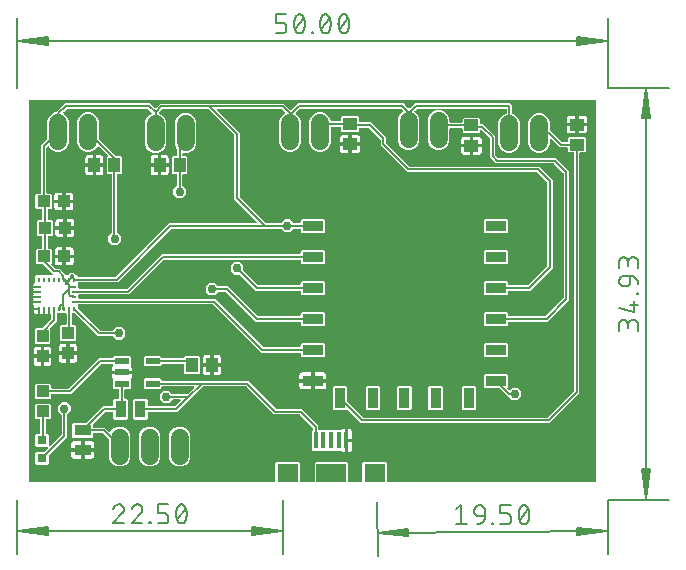
<source format=gbr>
G04 EAGLE Gerber RS-274X export*
G75*
%MOMM*%
%FSLAX34Y34*%
%LPD*%
%INTop Copper*%
%IPPOS*%
%AMOC8*
5,1,8,0,0,1.08239X$1,22.5*%
G01*
%ADD10C,0.130000*%
%ADD11C,0.152400*%
%ADD12R,1.000000X1.100000*%
%ADD13C,1.524000*%
%ADD14R,1.100000X1.000000*%
%ADD15R,1.447800X0.965200*%
%ADD16R,0.965200X1.447800*%
%ADD17R,0.400000X1.450000*%
%ADD18R,1.800000X1.500000*%
%ADD19R,2.500000X1.500000*%
%ADD20R,0.800000X0.800000*%
%ADD21R,1.005600X1.199997*%
%ADD22R,1.199997X1.005600*%
%ADD23R,1.778000X0.914400*%
%ADD24R,0.914400X1.778000*%
%ADD25R,0.270000X0.450000*%
%ADD26R,0.450000X0.270000*%
%ADD27R,1.200000X0.600000*%
%ADD28C,0.756400*%

G36*
X217734Y15164D02*
X217734Y15164D01*
X217753Y15162D01*
X217855Y15184D01*
X217957Y15200D01*
X217974Y15210D01*
X217994Y15214D01*
X218083Y15267D01*
X218174Y15316D01*
X218188Y15330D01*
X218205Y15340D01*
X218272Y15419D01*
X218344Y15494D01*
X218352Y15512D01*
X218365Y15527D01*
X218404Y15623D01*
X218447Y15717D01*
X218449Y15737D01*
X218457Y15755D01*
X218475Y15922D01*
X218475Y31432D01*
X219368Y32325D01*
X238632Y32325D01*
X239525Y31432D01*
X239525Y15922D01*
X239528Y15902D01*
X239526Y15883D01*
X239548Y15781D01*
X239564Y15679D01*
X239574Y15662D01*
X239578Y15642D01*
X239631Y15553D01*
X239680Y15462D01*
X239694Y15448D01*
X239704Y15431D01*
X239783Y15364D01*
X239858Y15292D01*
X239876Y15284D01*
X239891Y15271D01*
X239987Y15232D01*
X240081Y15189D01*
X240101Y15187D01*
X240119Y15179D01*
X240286Y15161D01*
X251064Y15161D01*
X251084Y15164D01*
X251103Y15162D01*
X251205Y15184D01*
X251307Y15200D01*
X251324Y15210D01*
X251344Y15214D01*
X251433Y15267D01*
X251524Y15316D01*
X251538Y15330D01*
X251555Y15340D01*
X251622Y15419D01*
X251694Y15494D01*
X251702Y15512D01*
X251715Y15527D01*
X251754Y15623D01*
X251797Y15717D01*
X251799Y15737D01*
X251807Y15755D01*
X251825Y15922D01*
X251825Y31432D01*
X252718Y32325D01*
X278982Y32325D01*
X279875Y31432D01*
X279875Y15922D01*
X279878Y15902D01*
X279876Y15883D01*
X279898Y15781D01*
X279914Y15679D01*
X279924Y15662D01*
X279928Y15642D01*
X279981Y15553D01*
X280030Y15462D01*
X280044Y15448D01*
X280054Y15431D01*
X280133Y15364D01*
X280208Y15292D01*
X280226Y15284D01*
X280241Y15271D01*
X280337Y15232D01*
X280431Y15189D01*
X280451Y15187D01*
X280469Y15179D01*
X280636Y15161D01*
X291414Y15161D01*
X291434Y15164D01*
X291453Y15162D01*
X291555Y15184D01*
X291657Y15200D01*
X291674Y15210D01*
X291694Y15214D01*
X291783Y15267D01*
X291874Y15316D01*
X291888Y15330D01*
X291905Y15340D01*
X291972Y15419D01*
X292044Y15494D01*
X292052Y15512D01*
X292065Y15527D01*
X292104Y15623D01*
X292147Y15717D01*
X292149Y15737D01*
X292157Y15755D01*
X292175Y15922D01*
X292175Y31432D01*
X293068Y32325D01*
X312332Y32325D01*
X313225Y31432D01*
X313225Y15922D01*
X313228Y15902D01*
X313226Y15883D01*
X313248Y15781D01*
X313264Y15679D01*
X313274Y15662D01*
X313278Y15642D01*
X313331Y15553D01*
X313380Y15462D01*
X313394Y15448D01*
X313404Y15431D01*
X313483Y15364D01*
X313558Y15292D01*
X313576Y15284D01*
X313591Y15271D01*
X313687Y15232D01*
X313781Y15189D01*
X313801Y15187D01*
X313819Y15179D01*
X313986Y15161D01*
X489078Y15161D01*
X489098Y15164D01*
X489117Y15162D01*
X489219Y15184D01*
X489321Y15200D01*
X489338Y15210D01*
X489358Y15214D01*
X489447Y15267D01*
X489538Y15316D01*
X489552Y15330D01*
X489569Y15340D01*
X489636Y15419D01*
X489708Y15494D01*
X489716Y15512D01*
X489729Y15527D01*
X489768Y15623D01*
X489811Y15717D01*
X489813Y15737D01*
X489821Y15755D01*
X489839Y15922D01*
X489839Y338378D01*
X489836Y338398D01*
X489838Y338417D01*
X489816Y338519D01*
X489800Y338621D01*
X489790Y338638D01*
X489786Y338658D01*
X489733Y338747D01*
X489684Y338838D01*
X489670Y338852D01*
X489660Y338869D01*
X489581Y338936D01*
X489506Y339008D01*
X489488Y339016D01*
X489473Y339029D01*
X489377Y339068D01*
X489283Y339111D01*
X489263Y339113D01*
X489245Y339121D01*
X489078Y339139D01*
X10922Y339139D01*
X10902Y339136D01*
X10883Y339138D01*
X10781Y339116D01*
X10679Y339100D01*
X10662Y339090D01*
X10642Y339086D01*
X10553Y339033D01*
X10462Y338984D01*
X10448Y338970D01*
X10431Y338960D01*
X10364Y338881D01*
X10292Y338806D01*
X10284Y338788D01*
X10271Y338773D01*
X10232Y338677D01*
X10189Y338583D01*
X10187Y338563D01*
X10179Y338545D01*
X10161Y338378D01*
X10161Y15922D01*
X10164Y15902D01*
X10162Y15883D01*
X10184Y15781D01*
X10200Y15679D01*
X10210Y15662D01*
X10214Y15642D01*
X10267Y15553D01*
X10316Y15462D01*
X10330Y15448D01*
X10340Y15431D01*
X10419Y15364D01*
X10494Y15292D01*
X10512Y15284D01*
X10527Y15271D01*
X10623Y15232D01*
X10717Y15189D01*
X10737Y15187D01*
X10755Y15179D01*
X10922Y15161D01*
X217714Y15161D01*
X217734Y15164D01*
G37*
%LPC*%
G36*
X240828Y121153D02*
X240828Y121153D01*
X239935Y122046D01*
X239935Y124202D01*
X239932Y124222D01*
X239934Y124241D01*
X239912Y124343D01*
X239896Y124445D01*
X239886Y124462D01*
X239882Y124482D01*
X239829Y124571D01*
X239780Y124662D01*
X239766Y124676D01*
X239756Y124693D01*
X239677Y124760D01*
X239602Y124832D01*
X239584Y124840D01*
X239569Y124853D01*
X239473Y124892D01*
X239379Y124935D01*
X239359Y124937D01*
X239341Y124945D01*
X239174Y124963D01*
X206803Y124963D01*
X166326Y165440D01*
X166252Y165493D01*
X166182Y165553D01*
X166152Y165565D01*
X166126Y165584D01*
X166039Y165611D01*
X165954Y165645D01*
X165913Y165649D01*
X165891Y165656D01*
X165859Y165655D01*
X165787Y165663D01*
X52086Y165663D01*
X52066Y165660D01*
X52047Y165662D01*
X51945Y165640D01*
X51843Y165624D01*
X51826Y165614D01*
X51806Y165610D01*
X51717Y165557D01*
X51626Y165508D01*
X51612Y165494D01*
X51595Y165484D01*
X51528Y165405D01*
X51456Y165330D01*
X51448Y165312D01*
X51435Y165297D01*
X51396Y165201D01*
X51353Y165107D01*
X51351Y165087D01*
X51343Y165069D01*
X51325Y164902D01*
X51325Y162825D01*
X51327Y162812D01*
X51326Y162804D01*
X51335Y162760D01*
X51339Y162734D01*
X51347Y162644D01*
X51359Y162614D01*
X51364Y162582D01*
X51407Y162501D01*
X51443Y162417D01*
X51469Y162385D01*
X51480Y162364D01*
X51503Y162342D01*
X51548Y162286D01*
X70074Y143760D01*
X70148Y143707D01*
X70218Y143647D01*
X70248Y143635D01*
X70274Y143616D01*
X70361Y143589D01*
X70446Y143555D01*
X70487Y143551D01*
X70509Y143544D01*
X70541Y143545D01*
X70613Y143537D01*
X80717Y143537D01*
X80807Y143551D01*
X80898Y143559D01*
X80927Y143571D01*
X80959Y143576D01*
X81040Y143619D01*
X81124Y143655D01*
X81156Y143681D01*
X81177Y143692D01*
X81199Y143715D01*
X81255Y143760D01*
X84052Y146557D01*
X88448Y146557D01*
X91557Y143448D01*
X91557Y139052D01*
X88448Y135943D01*
X84052Y135943D01*
X81255Y138740D01*
X81181Y138793D01*
X81111Y138853D01*
X81081Y138865D01*
X81055Y138884D01*
X80968Y138911D01*
X80883Y138945D01*
X80842Y138949D01*
X80820Y138956D01*
X80788Y138955D01*
X80717Y138963D01*
X68403Y138963D01*
X49214Y158152D01*
X49140Y158205D01*
X49070Y158265D01*
X49040Y158277D01*
X49014Y158296D01*
X48927Y158323D01*
X48842Y158357D01*
X48801Y158361D01*
X48779Y158368D01*
X48747Y158367D01*
X48675Y158375D01*
X47198Y158375D01*
X47178Y158372D01*
X47159Y158374D01*
X47057Y158352D01*
X46955Y158336D01*
X46938Y158326D01*
X46918Y158322D01*
X46829Y158269D01*
X46738Y158220D01*
X46724Y158206D01*
X46707Y158196D01*
X46640Y158117D01*
X46568Y158042D01*
X46560Y158024D01*
X46547Y158009D01*
X46508Y157913D01*
X46465Y157819D01*
X46463Y157799D01*
X46455Y157781D01*
X46437Y157614D01*
X46437Y149186D01*
X46440Y149166D01*
X46438Y149147D01*
X46460Y149045D01*
X46476Y148943D01*
X46486Y148926D01*
X46490Y148906D01*
X46543Y148817D01*
X46592Y148726D01*
X46606Y148712D01*
X46616Y148695D01*
X46695Y148628D01*
X46770Y148556D01*
X46788Y148548D01*
X46803Y148535D01*
X46899Y148496D01*
X46993Y148453D01*
X47013Y148451D01*
X47031Y148443D01*
X47198Y148425D01*
X48732Y148425D01*
X49625Y147532D01*
X49625Y135268D01*
X48732Y134375D01*
X37468Y134375D01*
X36575Y135268D01*
X36575Y147532D01*
X37468Y148425D01*
X41102Y148425D01*
X41122Y148428D01*
X41141Y148426D01*
X41243Y148448D01*
X41345Y148464D01*
X41362Y148474D01*
X41382Y148478D01*
X41471Y148531D01*
X41562Y148580D01*
X41576Y148594D01*
X41593Y148604D01*
X41660Y148683D01*
X41732Y148758D01*
X41740Y148776D01*
X41753Y148791D01*
X41792Y148887D01*
X41835Y148981D01*
X41837Y149001D01*
X41845Y149019D01*
X41863Y149186D01*
X41863Y157614D01*
X41860Y157634D01*
X41862Y157653D01*
X41840Y157755D01*
X41824Y157857D01*
X41814Y157874D01*
X41810Y157894D01*
X41757Y157983D01*
X41708Y158074D01*
X41694Y158088D01*
X41684Y158105D01*
X41605Y158172D01*
X41530Y158244D01*
X41512Y158252D01*
X41497Y158265D01*
X41401Y158304D01*
X41307Y158347D01*
X41287Y158349D01*
X41269Y158357D01*
X41102Y158375D01*
X34298Y158375D01*
X34278Y158372D01*
X34259Y158374D01*
X34157Y158352D01*
X34055Y158336D01*
X34038Y158326D01*
X34018Y158322D01*
X33929Y158269D01*
X33838Y158220D01*
X33824Y158206D01*
X33807Y158196D01*
X33740Y158117D01*
X33668Y158042D01*
X33660Y158024D01*
X33647Y158009D01*
X33608Y157913D01*
X33565Y157819D01*
X33563Y157799D01*
X33555Y157781D01*
X33537Y157614D01*
X33537Y151453D01*
X28108Y146024D01*
X28097Y146008D01*
X28081Y145996D01*
X28025Y145908D01*
X27965Y145825D01*
X27959Y145806D01*
X27948Y145789D01*
X27923Y145688D01*
X27892Y145590D01*
X27893Y145570D01*
X27888Y145550D01*
X27896Y145447D01*
X27899Y145344D01*
X27906Y145325D01*
X27907Y145305D01*
X27948Y145210D01*
X27983Y145113D01*
X27996Y145097D01*
X28004Y145079D01*
X28025Y145052D01*
X28025Y132768D01*
X27132Y131875D01*
X15868Y131875D01*
X14975Y132768D01*
X14975Y145032D01*
X15868Y145925D01*
X21225Y145925D01*
X21316Y145939D01*
X21406Y145947D01*
X21436Y145959D01*
X21468Y145964D01*
X21549Y146007D01*
X21633Y146043D01*
X21665Y146069D01*
X21686Y146080D01*
X21708Y146103D01*
X21764Y146148D01*
X28740Y153124D01*
X28793Y153198D01*
X28853Y153268D01*
X28865Y153298D01*
X28884Y153324D01*
X28911Y153411D01*
X28945Y153496D01*
X28949Y153537D01*
X28956Y153559D01*
X28955Y153591D01*
X28963Y153663D01*
X28963Y156598D01*
X28960Y156618D01*
X28962Y156637D01*
X28940Y156739D01*
X28924Y156841D01*
X28914Y156858D01*
X28910Y156878D01*
X28857Y156967D01*
X28808Y157058D01*
X28794Y157072D01*
X28784Y157089D01*
X28705Y157156D01*
X28630Y157228D01*
X28612Y157236D01*
X28597Y157249D01*
X28501Y157288D01*
X28407Y157331D01*
X28387Y157333D01*
X28369Y157341D01*
X28202Y157359D01*
X27711Y157359D01*
X27711Y158406D01*
X27701Y158468D01*
X27701Y158531D01*
X27681Y158588D01*
X27672Y158649D01*
X27642Y158704D01*
X27622Y158764D01*
X27585Y158812D01*
X27557Y158866D01*
X27511Y158909D01*
X27473Y158959D01*
X27422Y158993D01*
X27378Y159035D01*
X27321Y159062D01*
X27269Y159097D01*
X27210Y159113D01*
X27155Y159139D01*
X27093Y159146D01*
X27032Y159163D01*
X26971Y159159D01*
X26911Y159166D01*
X26849Y159153D01*
X26787Y159149D01*
X26730Y159127D01*
X26670Y159114D01*
X26616Y159082D01*
X26558Y159058D01*
X26512Y159019D01*
X26459Y158988D01*
X26418Y158940D01*
X26371Y158899D01*
X26321Y158826D01*
X26299Y158801D01*
X26299Y158800D01*
X26293Y158784D01*
X26276Y158760D01*
X26244Y158665D01*
X26207Y158572D01*
X26204Y158543D01*
X26198Y158527D01*
X26198Y158494D01*
X26189Y158405D01*
X26189Y157359D01*
X25266Y157359D01*
X24997Y157431D01*
X24883Y157443D01*
X24769Y157457D01*
X24759Y157455D01*
X24752Y157456D01*
X24731Y157451D01*
X24603Y157431D01*
X24334Y157359D01*
X23411Y157359D01*
X23411Y158405D01*
X23411Y158410D01*
X23411Y158415D01*
X23400Y158481D01*
X23398Y158546D01*
X23380Y158595D01*
X23372Y158648D01*
X23369Y158653D01*
X23368Y158658D01*
X23325Y158748D01*
X23314Y158777D01*
X23306Y158788D01*
X23296Y158809D01*
X23273Y158835D01*
X23257Y158865D01*
X23206Y158914D01*
X23161Y158970D01*
X23146Y158980D01*
X23133Y158994D01*
X23103Y159011D01*
X23078Y159035D01*
X23015Y159064D01*
X22955Y159103D01*
X22937Y159108D01*
X22920Y159117D01*
X22886Y159124D01*
X22855Y159138D01*
X22786Y159146D01*
X22716Y159164D01*
X22698Y159163D01*
X22679Y159166D01*
X22644Y159162D01*
X22611Y159166D01*
X22610Y159166D01*
X22543Y159151D01*
X22471Y159146D01*
X22454Y159138D01*
X22435Y159136D01*
X22403Y159120D01*
X22370Y159113D01*
X22311Y159078D01*
X22244Y159050D01*
X22230Y159037D01*
X22214Y159029D01*
X22188Y159005D01*
X22159Y158987D01*
X22114Y158934D01*
X22060Y158887D01*
X22048Y158868D01*
X22037Y158858D01*
X22023Y158829D01*
X22020Y158825D01*
X21999Y158800D01*
X21991Y158779D01*
X21969Y158746D01*
X21952Y158690D01*
X21925Y158639D01*
X21920Y158605D01*
X21907Y158572D01*
X21903Y158533D01*
X21896Y158511D01*
X21897Y158478D01*
X21889Y158405D01*
X21889Y157359D01*
X20965Y157359D01*
X20697Y157431D01*
X20583Y157443D01*
X20469Y157457D01*
X20459Y157455D01*
X20452Y157456D01*
X20431Y157451D01*
X20303Y157431D01*
X20035Y157359D01*
X19111Y157359D01*
X19111Y158405D01*
X19095Y158504D01*
X19085Y158604D01*
X19074Y158631D01*
X19072Y158648D01*
X19071Y158649D01*
X19056Y158677D01*
X19024Y158760D01*
X19023Y158761D01*
X18986Y158811D01*
X18956Y158866D01*
X18912Y158908D01*
X18875Y158957D01*
X18823Y158992D01*
X18778Y159035D01*
X18723Y159061D01*
X18672Y159096D01*
X18612Y159113D01*
X18555Y159139D01*
X18494Y159146D01*
X18435Y159162D01*
X18373Y159159D01*
X18310Y159166D01*
X18251Y159153D01*
X18190Y159150D01*
X18131Y159127D01*
X18070Y159114D01*
X18018Y159083D01*
X17961Y159060D01*
X17913Y159020D01*
X17859Y158988D01*
X17819Y158941D01*
X17772Y158902D01*
X17740Y158849D01*
X17699Y158801D01*
X17676Y158744D01*
X17644Y158692D01*
X17631Y158631D01*
X17607Y158573D01*
X17597Y158484D01*
X17590Y158452D01*
X17592Y158435D01*
X17589Y158406D01*
X17589Y157359D01*
X16666Y157359D01*
X16019Y157532D01*
X15440Y157867D01*
X14967Y158340D01*
X14632Y158919D01*
X14459Y159566D01*
X14459Y161389D01*
X18350Y161389D01*
X18369Y161392D01*
X18389Y161390D01*
X18490Y161412D01*
X18592Y161428D01*
X18610Y161438D01*
X18629Y161442D01*
X18719Y161495D01*
X18810Y161543D01*
X18823Y161558D01*
X18841Y161568D01*
X18908Y161647D01*
X18979Y161722D01*
X18988Y161740D01*
X19001Y161755D01*
X19039Y161851D01*
X19083Y161945D01*
X19085Y161965D01*
X19092Y161983D01*
X19111Y162150D01*
X19108Y162170D01*
X19110Y162189D01*
X19110Y162190D01*
X19088Y162291D01*
X19071Y162393D01*
X19062Y162410D01*
X19058Y162430D01*
X19004Y162519D01*
X18956Y162610D01*
X18942Y162624D01*
X18931Y162641D01*
X18853Y162708D01*
X18778Y162780D01*
X18760Y162788D01*
X18745Y162801D01*
X18648Y162840D01*
X18555Y162883D01*
X18535Y162885D01*
X18516Y162893D01*
X18350Y162911D01*
X14459Y162911D01*
X14459Y164676D01*
X14441Y164790D01*
X14425Y164903D01*
X14421Y164912D01*
X14420Y164919D01*
X14409Y164939D01*
X14357Y165057D01*
X14032Y165619D01*
X13859Y166266D01*
X13859Y167189D01*
X14906Y167189D01*
X14968Y167199D01*
X15031Y167199D01*
X15089Y167218D01*
X15149Y167228D01*
X15204Y167258D01*
X15264Y167278D01*
X15312Y167315D01*
X15366Y167343D01*
X15409Y167389D01*
X15459Y167427D01*
X15493Y167478D01*
X15535Y167522D01*
X15562Y167579D01*
X15597Y167631D01*
X15613Y167690D01*
X15639Y167745D01*
X15646Y167807D01*
X15663Y167868D01*
X15659Y167929D01*
X15666Y167989D01*
X15653Y168051D01*
X15649Y168113D01*
X15627Y168170D01*
X15614Y168230D01*
X15582Y168284D01*
X15558Y168342D01*
X15519Y168388D01*
X15488Y168441D01*
X15440Y168482D01*
X15399Y168529D01*
X15326Y168579D01*
X15301Y168601D01*
X15300Y168601D01*
X15284Y168607D01*
X15261Y168623D01*
X15260Y168624D01*
X15165Y168655D01*
X15072Y168693D01*
X15043Y168696D01*
X15027Y168702D01*
X14994Y168702D01*
X14905Y168711D01*
X13859Y168711D01*
X13859Y169635D01*
X13931Y169903D01*
X13943Y170017D01*
X13957Y170131D01*
X13955Y170141D01*
X13956Y170148D01*
X13951Y170169D01*
X13931Y170297D01*
X13859Y170565D01*
X13859Y171489D01*
X14905Y171489D01*
X14994Y171503D01*
X15080Y171509D01*
X15096Y171516D01*
X15115Y171518D01*
X15135Y171526D01*
X15148Y171528D01*
X15176Y171543D01*
X15270Y171582D01*
X15287Y171595D01*
X15307Y171603D01*
X15334Y171627D01*
X15365Y171643D01*
X15411Y171691D01*
X15464Y171733D01*
X15476Y171751D01*
X15492Y171765D01*
X15511Y171796D01*
X15535Y171822D01*
X15562Y171881D01*
X15600Y171938D01*
X15606Y171959D01*
X15616Y171977D01*
X15624Y172013D01*
X15638Y172045D01*
X15646Y172109D01*
X15663Y172176D01*
X15662Y172197D01*
X15666Y172218D01*
X15662Y172255D01*
X15666Y172290D01*
X15652Y172353D01*
X15647Y172421D01*
X15639Y172441D01*
X15637Y172462D01*
X15621Y172496D01*
X15613Y172530D01*
X15580Y172586D01*
X15554Y172649D01*
X15540Y172665D01*
X15531Y172684D01*
X15505Y172711D01*
X15487Y172741D01*
X15437Y172784D01*
X15393Y172835D01*
X15375Y172846D01*
X15360Y172861D01*
X15319Y172885D01*
X15300Y172901D01*
X15271Y172913D01*
X15215Y172946D01*
X15197Y172950D01*
X15181Y172960D01*
X15125Y172971D01*
X15072Y172993D01*
X15007Y173000D01*
X14977Y173008D01*
X14958Y173007D01*
X14941Y173010D01*
X14928Y173009D01*
X14905Y173011D01*
X13859Y173011D01*
X13859Y173935D01*
X13931Y174203D01*
X13943Y174317D01*
X13957Y174431D01*
X13955Y174441D01*
X13956Y174448D01*
X13951Y174469D01*
X13931Y174597D01*
X13859Y174865D01*
X13859Y175789D01*
X14905Y175789D01*
X14940Y175794D01*
X14974Y175792D01*
X15030Y175806D01*
X15088Y175811D01*
X15126Y175825D01*
X15148Y175828D01*
X15177Y175844D01*
X15182Y175846D01*
X15213Y175853D01*
X15224Y175861D01*
X15246Y175869D01*
X15303Y175911D01*
X15365Y175943D01*
X15389Y175968D01*
X15419Y175988D01*
X15430Y176002D01*
X15445Y176013D01*
X15487Y176071D01*
X15535Y176122D01*
X15549Y176153D01*
X15571Y176181D01*
X15578Y176198D01*
X15588Y176213D01*
X15609Y176282D01*
X15638Y176345D01*
X15642Y176378D01*
X15654Y176412D01*
X15655Y176431D01*
X15660Y176449D01*
X15658Y176521D01*
X15666Y176590D01*
X15658Y176622D01*
X15659Y176658D01*
X15654Y176676D01*
X15653Y176694D01*
X15628Y176762D01*
X15613Y176830D01*
X15596Y176859D01*
X15585Y176893D01*
X15574Y176908D01*
X15568Y176925D01*
X15523Y176981D01*
X15487Y177041D01*
X15461Y177063D01*
X15441Y177091D01*
X15423Y177106D01*
X15414Y177117D01*
X15387Y177134D01*
X15309Y177196D01*
X15304Y177198D01*
X15300Y177201D01*
X15251Y177221D01*
X15206Y177249D01*
X15143Y177265D01*
X15082Y177291D01*
X15077Y177291D01*
X15072Y177293D01*
X14998Y177301D01*
X14968Y177309D01*
X14946Y177307D01*
X14905Y177311D01*
X13859Y177311D01*
X13859Y178234D01*
X13931Y178503D01*
X13943Y178617D01*
X13957Y178731D01*
X13955Y178741D01*
X13956Y178748D01*
X13951Y178769D01*
X13931Y178897D01*
X13859Y179166D01*
X13859Y180089D01*
X14905Y180089D01*
X15013Y180106D01*
X15120Y180120D01*
X15137Y180126D01*
X15148Y180128D01*
X15174Y180142D01*
X15275Y180184D01*
X15276Y180185D01*
X15318Y180218D01*
X15365Y180243D01*
X15366Y180244D01*
X15414Y180294D01*
X15468Y180337D01*
X15498Y180383D01*
X15535Y180422D01*
X15565Y180485D01*
X15603Y180543D01*
X15616Y180596D01*
X15639Y180645D01*
X15647Y180714D01*
X15664Y180782D01*
X15660Y180836D01*
X15666Y180890D01*
X15651Y180958D01*
X15646Y181027D01*
X15625Y181077D01*
X15614Y181130D01*
X15578Y181190D01*
X15551Y181254D01*
X15515Y181295D01*
X15488Y181341D01*
X15435Y181386D01*
X15389Y181439D01*
X15342Y181466D01*
X15301Y181501D01*
X15236Y181527D01*
X15176Y181562D01*
X15123Y181573D01*
X15073Y181593D01*
X14964Y181605D01*
X14935Y181611D01*
X14924Y181609D01*
X14906Y181611D01*
X13859Y181611D01*
X13859Y182534D01*
X14032Y183181D01*
X14367Y183760D01*
X14840Y184233D01*
X15095Y184380D01*
X15147Y184423D01*
X15205Y184458D01*
X15241Y184500D01*
X15285Y184536D01*
X15321Y184593D01*
X15365Y184645D01*
X15386Y184697D01*
X15416Y184744D01*
X15432Y184810D01*
X15457Y184873D01*
X15466Y184951D01*
X15473Y184983D01*
X15471Y185004D01*
X15475Y185039D01*
X15475Y189532D01*
X16368Y190425D01*
X29504Y190425D01*
X29574Y190436D01*
X29646Y190438D01*
X29695Y190456D01*
X29746Y190464D01*
X29810Y190498D01*
X29877Y190523D01*
X29918Y190555D01*
X29964Y190580D01*
X30013Y190632D01*
X30069Y190676D01*
X30097Y190720D01*
X30133Y190758D01*
X30163Y190823D01*
X30202Y190883D01*
X30215Y190934D01*
X30237Y190981D01*
X30245Y191052D01*
X30262Y191122D01*
X30258Y191174D01*
X30264Y191225D01*
X30249Y191296D01*
X30243Y191367D01*
X30223Y191415D01*
X30212Y191466D01*
X30175Y191527D01*
X30147Y191593D01*
X30102Y191649D01*
X30085Y191677D01*
X30068Y191692D01*
X30042Y191724D01*
X22126Y199640D01*
X22114Y199652D01*
X22040Y199705D01*
X21970Y199765D01*
X21940Y199777D01*
X21914Y199796D01*
X21827Y199823D01*
X21742Y199857D01*
X21701Y199861D01*
X21679Y199868D01*
X21647Y199867D01*
X21575Y199875D01*
X16718Y199875D01*
X15825Y200768D01*
X15825Y212032D01*
X16718Y212925D01*
X20402Y212925D01*
X20422Y212928D01*
X20441Y212926D01*
X20543Y212948D01*
X20645Y212964D01*
X20662Y212974D01*
X20682Y212978D01*
X20771Y213031D01*
X20862Y213080D01*
X20876Y213094D01*
X20893Y213104D01*
X20960Y213183D01*
X21032Y213258D01*
X21040Y213276D01*
X21053Y213291D01*
X21092Y213387D01*
X21135Y213481D01*
X21137Y213501D01*
X21145Y213519D01*
X21163Y213686D01*
X21163Y223114D01*
X21160Y223134D01*
X21162Y223153D01*
X21140Y223255D01*
X21124Y223357D01*
X21114Y223374D01*
X21110Y223394D01*
X21057Y223483D01*
X21008Y223574D01*
X20994Y223588D01*
X20984Y223605D01*
X20905Y223672D01*
X20830Y223744D01*
X20812Y223752D01*
X20797Y223765D01*
X20701Y223804D01*
X20607Y223847D01*
X20587Y223849D01*
X20569Y223857D01*
X20402Y223875D01*
X17318Y223875D01*
X16425Y224768D01*
X16425Y236032D01*
X17318Y236925D01*
X20402Y236925D01*
X20422Y236928D01*
X20441Y236926D01*
X20543Y236948D01*
X20645Y236964D01*
X20662Y236974D01*
X20682Y236978D01*
X20771Y237031D01*
X20862Y237080D01*
X20876Y237094D01*
X20893Y237104D01*
X20960Y237183D01*
X21032Y237258D01*
X21040Y237276D01*
X21053Y237291D01*
X21092Y237387D01*
X21135Y237481D01*
X21137Y237501D01*
X21145Y237519D01*
X21163Y237686D01*
X21163Y245614D01*
X21160Y245634D01*
X21162Y245653D01*
X21140Y245755D01*
X21124Y245857D01*
X21114Y245874D01*
X21110Y245894D01*
X21057Y245983D01*
X21008Y246074D01*
X20994Y246088D01*
X20984Y246105D01*
X20905Y246172D01*
X20830Y246244D01*
X20812Y246252D01*
X20797Y246265D01*
X20701Y246304D01*
X20607Y246347D01*
X20587Y246349D01*
X20569Y246357D01*
X20402Y246375D01*
X16418Y246375D01*
X15525Y247268D01*
X15525Y258532D01*
X16418Y259425D01*
X19502Y259425D01*
X19522Y259428D01*
X19541Y259426D01*
X19643Y259448D01*
X19745Y259464D01*
X19762Y259474D01*
X19782Y259478D01*
X19871Y259531D01*
X19962Y259580D01*
X19976Y259594D01*
X19993Y259604D01*
X20060Y259683D01*
X20132Y259758D01*
X20140Y259776D01*
X20153Y259791D01*
X20192Y259887D01*
X20235Y259981D01*
X20237Y260001D01*
X20245Y260019D01*
X20263Y260186D01*
X20263Y300397D01*
X25482Y305616D01*
X25535Y305690D01*
X25595Y305760D01*
X25607Y305790D01*
X25626Y305816D01*
X25653Y305903D01*
X25687Y305988D01*
X25691Y306029D01*
X25698Y306051D01*
X25697Y306083D01*
X25705Y306155D01*
X25705Y321189D01*
X27097Y324550D01*
X29670Y327123D01*
X32464Y328280D01*
X32520Y328314D01*
X32580Y328340D01*
X32645Y328392D01*
X32673Y328409D01*
X32685Y328425D01*
X32711Y328445D01*
X40303Y336037D01*
X112847Y336037D01*
X116662Y332222D01*
X116678Y332211D01*
X116690Y332195D01*
X116778Y332139D01*
X116861Y332079D01*
X116880Y332073D01*
X116897Y332062D01*
X116998Y332037D01*
X117097Y332006D01*
X117116Y332007D01*
X117136Y332002D01*
X117239Y332010D01*
X117342Y332013D01*
X117361Y332020D01*
X117381Y332021D01*
X117476Y332061D01*
X117573Y332097D01*
X117589Y332110D01*
X117607Y332117D01*
X117738Y332222D01*
X121181Y335665D01*
X226319Y335665D01*
X231337Y330647D01*
X231353Y330636D01*
X231365Y330620D01*
X231453Y330564D01*
X231536Y330504D01*
X231555Y330498D01*
X231572Y330487D01*
X231673Y330462D01*
X231772Y330431D01*
X231791Y330432D01*
X231811Y330427D01*
X231914Y330435D01*
X232017Y330438D01*
X232036Y330445D01*
X232056Y330446D01*
X232151Y330486D01*
X232248Y330522D01*
X232264Y330535D01*
X232282Y330542D01*
X232413Y330647D01*
X236240Y334474D01*
X237803Y336037D01*
X327197Y336037D01*
X328760Y334474D01*
X331337Y331897D01*
X331353Y331886D01*
X331365Y331870D01*
X331453Y331814D01*
X331536Y331754D01*
X331555Y331748D01*
X331572Y331737D01*
X331673Y331712D01*
X331772Y331681D01*
X331791Y331682D01*
X331811Y331677D01*
X331914Y331685D01*
X332017Y331688D01*
X332036Y331695D01*
X332056Y331696D01*
X332151Y331736D01*
X332248Y331772D01*
X332264Y331785D01*
X332282Y331792D01*
X332413Y331897D01*
X336553Y336037D01*
X417647Y336037D01*
X418987Y334697D01*
X418987Y327730D01*
X419006Y327615D01*
X419023Y327499D01*
X419025Y327493D01*
X419026Y327487D01*
X419081Y327384D01*
X419134Y327279D01*
X419139Y327275D01*
X419142Y327270D01*
X419226Y327190D01*
X419310Y327107D01*
X419316Y327104D01*
X419320Y327100D01*
X419337Y327092D01*
X419457Y327026D01*
X421880Y326023D01*
X424453Y323450D01*
X425845Y320089D01*
X425845Y301211D01*
X424453Y297850D01*
X421880Y295277D01*
X418519Y293885D01*
X414881Y293885D01*
X411520Y295277D01*
X408947Y297850D01*
X407555Y301211D01*
X407555Y320089D01*
X408947Y323450D01*
X411520Y326023D01*
X413943Y327026D01*
X414043Y327088D01*
X414143Y327148D01*
X414147Y327153D01*
X414152Y327156D01*
X414227Y327246D01*
X414303Y327335D01*
X414305Y327341D01*
X414309Y327345D01*
X414351Y327454D01*
X414395Y327563D01*
X414396Y327570D01*
X414397Y327575D01*
X414398Y327593D01*
X414413Y327730D01*
X414413Y330702D01*
X414410Y330722D01*
X414412Y330741D01*
X414390Y330843D01*
X414374Y330945D01*
X414364Y330962D01*
X414360Y330982D01*
X414307Y331071D01*
X414258Y331162D01*
X414244Y331176D01*
X414234Y331193D01*
X414155Y331260D01*
X414080Y331332D01*
X414062Y331340D01*
X414047Y331353D01*
X413951Y331392D01*
X413857Y331435D01*
X413837Y331437D01*
X413819Y331445D01*
X413652Y331463D01*
X338763Y331463D01*
X338672Y331449D01*
X338582Y331441D01*
X338552Y331429D01*
X338520Y331424D01*
X338439Y331381D01*
X338355Y331345D01*
X338323Y331319D01*
X338302Y331308D01*
X338280Y331285D01*
X338224Y331240D01*
X336607Y329623D01*
X336595Y329606D01*
X336579Y329594D01*
X336523Y329507D01*
X336463Y329423D01*
X336457Y329404D01*
X336446Y329387D01*
X336421Y329287D01*
X336391Y329188D01*
X336391Y329168D01*
X336386Y329149D01*
X336394Y329046D01*
X336397Y328942D01*
X336404Y328923D01*
X336405Y328903D01*
X336446Y328809D01*
X336481Y328711D01*
X336494Y328695D01*
X336502Y328677D01*
X336607Y328546D01*
X339203Y325950D01*
X340595Y322589D01*
X340595Y303711D01*
X339203Y300350D01*
X336630Y297777D01*
X333269Y296385D01*
X329631Y296385D01*
X326270Y297777D01*
X323697Y300350D01*
X322305Y303711D01*
X322305Y322589D01*
X323697Y325950D01*
X326270Y328523D01*
X326613Y328665D01*
X326652Y328689D01*
X326695Y328705D01*
X326756Y328753D01*
X326822Y328794D01*
X326851Y328830D01*
X326887Y328858D01*
X326929Y328924D01*
X326979Y328984D01*
X326995Y329026D01*
X327020Y329065D01*
X327039Y329141D01*
X327067Y329213D01*
X327069Y329259D01*
X327080Y329304D01*
X327074Y329381D01*
X327077Y329459D01*
X327065Y329503D01*
X327061Y329549D01*
X327031Y329620D01*
X327009Y329695D01*
X326983Y329733D01*
X326965Y329775D01*
X326879Y329882D01*
X326869Y329897D01*
X326865Y329900D01*
X326860Y329906D01*
X325526Y331240D01*
X325452Y331293D01*
X325382Y331353D01*
X325352Y331365D01*
X325326Y331384D01*
X325239Y331411D01*
X325154Y331445D01*
X325113Y331449D01*
X325091Y331456D01*
X325059Y331455D01*
X324988Y331463D01*
X240013Y331463D01*
X239922Y331449D01*
X239832Y331441D01*
X239802Y331429D01*
X239770Y331424D01*
X239689Y331381D01*
X239605Y331345D01*
X239573Y331319D01*
X239552Y331308D01*
X239530Y331285D01*
X239474Y331240D01*
X236482Y328248D01*
X236470Y328231D01*
X236454Y328219D01*
X236398Y328132D01*
X236338Y328048D01*
X236332Y328029D01*
X236321Y328012D01*
X236296Y327912D01*
X236266Y327813D01*
X236266Y327793D01*
X236261Y327774D01*
X236269Y327671D01*
X236272Y327567D01*
X236279Y327548D01*
X236280Y327528D01*
X236321Y327434D01*
X236356Y327336D01*
X236369Y327320D01*
X236377Y327302D01*
X236482Y327171D01*
X238953Y324700D01*
X240345Y321339D01*
X240345Y302461D01*
X238953Y299100D01*
X236380Y296527D01*
X233019Y295135D01*
X229381Y295135D01*
X226020Y296527D01*
X223447Y299100D01*
X222055Y302461D01*
X222055Y321339D01*
X223447Y324700D01*
X226020Y327273D01*
X226540Y327488D01*
X226579Y327512D01*
X226622Y327528D01*
X226683Y327576D01*
X226749Y327617D01*
X226778Y327653D01*
X226814Y327681D01*
X226856Y327747D01*
X226906Y327807D01*
X226922Y327850D01*
X226947Y327888D01*
X226966Y327964D01*
X226994Y328036D01*
X226996Y328082D01*
X227007Y328127D01*
X227001Y328204D01*
X227004Y328282D01*
X226991Y328326D01*
X226988Y328372D01*
X226957Y328444D01*
X226936Y328518D01*
X226909Y328556D01*
X226891Y328598D01*
X226806Y328705D01*
X226795Y328721D01*
X226791Y328723D01*
X226787Y328729D01*
X224648Y330868D01*
X224574Y330921D01*
X224504Y330981D01*
X224474Y330993D01*
X224448Y331012D01*
X224361Y331039D01*
X224276Y331073D01*
X224235Y331077D01*
X224213Y331084D01*
X224181Y331083D01*
X224109Y331091D01*
X170230Y331091D01*
X170160Y331080D01*
X170088Y331078D01*
X170039Y331060D01*
X169988Y331052D01*
X169924Y331018D01*
X169857Y330993D01*
X169816Y330961D01*
X169770Y330936D01*
X169721Y330884D01*
X169665Y330840D01*
X169637Y330796D01*
X169601Y330758D01*
X169571Y330693D01*
X169532Y330633D01*
X169519Y330582D01*
X169497Y330535D01*
X169489Y330464D01*
X169472Y330394D01*
X169476Y330342D01*
X169470Y330291D01*
X169485Y330220D01*
X169491Y330149D01*
X169511Y330101D01*
X169522Y330050D01*
X169559Y329989D01*
X169587Y329923D01*
X169632Y329867D01*
X169649Y329839D01*
X169658Y329831D01*
X169660Y329827D01*
X169671Y329819D01*
X169692Y329792D01*
X188537Y310947D01*
X188537Y257263D01*
X188551Y257172D01*
X188559Y257082D01*
X188571Y257052D01*
X188576Y257020D01*
X188619Y256939D01*
X188655Y256855D01*
X188681Y256823D01*
X188692Y256802D01*
X188715Y256780D01*
X188738Y256751D01*
X188740Y256747D01*
X188743Y256745D01*
X188760Y256724D01*
X210724Y234760D01*
X210798Y234707D01*
X210868Y234647D01*
X210898Y234635D01*
X210924Y234616D01*
X211011Y234589D01*
X211096Y234555D01*
X211137Y234551D01*
X211159Y234544D01*
X211191Y234545D01*
X211263Y234537D01*
X222967Y234537D01*
X223057Y234551D01*
X223148Y234559D01*
X223177Y234571D01*
X223209Y234576D01*
X223290Y234619D01*
X223374Y234655D01*
X223406Y234681D01*
X223427Y234692D01*
X223449Y234715D01*
X223505Y234760D01*
X226552Y237807D01*
X230948Y237807D01*
X233995Y234760D01*
X234069Y234707D01*
X234139Y234647D01*
X234169Y234635D01*
X234195Y234616D01*
X234282Y234589D01*
X234367Y234555D01*
X234408Y234551D01*
X234430Y234544D01*
X234462Y234545D01*
X234533Y234537D01*
X239174Y234537D01*
X239194Y234540D01*
X239213Y234538D01*
X239315Y234560D01*
X239417Y234576D01*
X239434Y234586D01*
X239454Y234590D01*
X239543Y234643D01*
X239634Y234692D01*
X239648Y234706D01*
X239665Y234716D01*
X239732Y234795D01*
X239804Y234870D01*
X239812Y234888D01*
X239825Y234903D01*
X239864Y234999D01*
X239907Y235093D01*
X239909Y235113D01*
X239917Y235131D01*
X239935Y235298D01*
X239935Y237454D01*
X240828Y238347D01*
X259872Y238347D01*
X260765Y237454D01*
X260765Y227046D01*
X259872Y226153D01*
X240828Y226153D01*
X239935Y227046D01*
X239935Y229202D01*
X239932Y229222D01*
X239934Y229241D01*
X239912Y229343D01*
X239896Y229445D01*
X239886Y229462D01*
X239882Y229482D01*
X239829Y229571D01*
X239780Y229662D01*
X239766Y229676D01*
X239756Y229693D01*
X239677Y229760D01*
X239602Y229832D01*
X239584Y229840D01*
X239569Y229853D01*
X239473Y229892D01*
X239379Y229935D01*
X239359Y229937D01*
X239341Y229945D01*
X239174Y229963D01*
X234033Y229963D01*
X233943Y229949D01*
X233852Y229941D01*
X233823Y229929D01*
X233791Y229924D01*
X233710Y229881D01*
X233626Y229845D01*
X233594Y229819D01*
X233573Y229808D01*
X233551Y229785D01*
X233495Y229740D01*
X230948Y227193D01*
X226552Y227193D01*
X224005Y229740D01*
X223931Y229793D01*
X223861Y229853D01*
X223831Y229865D01*
X223805Y229884D01*
X223718Y229911D01*
X223633Y229945D01*
X223592Y229949D01*
X223570Y229956D01*
X223538Y229955D01*
X223467Y229963D01*
X131013Y229963D01*
X130922Y229949D01*
X130832Y229941D01*
X130802Y229929D01*
X130770Y229924D01*
X130689Y229881D01*
X130605Y229845D01*
X130573Y229819D01*
X130552Y229808D01*
X130530Y229785D01*
X130474Y229740D01*
X85097Y184363D01*
X52231Y184363D01*
X52160Y184352D01*
X52088Y184350D01*
X52039Y184332D01*
X51988Y184324D01*
X51925Y184290D01*
X51857Y184265D01*
X51817Y184233D01*
X51771Y184208D01*
X51721Y184157D01*
X51665Y184112D01*
X51637Y184068D01*
X51601Y184030D01*
X51571Y183965D01*
X51532Y183905D01*
X51520Y183854D01*
X51498Y183807D01*
X51490Y183736D01*
X51472Y183666D01*
X51476Y183614D01*
X51471Y183563D01*
X51486Y183492D01*
X51491Y183421D01*
X51512Y183373D01*
X51523Y183322D01*
X51560Y183261D01*
X51588Y183195D01*
X51633Y183139D01*
X51649Y183111D01*
X51667Y183096D01*
X51693Y183064D01*
X51925Y182832D01*
X51925Y179598D01*
X51928Y179578D01*
X51926Y179559D01*
X51948Y179457D01*
X51964Y179355D01*
X51974Y179338D01*
X51978Y179318D01*
X52031Y179229D01*
X52080Y179138D01*
X52094Y179124D01*
X52104Y179107D01*
X52183Y179040D01*
X52258Y178968D01*
X52276Y178960D01*
X52291Y178947D01*
X52387Y178908D01*
X52481Y178865D01*
X52501Y178863D01*
X52519Y178855D01*
X52686Y178837D01*
X92787Y178837D01*
X92878Y178851D01*
X92968Y178859D01*
X92998Y178871D01*
X93030Y178876D01*
X93111Y178919D01*
X93195Y178955D01*
X93227Y178981D01*
X93248Y178992D01*
X93270Y179015D01*
X93326Y179060D01*
X122553Y208287D01*
X239174Y208287D01*
X239194Y208290D01*
X239213Y208288D01*
X239315Y208310D01*
X239417Y208326D01*
X239434Y208336D01*
X239454Y208340D01*
X239543Y208393D01*
X239634Y208442D01*
X239648Y208456D01*
X239665Y208466D01*
X239732Y208545D01*
X239804Y208620D01*
X239812Y208638D01*
X239825Y208653D01*
X239864Y208749D01*
X239907Y208843D01*
X239909Y208863D01*
X239917Y208881D01*
X239935Y209048D01*
X239935Y211204D01*
X240828Y212097D01*
X259872Y212097D01*
X260765Y211204D01*
X260765Y200796D01*
X259872Y199903D01*
X240828Y199903D01*
X239935Y200796D01*
X239935Y202952D01*
X239932Y202972D01*
X239934Y202991D01*
X239912Y203093D01*
X239896Y203195D01*
X239886Y203212D01*
X239882Y203232D01*
X239829Y203321D01*
X239780Y203412D01*
X239766Y203426D01*
X239756Y203443D01*
X239677Y203510D01*
X239602Y203582D01*
X239584Y203590D01*
X239569Y203603D01*
X239473Y203642D01*
X239379Y203685D01*
X239359Y203687D01*
X239341Y203695D01*
X239174Y203713D01*
X124763Y203713D01*
X124672Y203699D01*
X124582Y203691D01*
X124552Y203679D01*
X124520Y203674D01*
X124439Y203631D01*
X124355Y203595D01*
X124323Y203569D01*
X124302Y203558D01*
X124280Y203535D01*
X124224Y203490D01*
X94997Y174263D01*
X52686Y174263D01*
X52666Y174260D01*
X52647Y174262D01*
X52545Y174240D01*
X52443Y174224D01*
X52426Y174214D01*
X52406Y174210D01*
X52317Y174157D01*
X52226Y174108D01*
X52212Y174094D01*
X52195Y174084D01*
X52128Y174005D01*
X52056Y173930D01*
X52048Y173912D01*
X52035Y173897D01*
X51996Y173801D01*
X51953Y173707D01*
X51951Y173687D01*
X51943Y173669D01*
X51925Y173502D01*
X51925Y170998D01*
X51928Y170978D01*
X51926Y170959D01*
X51948Y170857D01*
X51964Y170755D01*
X51974Y170738D01*
X51978Y170718D01*
X52031Y170629D01*
X52080Y170538D01*
X52094Y170524D01*
X52104Y170507D01*
X52183Y170440D01*
X52258Y170368D01*
X52276Y170360D01*
X52291Y170347D01*
X52387Y170308D01*
X52481Y170265D01*
X52501Y170263D01*
X52519Y170255D01*
X52686Y170237D01*
X167997Y170237D01*
X208474Y129760D01*
X208548Y129707D01*
X208618Y129647D01*
X208648Y129635D01*
X208674Y129616D01*
X208761Y129589D01*
X208846Y129555D01*
X208887Y129551D01*
X208909Y129544D01*
X208941Y129545D01*
X209013Y129537D01*
X239174Y129537D01*
X239194Y129540D01*
X239213Y129538D01*
X239315Y129560D01*
X239417Y129576D01*
X239434Y129586D01*
X239454Y129590D01*
X239543Y129643D01*
X239634Y129692D01*
X239648Y129706D01*
X239665Y129716D01*
X239732Y129795D01*
X239804Y129870D01*
X239812Y129888D01*
X239825Y129903D01*
X239864Y129999D01*
X239907Y130093D01*
X239909Y130113D01*
X239917Y130131D01*
X239935Y130298D01*
X239935Y132454D01*
X240828Y133347D01*
X259872Y133347D01*
X260765Y132454D01*
X260765Y122046D01*
X259872Y121153D01*
X240828Y121153D01*
G37*
%LPD*%
G36*
X82978Y188951D02*
X82978Y188951D01*
X83068Y188959D01*
X83098Y188971D01*
X83130Y188976D01*
X83211Y189019D01*
X83295Y189055D01*
X83327Y189081D01*
X83348Y189092D01*
X83370Y189115D01*
X83426Y189160D01*
X128803Y234537D01*
X202642Y234537D01*
X202712Y234548D01*
X202784Y234550D01*
X202833Y234568D01*
X202884Y234576D01*
X202948Y234610D01*
X203015Y234635D01*
X203056Y234667D01*
X203102Y234692D01*
X203151Y234744D01*
X203207Y234788D01*
X203235Y234832D01*
X203271Y234870D01*
X203301Y234935D01*
X203340Y234995D01*
X203353Y235046D01*
X203375Y235093D01*
X203383Y235164D01*
X203400Y235234D01*
X203396Y235286D01*
X203402Y235337D01*
X203387Y235408D01*
X203381Y235479D01*
X203361Y235527D01*
X203350Y235578D01*
X203313Y235639D01*
X203285Y235705D01*
X203240Y235761D01*
X203223Y235789D01*
X203206Y235804D01*
X203180Y235836D01*
X185526Y253490D01*
X183963Y255053D01*
X183963Y308737D01*
X183949Y308828D01*
X183941Y308918D01*
X183929Y308948D01*
X183924Y308980D01*
X183881Y309061D01*
X183845Y309145D01*
X183819Y309177D01*
X183808Y309198D01*
X183785Y309220D01*
X183740Y309276D01*
X162148Y330868D01*
X162074Y330921D01*
X162004Y330981D01*
X161974Y330993D01*
X161948Y331012D01*
X161861Y331039D01*
X161776Y331073D01*
X161735Y331077D01*
X161713Y331084D01*
X161681Y331083D01*
X161609Y331091D01*
X123391Y331091D01*
X123300Y331077D01*
X123210Y331069D01*
X123180Y331057D01*
X123148Y331052D01*
X123067Y331009D01*
X122983Y330973D01*
X122951Y330947D01*
X122930Y330936D01*
X122920Y330925D01*
X122919Y330925D01*
X122906Y330911D01*
X122852Y330868D01*
X120093Y328109D01*
X120066Y328072D01*
X120032Y328041D01*
X119995Y327972D01*
X119950Y327909D01*
X119936Y327866D01*
X119914Y327825D01*
X119900Y327749D01*
X119877Y327674D01*
X119878Y327628D01*
X119870Y327583D01*
X119881Y327506D01*
X119884Y327428D01*
X119899Y327385D01*
X119906Y327340D01*
X119941Y327271D01*
X119968Y327197D01*
X119997Y327162D01*
X120017Y327121D01*
X120073Y327066D01*
X120122Y327005D01*
X120160Y326981D01*
X120193Y326948D01*
X120313Y326882D01*
X120329Y326872D01*
X120333Y326871D01*
X120340Y326868D01*
X122380Y326023D01*
X124953Y323450D01*
X126345Y320089D01*
X126345Y301211D01*
X124953Y297850D01*
X122380Y295277D01*
X119019Y293885D01*
X115381Y293885D01*
X112020Y295277D01*
X109447Y297850D01*
X108055Y301211D01*
X108055Y320089D01*
X109447Y323450D01*
X112020Y326023D01*
X114060Y326868D01*
X114099Y326892D01*
X114142Y326907D01*
X114203Y326956D01*
X114269Y326997D01*
X114298Y327033D01*
X114334Y327061D01*
X114376Y327127D01*
X114426Y327187D01*
X114442Y327229D01*
X114467Y327268D01*
X114486Y327344D01*
X114514Y327416D01*
X114516Y327462D01*
X114527Y327507D01*
X114521Y327584D01*
X114524Y327662D01*
X114512Y327706D01*
X114508Y327752D01*
X114478Y327823D01*
X114456Y327898D01*
X114430Y327936D01*
X114412Y327978D01*
X114326Y328085D01*
X114316Y328100D01*
X114312Y328103D01*
X114307Y328109D01*
X111176Y331240D01*
X111102Y331293D01*
X111032Y331353D01*
X111002Y331365D01*
X110976Y331384D01*
X110889Y331411D01*
X110804Y331445D01*
X110763Y331449D01*
X110741Y331456D01*
X110709Y331455D01*
X110637Y331463D01*
X42513Y331463D01*
X42422Y331449D01*
X42332Y331441D01*
X42302Y331429D01*
X42270Y331424D01*
X42189Y331381D01*
X42105Y331345D01*
X42073Y331319D01*
X42052Y331308D01*
X42030Y331285D01*
X41974Y331240D01*
X39299Y328565D01*
X39272Y328527D01*
X39238Y328496D01*
X39225Y328473D01*
X39215Y328463D01*
X39198Y328424D01*
X39155Y328365D01*
X39142Y328321D01*
X39119Y328281D01*
X39112Y328240D01*
X39112Y328239D01*
X39112Y328237D01*
X39106Y328204D01*
X39083Y328130D01*
X39084Y328084D01*
X39076Y328039D01*
X39087Y327962D01*
X39089Y327884D01*
X39105Y327841D01*
X39112Y327796D01*
X39147Y327726D01*
X39174Y327653D01*
X39202Y327617D01*
X39223Y327576D01*
X39279Y327522D01*
X39327Y327461D01*
X39366Y327436D01*
X39399Y327404D01*
X39518Y327338D01*
X39534Y327328D01*
X39539Y327327D01*
X39546Y327323D01*
X40030Y327123D01*
X42603Y324550D01*
X43995Y321189D01*
X43995Y302311D01*
X42603Y298950D01*
X40030Y296377D01*
X36669Y294985D01*
X33031Y294985D01*
X29670Y296377D01*
X27097Y298950D01*
X27002Y299180D01*
X26978Y299219D01*
X26962Y299262D01*
X26914Y299323D01*
X26873Y299389D01*
X26837Y299418D01*
X26809Y299454D01*
X26743Y299496D01*
X26683Y299546D01*
X26640Y299562D01*
X26602Y299587D01*
X26526Y299606D01*
X26454Y299634D01*
X26408Y299636D01*
X26363Y299647D01*
X26286Y299641D01*
X26208Y299644D01*
X26164Y299631D01*
X26118Y299628D01*
X26046Y299597D01*
X25972Y299576D01*
X25934Y299550D01*
X25892Y299532D01*
X25785Y299446D01*
X25770Y299435D01*
X25767Y299431D01*
X25761Y299427D01*
X25060Y298726D01*
X25006Y298652D01*
X24947Y298582D01*
X24935Y298552D01*
X24916Y298526D01*
X24889Y298439D01*
X24855Y298354D01*
X24851Y298313D01*
X24844Y298291D01*
X24845Y298259D01*
X24837Y298187D01*
X24837Y260186D01*
X24840Y260166D01*
X24838Y260147D01*
X24860Y260045D01*
X24876Y259943D01*
X24886Y259926D01*
X24890Y259906D01*
X24943Y259817D01*
X24992Y259726D01*
X25006Y259712D01*
X25016Y259695D01*
X25095Y259628D01*
X25170Y259556D01*
X25188Y259548D01*
X25203Y259535D01*
X25299Y259496D01*
X25393Y259453D01*
X25413Y259451D01*
X25431Y259443D01*
X25598Y259425D01*
X28682Y259425D01*
X29575Y258532D01*
X29575Y247268D01*
X28682Y246375D01*
X26498Y246375D01*
X26478Y246372D01*
X26459Y246374D01*
X26357Y246352D01*
X26255Y246336D01*
X26238Y246326D01*
X26218Y246322D01*
X26129Y246269D01*
X26038Y246220D01*
X26024Y246206D01*
X26007Y246196D01*
X25940Y246117D01*
X25868Y246042D01*
X25860Y246024D01*
X25847Y246009D01*
X25808Y245913D01*
X25765Y245819D01*
X25763Y245799D01*
X25755Y245781D01*
X25737Y245614D01*
X25737Y237686D01*
X25740Y237666D01*
X25738Y237647D01*
X25760Y237545D01*
X25776Y237443D01*
X25786Y237426D01*
X25790Y237406D01*
X25843Y237317D01*
X25892Y237226D01*
X25906Y237212D01*
X25916Y237195D01*
X25995Y237128D01*
X26070Y237056D01*
X26088Y237048D01*
X26103Y237035D01*
X26199Y236996D01*
X26293Y236953D01*
X26313Y236951D01*
X26331Y236943D01*
X26498Y236925D01*
X29582Y236925D01*
X30475Y236032D01*
X30475Y224768D01*
X29582Y223875D01*
X26498Y223875D01*
X26478Y223872D01*
X26459Y223874D01*
X26357Y223852D01*
X26255Y223836D01*
X26238Y223826D01*
X26218Y223822D01*
X26129Y223769D01*
X26038Y223720D01*
X26024Y223706D01*
X26007Y223696D01*
X25940Y223617D01*
X25868Y223542D01*
X25860Y223524D01*
X25847Y223509D01*
X25808Y223413D01*
X25765Y223319D01*
X25763Y223299D01*
X25755Y223281D01*
X25737Y223114D01*
X25737Y213686D01*
X25740Y213666D01*
X25738Y213647D01*
X25760Y213545D01*
X25776Y213443D01*
X25786Y213426D01*
X25790Y213406D01*
X25843Y213317D01*
X25892Y213226D01*
X25906Y213212D01*
X25916Y213195D01*
X25995Y213128D01*
X26070Y213056D01*
X26088Y213048D01*
X26103Y213035D01*
X26199Y212996D01*
X26293Y212953D01*
X26313Y212951D01*
X26331Y212943D01*
X26498Y212925D01*
X28982Y212925D01*
X29875Y212032D01*
X29875Y200768D01*
X29208Y200102D01*
X29197Y200086D01*
X29181Y200073D01*
X29125Y199986D01*
X29065Y199902D01*
X29059Y199883D01*
X29048Y199867D01*
X29023Y199766D01*
X28992Y199667D01*
X28993Y199647D01*
X28988Y199628D01*
X28996Y199525D01*
X28999Y199421D01*
X29006Y199403D01*
X29007Y199383D01*
X29048Y199288D01*
X29083Y199190D01*
X29096Y199175D01*
X29104Y199156D01*
X29208Y199026D01*
X31974Y196260D01*
X32048Y196207D01*
X32118Y196147D01*
X32148Y196135D01*
X32174Y196116D01*
X32261Y196089D01*
X32346Y196055D01*
X32387Y196051D01*
X32409Y196044D01*
X32441Y196045D01*
X32513Y196037D01*
X36230Y196037D01*
X41619Y190648D01*
X41693Y190595D01*
X41763Y190535D01*
X41793Y190523D01*
X41819Y190504D01*
X41906Y190477D01*
X41991Y190443D01*
X42032Y190439D01*
X42054Y190432D01*
X42086Y190433D01*
X42157Y190425D01*
X42339Y190425D01*
X42429Y190439D01*
X42520Y190447D01*
X42549Y190459D01*
X42581Y190464D01*
X42662Y190507D01*
X42746Y190543D01*
X42778Y190569D01*
X42799Y190580D01*
X42821Y190603D01*
X42877Y190648D01*
X44932Y192703D01*
X47668Y192703D01*
X49723Y190648D01*
X49797Y190595D01*
X49867Y190535D01*
X49897Y190523D01*
X49923Y190504D01*
X50010Y190477D01*
X50095Y190443D01*
X50136Y190439D01*
X50158Y190432D01*
X50190Y190433D01*
X50261Y190425D01*
X50432Y190425D01*
X51357Y189499D01*
X51364Y189455D01*
X51374Y189438D01*
X51378Y189418D01*
X51431Y189329D01*
X51480Y189238D01*
X51494Y189224D01*
X51504Y189207D01*
X51583Y189140D01*
X51658Y189068D01*
X51676Y189060D01*
X51691Y189047D01*
X51787Y189008D01*
X51881Y188965D01*
X51901Y188963D01*
X51919Y188955D01*
X52086Y188937D01*
X82887Y188937D01*
X82978Y188951D01*
G37*
%LPC*%
G36*
X291403Y65213D02*
X291403Y65213D01*
X280080Y76536D01*
X280064Y76547D01*
X280052Y76563D01*
X279965Y76619D01*
X279881Y76679D01*
X279862Y76685D01*
X279845Y76696D01*
X279744Y76721D01*
X279646Y76752D01*
X279626Y76751D01*
X279606Y76756D01*
X279503Y76748D01*
X279400Y76745D01*
X279381Y76738D01*
X279361Y76737D01*
X279266Y76696D01*
X279169Y76661D01*
X279153Y76648D01*
X279135Y76640D01*
X279004Y76536D01*
X278554Y76085D01*
X268146Y76085D01*
X267253Y76978D01*
X267253Y96022D01*
X268146Y96915D01*
X278554Y96915D01*
X279447Y96022D01*
X279447Y83953D01*
X279461Y83862D01*
X279469Y83772D01*
X279481Y83742D01*
X279486Y83710D01*
X279529Y83629D01*
X279565Y83545D01*
X279591Y83513D01*
X279602Y83492D01*
X279625Y83470D01*
X279670Y83414D01*
X293074Y70010D01*
X293148Y69957D01*
X293218Y69897D01*
X293248Y69885D01*
X293274Y69866D01*
X293361Y69839D01*
X293446Y69805D01*
X293487Y69801D01*
X293509Y69794D01*
X293541Y69795D01*
X293613Y69787D01*
X448737Y69787D01*
X448828Y69801D01*
X448918Y69809D01*
X448948Y69821D01*
X448980Y69826D01*
X449061Y69869D01*
X449145Y69905D01*
X449177Y69931D01*
X449198Y69942D01*
X449220Y69965D01*
X449276Y70010D01*
X471340Y92074D01*
X471393Y92148D01*
X471453Y92218D01*
X471465Y92248D01*
X471484Y92274D01*
X471511Y92361D01*
X471545Y92446D01*
X471549Y92487D01*
X471556Y92509D01*
X471555Y92541D01*
X471563Y92613D01*
X471563Y293658D01*
X471560Y293678D01*
X471562Y293698D01*
X471540Y293798D01*
X471524Y293901D01*
X471514Y293918D01*
X471510Y293938D01*
X471457Y294027D01*
X471408Y294118D01*
X471394Y294132D01*
X471384Y294149D01*
X471305Y294216D01*
X471230Y294288D01*
X471212Y294296D01*
X471197Y294309D01*
X471101Y294348D01*
X471007Y294391D01*
X470987Y294393D01*
X470969Y294401D01*
X470802Y294419D01*
X467218Y294419D01*
X466325Y295312D01*
X466325Y297924D01*
X466322Y297944D01*
X466324Y297964D01*
X466302Y298065D01*
X466286Y298167D01*
X466276Y298184D01*
X466272Y298204D01*
X466219Y298293D01*
X466170Y298384D01*
X466156Y298398D01*
X466146Y298415D01*
X466067Y298482D01*
X465992Y298554D01*
X465974Y298562D01*
X465959Y298575D01*
X465863Y298614D01*
X465769Y298657D01*
X465749Y298659D01*
X465731Y298667D01*
X465564Y298685D01*
X459331Y298685D01*
X452544Y305472D01*
X452486Y305514D01*
X452434Y305563D01*
X452387Y305585D01*
X452345Y305615D01*
X452276Y305636D01*
X452211Y305667D01*
X452159Y305672D01*
X452109Y305688D01*
X452038Y305686D01*
X451967Y305694D01*
X451916Y305683D01*
X451864Y305681D01*
X451796Y305657D01*
X451726Y305642D01*
X451681Y305615D01*
X451633Y305597D01*
X451577Y305552D01*
X451515Y305515D01*
X451481Y305476D01*
X451441Y305443D01*
X451402Y305383D01*
X451355Y305328D01*
X451336Y305280D01*
X451308Y305236D01*
X451290Y305167D01*
X451263Y305100D01*
X451255Y305029D01*
X451247Y304998D01*
X451249Y304974D01*
X451245Y304934D01*
X451245Y301211D01*
X449853Y297850D01*
X447280Y295277D01*
X443919Y293885D01*
X440281Y293885D01*
X436920Y295277D01*
X434347Y297850D01*
X432955Y301211D01*
X432955Y320089D01*
X434347Y323450D01*
X436920Y326023D01*
X440281Y327415D01*
X443919Y327415D01*
X447280Y326023D01*
X449853Y323450D01*
X451245Y320089D01*
X451245Y313554D01*
X451247Y313541D01*
X451246Y313531D01*
X451257Y313480D01*
X451259Y313464D01*
X451267Y313373D01*
X451279Y313344D01*
X451284Y313312D01*
X451327Y313231D01*
X451363Y313147D01*
X451389Y313115D01*
X451400Y313094D01*
X451423Y313072D01*
X451468Y313016D01*
X461002Y303482D01*
X461076Y303429D01*
X461146Y303369D01*
X461176Y303357D01*
X461202Y303338D01*
X461289Y303311D01*
X461374Y303277D01*
X461415Y303273D01*
X461437Y303266D01*
X461469Y303267D01*
X461540Y303259D01*
X465564Y303259D01*
X465584Y303262D01*
X465604Y303260D01*
X465705Y303282D01*
X465807Y303299D01*
X465824Y303308D01*
X465844Y303312D01*
X465933Y303365D01*
X466024Y303414D01*
X466038Y303428D01*
X466055Y303438D01*
X466122Y303517D01*
X466194Y303592D01*
X466202Y303610D01*
X466215Y303625D01*
X466254Y303721D01*
X466297Y303815D01*
X466299Y303835D01*
X466307Y303853D01*
X466325Y304020D01*
X466325Y306632D01*
X467218Y307525D01*
X480482Y307525D01*
X481375Y306632D01*
X481375Y295312D01*
X480482Y294419D01*
X476898Y294419D01*
X476878Y294416D01*
X476859Y294418D01*
X476757Y294396D01*
X476655Y294380D01*
X476638Y294370D01*
X476618Y294366D01*
X476529Y294313D01*
X476438Y294264D01*
X476424Y294250D01*
X476407Y294240D01*
X476340Y294161D01*
X476268Y294086D01*
X476260Y294068D01*
X476247Y294053D01*
X476208Y293957D01*
X476165Y293863D01*
X476163Y293843D01*
X476155Y293825D01*
X476137Y293658D01*
X476137Y90403D01*
X450947Y65213D01*
X291403Y65213D01*
G37*
%LPD*%
%LPC*%
G36*
X395828Y173653D02*
X395828Y173653D01*
X394935Y174546D01*
X394935Y184954D01*
X395828Y185847D01*
X414872Y185847D01*
X415765Y184954D01*
X415765Y182798D01*
X415768Y182778D01*
X415766Y182759D01*
X415788Y182657D01*
X415804Y182555D01*
X415814Y182538D01*
X415818Y182518D01*
X415871Y182429D01*
X415920Y182338D01*
X415934Y182324D01*
X415944Y182307D01*
X416023Y182240D01*
X416098Y182168D01*
X416116Y182160D01*
X416131Y182147D01*
X416227Y182108D01*
X416321Y182065D01*
X416341Y182063D01*
X416359Y182055D01*
X416526Y182037D01*
X432237Y182037D01*
X432328Y182051D01*
X432418Y182059D01*
X432448Y182071D01*
X432480Y182076D01*
X432561Y182119D01*
X432645Y182155D01*
X432677Y182181D01*
X432698Y182192D01*
X432720Y182215D01*
X432776Y182260D01*
X448740Y198224D01*
X448793Y198298D01*
X448853Y198368D01*
X448865Y198398D01*
X448884Y198424D01*
X448911Y198511D01*
X448945Y198596D01*
X448949Y198637D01*
X448956Y198659D01*
X448955Y198691D01*
X448963Y198763D01*
X448963Y268737D01*
X448949Y268828D01*
X448941Y268918D01*
X448929Y268948D01*
X448924Y268980D01*
X448881Y269061D01*
X448845Y269145D01*
X448819Y269177D01*
X448808Y269198D01*
X448785Y269220D01*
X448740Y269276D01*
X440526Y277490D01*
X440452Y277543D01*
X440382Y277603D01*
X440352Y277615D01*
X440326Y277634D01*
X440239Y277661D01*
X440154Y277695D01*
X440113Y277699D01*
X440091Y277706D01*
X440059Y277705D01*
X439987Y277713D01*
X330303Y277713D01*
X307713Y300303D01*
X307713Y304987D01*
X307699Y305078D01*
X307691Y305168D01*
X307679Y305198D01*
X307674Y305230D01*
X307631Y305311D01*
X307595Y305395D01*
X307569Y305427D01*
X307558Y305448D01*
X307535Y305470D01*
X307490Y305526D01*
X298026Y314990D01*
X297952Y315043D01*
X297882Y315103D01*
X297852Y315115D01*
X297826Y315134D01*
X297739Y315161D01*
X297654Y315195D01*
X297613Y315199D01*
X297591Y315206D01*
X297559Y315205D01*
X297487Y315213D01*
X290186Y315213D01*
X290166Y315210D01*
X290146Y315212D01*
X290045Y315190D01*
X289943Y315174D01*
X289926Y315164D01*
X289906Y315160D01*
X289817Y315107D01*
X289726Y315058D01*
X289712Y315044D01*
X289695Y315034D01*
X289628Y314955D01*
X289556Y314880D01*
X289548Y314862D01*
X289535Y314847D01*
X289496Y314751D01*
X289453Y314657D01*
X289451Y314637D01*
X289443Y314619D01*
X289425Y314452D01*
X289425Y312818D01*
X288532Y311925D01*
X275268Y311925D01*
X274375Y312818D01*
X274375Y315430D01*
X274372Y315450D01*
X274374Y315469D01*
X274352Y315571D01*
X274336Y315673D01*
X274326Y315690D01*
X274322Y315710D01*
X274269Y315799D01*
X274220Y315890D01*
X274206Y315904D01*
X274196Y315921D01*
X274117Y315988D01*
X274042Y316059D01*
X274024Y316068D01*
X274009Y316081D01*
X273913Y316120D01*
X273819Y316163D01*
X273799Y316165D01*
X273781Y316173D01*
X273614Y316191D01*
X266506Y316191D01*
X266486Y316188D01*
X266467Y316190D01*
X266365Y316168D01*
X266263Y316151D01*
X266246Y316142D01*
X266226Y316138D01*
X266137Y316085D01*
X266046Y316036D01*
X266032Y316022D01*
X266015Y316012D01*
X265948Y315933D01*
X265876Y315858D01*
X265868Y315840D01*
X265855Y315825D01*
X265816Y315729D01*
X265773Y315635D01*
X265771Y315615D01*
X265763Y315597D01*
X265745Y315430D01*
X265745Y302461D01*
X264353Y299100D01*
X261780Y296527D01*
X258419Y295135D01*
X254781Y295135D01*
X251420Y296527D01*
X248847Y299100D01*
X247455Y302461D01*
X247455Y321339D01*
X248847Y324700D01*
X251420Y327273D01*
X254781Y328665D01*
X258419Y328665D01*
X261780Y327273D01*
X264353Y324700D01*
X265788Y321235D01*
X265849Y321135D01*
X265909Y321035D01*
X265914Y321031D01*
X265918Y321026D01*
X266007Y320951D01*
X266096Y320875D01*
X266102Y320873D01*
X266107Y320869D01*
X266215Y320827D01*
X266325Y320783D01*
X266332Y320782D01*
X266337Y320781D01*
X266355Y320780D01*
X266491Y320765D01*
X273614Y320765D01*
X273634Y320768D01*
X273654Y320766D01*
X273755Y320788D01*
X273857Y320804D01*
X273874Y320814D01*
X273894Y320818D01*
X273983Y320871D01*
X274074Y320920D01*
X274088Y320934D01*
X274105Y320944D01*
X274172Y321023D01*
X274244Y321098D01*
X274252Y321116D01*
X274265Y321131D01*
X274304Y321227D01*
X274347Y321321D01*
X274349Y321341D01*
X274357Y321359D01*
X274375Y321526D01*
X274375Y324138D01*
X275268Y325031D01*
X288532Y325031D01*
X289425Y324138D01*
X289425Y320548D01*
X289428Y320528D01*
X289426Y320509D01*
X289448Y320407D01*
X289464Y320305D01*
X289474Y320288D01*
X289478Y320268D01*
X289531Y320179D01*
X289580Y320088D01*
X289594Y320074D01*
X289604Y320057D01*
X289683Y319990D01*
X289758Y319918D01*
X289776Y319910D01*
X289791Y319897D01*
X289887Y319858D01*
X289981Y319815D01*
X290001Y319813D01*
X290019Y319805D01*
X290186Y319787D01*
X299697Y319787D01*
X312287Y307197D01*
X312287Y302513D01*
X312301Y302422D01*
X312309Y302332D01*
X312321Y302302D01*
X312326Y302270D01*
X312369Y302189D01*
X312405Y302105D01*
X312431Y302073D01*
X312442Y302052D01*
X312465Y302030D01*
X312510Y301974D01*
X331974Y282510D01*
X332048Y282457D01*
X332118Y282397D01*
X332148Y282385D01*
X332174Y282366D01*
X332261Y282339D01*
X332346Y282305D01*
X332387Y282301D01*
X332409Y282294D01*
X332441Y282295D01*
X332513Y282287D01*
X442197Y282287D01*
X453537Y270947D01*
X453537Y196553D01*
X434447Y177463D01*
X416526Y177463D01*
X416506Y177460D01*
X416487Y177462D01*
X416385Y177440D01*
X416283Y177424D01*
X416266Y177414D01*
X416246Y177410D01*
X416157Y177357D01*
X416066Y177308D01*
X416052Y177294D01*
X416035Y177284D01*
X415968Y177205D01*
X415896Y177130D01*
X415888Y177112D01*
X415875Y177097D01*
X415836Y177001D01*
X415793Y176907D01*
X415791Y176887D01*
X415783Y176869D01*
X415765Y176702D01*
X415765Y174546D01*
X414872Y173653D01*
X395828Y173653D01*
G37*
%LPD*%
%LPC*%
G36*
X395828Y147403D02*
X395828Y147403D01*
X394935Y148296D01*
X394935Y158704D01*
X395828Y159597D01*
X414872Y159597D01*
X415765Y158704D01*
X415765Y156548D01*
X415768Y156528D01*
X415766Y156509D01*
X415788Y156407D01*
X415804Y156305D01*
X415814Y156288D01*
X415818Y156268D01*
X415871Y156179D01*
X415920Y156088D01*
X415934Y156074D01*
X415944Y156057D01*
X416023Y155990D01*
X416098Y155918D01*
X416116Y155910D01*
X416131Y155897D01*
X416227Y155858D01*
X416321Y155815D01*
X416341Y155813D01*
X416359Y155805D01*
X416526Y155787D01*
X447237Y155787D01*
X447328Y155801D01*
X447418Y155809D01*
X447448Y155821D01*
X447480Y155826D01*
X447561Y155869D01*
X447645Y155905D01*
X447677Y155931D01*
X447698Y155942D01*
X447720Y155965D01*
X447776Y156010D01*
X462490Y170724D01*
X462543Y170798D01*
X462603Y170868D01*
X462615Y170898D01*
X462634Y170924D01*
X462661Y171011D01*
X462695Y171096D01*
X462699Y171137D01*
X462706Y171159D01*
X462705Y171191D01*
X462713Y171263D01*
X462713Y276237D01*
X462699Y276328D01*
X462691Y276418D01*
X462679Y276448D01*
X462674Y276480D01*
X462631Y276561D01*
X462595Y276645D01*
X462569Y276677D01*
X462558Y276698D01*
X462535Y276720D01*
X462490Y276776D01*
X454276Y284990D01*
X454202Y285043D01*
X454132Y285103D01*
X454102Y285115D01*
X454076Y285134D01*
X453989Y285161D01*
X453904Y285195D01*
X453863Y285199D01*
X453841Y285206D01*
X453809Y285205D01*
X453738Y285213D01*
X405303Y285213D01*
X403740Y286776D01*
X400213Y290303D01*
X400213Y306237D01*
X400199Y306328D01*
X400191Y306418D01*
X400179Y306448D01*
X400174Y306480D01*
X400131Y306561D01*
X400095Y306645D01*
X400069Y306677D01*
X400058Y306698D01*
X400035Y306720D01*
X399990Y306776D01*
X393474Y313292D01*
X393416Y313334D01*
X393364Y313383D01*
X393317Y313405D01*
X393275Y313435D01*
X393206Y313456D01*
X393141Y313487D01*
X393089Y313492D01*
X393039Y313508D01*
X392968Y313506D01*
X392896Y313514D01*
X392846Y313503D01*
X392794Y313501D01*
X392726Y313477D01*
X392656Y313462D01*
X392611Y313435D01*
X392563Y313417D01*
X392506Y313372D01*
X392445Y313335D01*
X392411Y313296D01*
X392370Y313263D01*
X392332Y313203D01*
X392285Y313148D01*
X392266Y313100D01*
X392237Y313056D01*
X392220Y312987D01*
X392193Y312920D01*
X392185Y312849D01*
X392177Y312818D01*
X392179Y312795D01*
X392175Y312754D01*
X392175Y311568D01*
X391282Y310675D01*
X378018Y310675D01*
X377125Y311568D01*
X377125Y314180D01*
X377122Y314200D01*
X377124Y314219D01*
X377102Y314321D01*
X377086Y314423D01*
X377076Y314440D01*
X377072Y314460D01*
X377019Y314549D01*
X376970Y314640D01*
X376956Y314654D01*
X376946Y314671D01*
X376867Y314738D01*
X376792Y314809D01*
X376774Y314818D01*
X376759Y314831D01*
X376663Y314870D01*
X376569Y314913D01*
X376549Y314915D01*
X376531Y314923D01*
X376364Y314941D01*
X366756Y314941D01*
X366736Y314938D01*
X366717Y314940D01*
X366615Y314918D01*
X366513Y314901D01*
X366496Y314892D01*
X366476Y314888D01*
X366387Y314835D01*
X366296Y314786D01*
X366282Y314772D01*
X366265Y314762D01*
X366198Y314683D01*
X366126Y314608D01*
X366118Y314590D01*
X366105Y314575D01*
X366066Y314479D01*
X366023Y314385D01*
X366021Y314365D01*
X366013Y314347D01*
X365995Y314180D01*
X365995Y303711D01*
X364603Y300350D01*
X362030Y297777D01*
X358669Y296385D01*
X355031Y296385D01*
X351670Y297777D01*
X349097Y300350D01*
X347705Y303711D01*
X347705Y322589D01*
X349097Y325950D01*
X351670Y328523D01*
X355031Y329915D01*
X358669Y329915D01*
X362030Y328523D01*
X364603Y325950D01*
X365995Y322589D01*
X365995Y320276D01*
X365998Y320256D01*
X365996Y320236D01*
X366018Y320135D01*
X366034Y320033D01*
X366044Y320016D01*
X366048Y319996D01*
X366101Y319907D01*
X366150Y319816D01*
X366164Y319802D01*
X366174Y319785D01*
X366253Y319718D01*
X366328Y319646D01*
X366346Y319638D01*
X366361Y319625D01*
X366457Y319586D01*
X366551Y319543D01*
X366571Y319541D01*
X366589Y319533D01*
X366756Y319515D01*
X376364Y319515D01*
X376384Y319518D01*
X376404Y319516D01*
X376505Y319538D01*
X376607Y319554D01*
X376624Y319564D01*
X376644Y319568D01*
X376733Y319621D01*
X376824Y319670D01*
X376838Y319684D01*
X376855Y319694D01*
X376922Y319773D01*
X376994Y319848D01*
X377002Y319866D01*
X377015Y319881D01*
X377054Y319977D01*
X377097Y320071D01*
X377099Y320091D01*
X377107Y320109D01*
X377125Y320276D01*
X377125Y322888D01*
X378018Y323781D01*
X391282Y323781D01*
X392175Y322888D01*
X392175Y319298D01*
X392178Y319278D01*
X392176Y319259D01*
X392198Y319157D01*
X392214Y319055D01*
X392224Y319038D01*
X392228Y319018D01*
X392281Y318929D01*
X392330Y318838D01*
X392344Y318824D01*
X392354Y318807D01*
X392433Y318740D01*
X392508Y318668D01*
X392526Y318660D01*
X392541Y318647D01*
X392637Y318608D01*
X392731Y318565D01*
X392751Y318563D01*
X392769Y318555D01*
X392936Y318537D01*
X394697Y318537D01*
X404787Y308447D01*
X404787Y292513D01*
X404801Y292422D01*
X404809Y292332D01*
X404821Y292302D01*
X404826Y292270D01*
X404869Y292189D01*
X404905Y292105D01*
X404931Y292073D01*
X404942Y292052D01*
X404965Y292030D01*
X405010Y291974D01*
X406974Y290010D01*
X407048Y289957D01*
X407118Y289897D01*
X407148Y289885D01*
X407174Y289866D01*
X407261Y289839D01*
X407346Y289805D01*
X407387Y289801D01*
X407409Y289794D01*
X407441Y289795D01*
X407512Y289787D01*
X455947Y289787D01*
X457510Y288224D01*
X465724Y280010D01*
X467287Y278447D01*
X467287Y169053D01*
X449447Y151213D01*
X416526Y151213D01*
X416506Y151210D01*
X416487Y151212D01*
X416385Y151190D01*
X416283Y151174D01*
X416266Y151164D01*
X416246Y151160D01*
X416157Y151107D01*
X416066Y151058D01*
X416052Y151044D01*
X416035Y151034D01*
X415968Y150955D01*
X415896Y150880D01*
X415888Y150862D01*
X415875Y150847D01*
X415836Y150751D01*
X415793Y150657D01*
X415791Y150637D01*
X415783Y150619D01*
X415765Y150452D01*
X415765Y148296D01*
X414872Y147403D01*
X395828Y147403D01*
G37*
%LPD*%
%LPC*%
G36*
X276516Y40759D02*
X276516Y40759D01*
X275869Y40932D01*
X275290Y41267D01*
X275005Y41552D01*
X274931Y41605D01*
X274861Y41665D01*
X274831Y41677D01*
X274805Y41696D01*
X274718Y41723D01*
X274633Y41757D01*
X274592Y41761D01*
X274570Y41768D01*
X274538Y41767D01*
X274466Y41775D01*
X269718Y41775D01*
X269638Y41855D01*
X269622Y41867D01*
X269610Y41883D01*
X269522Y41939D01*
X269439Y41999D01*
X269420Y42005D01*
X269403Y42016D01*
X269302Y42041D01*
X269203Y42071D01*
X269183Y42071D01*
X269164Y42076D01*
X269061Y42068D01*
X268958Y42065D01*
X268939Y42058D01*
X268919Y42057D01*
X268824Y42016D01*
X268727Y41981D01*
X268711Y41968D01*
X268693Y41960D01*
X268562Y41855D01*
X268482Y41775D01*
X263218Y41775D01*
X263138Y41855D01*
X263122Y41867D01*
X263110Y41883D01*
X263023Y41939D01*
X262939Y41999D01*
X262920Y42005D01*
X262903Y42016D01*
X262802Y42041D01*
X262704Y42071D01*
X262684Y42071D01*
X262664Y42076D01*
X262561Y42068D01*
X262458Y42065D01*
X262439Y42058D01*
X262419Y42057D01*
X262324Y42016D01*
X262227Y41981D01*
X262211Y41968D01*
X262193Y41960D01*
X262062Y41855D01*
X261982Y41775D01*
X256718Y41775D01*
X256638Y41855D01*
X256622Y41867D01*
X256610Y41883D01*
X256523Y41939D01*
X256439Y41999D01*
X256420Y42005D01*
X256403Y42016D01*
X256302Y42041D01*
X256204Y42071D01*
X256184Y42071D01*
X256164Y42076D01*
X256061Y42068D01*
X255958Y42065D01*
X255939Y42058D01*
X255919Y42057D01*
X255824Y42016D01*
X255727Y41981D01*
X255711Y41968D01*
X255693Y41960D01*
X255562Y41855D01*
X255482Y41775D01*
X250218Y41775D01*
X249325Y42668D01*
X249325Y58432D01*
X250340Y59447D01*
X250393Y59521D01*
X250453Y59590D01*
X250465Y59620D01*
X250484Y59646D01*
X250511Y59733D01*
X250545Y59818D01*
X250549Y59859D01*
X250556Y59881D01*
X250555Y59914D01*
X250563Y59985D01*
X250563Y60887D01*
X250549Y60978D01*
X250541Y61068D01*
X250529Y61098D01*
X250524Y61130D01*
X250481Y61211D01*
X250445Y61295D01*
X250419Y61327D01*
X250408Y61348D01*
X250385Y61370D01*
X250340Y61426D01*
X239276Y72490D01*
X239202Y72543D01*
X239132Y72603D01*
X239102Y72615D01*
X239076Y72634D01*
X238989Y72661D01*
X238904Y72695D01*
X238863Y72699D01*
X238841Y72706D01*
X238809Y72705D01*
X238737Y72713D01*
X217803Y72713D01*
X194326Y96190D01*
X194252Y96243D01*
X194182Y96303D01*
X194152Y96315D01*
X194126Y96334D01*
X194039Y96361D01*
X193954Y96395D01*
X193913Y96399D01*
X193891Y96406D01*
X193859Y96405D01*
X193787Y96413D01*
X157513Y96413D01*
X157422Y96399D01*
X157332Y96391D01*
X157302Y96379D01*
X157270Y96374D01*
X157189Y96331D01*
X157105Y96295D01*
X157073Y96269D01*
X157052Y96258D01*
X157030Y96235D01*
X156974Y96190D01*
X147560Y86776D01*
X145774Y84990D01*
X137060Y76276D01*
X135497Y74713D01*
X111217Y74713D01*
X111197Y74710D01*
X111178Y74712D01*
X111076Y74690D01*
X110974Y74674D01*
X110957Y74664D01*
X110937Y74660D01*
X110848Y74607D01*
X110757Y74558D01*
X110743Y74544D01*
X110726Y74534D01*
X110659Y74455D01*
X110587Y74380D01*
X110579Y74362D01*
X110566Y74347D01*
X110527Y74251D01*
X110484Y74157D01*
X110482Y74137D01*
X110474Y74119D01*
X110456Y73952D01*
X110456Y69129D01*
X109563Y68236D01*
X98647Y68236D01*
X97754Y69129D01*
X97754Y84871D01*
X98647Y85764D01*
X109563Y85764D01*
X110456Y84871D01*
X110456Y80048D01*
X110459Y80028D01*
X110457Y80009D01*
X110479Y79907D01*
X110495Y79805D01*
X110505Y79788D01*
X110509Y79768D01*
X110562Y79679D01*
X110611Y79588D01*
X110625Y79574D01*
X110635Y79557D01*
X110714Y79490D01*
X110789Y79418D01*
X110807Y79410D01*
X110822Y79397D01*
X110918Y79358D01*
X111012Y79315D01*
X111032Y79313D01*
X111050Y79305D01*
X111217Y79287D01*
X133287Y79287D01*
X133378Y79301D01*
X133468Y79309D01*
X133498Y79321D01*
X133530Y79326D01*
X133611Y79369D01*
X133695Y79405D01*
X133727Y79431D01*
X133748Y79442D01*
X133770Y79465D01*
X133826Y79510D01*
X138230Y83914D01*
X138272Y83972D01*
X138321Y84024D01*
X138343Y84071D01*
X138373Y84113D01*
X138394Y84182D01*
X138425Y84247D01*
X138430Y84299D01*
X138446Y84349D01*
X138444Y84420D01*
X138452Y84491D01*
X138441Y84542D01*
X138439Y84594D01*
X138415Y84662D01*
X138400Y84732D01*
X138373Y84777D01*
X138355Y84825D01*
X138310Y84881D01*
X138273Y84943D01*
X138234Y84977D01*
X138201Y85017D01*
X138141Y85056D01*
X138086Y85103D01*
X138038Y85122D01*
X137994Y85150D01*
X137925Y85168D01*
X137858Y85195D01*
X137787Y85203D01*
X137756Y85211D01*
X137732Y85209D01*
X137692Y85213D01*
X131783Y85213D01*
X131693Y85199D01*
X131602Y85191D01*
X131573Y85179D01*
X131541Y85174D01*
X131460Y85131D01*
X131376Y85095D01*
X131344Y85069D01*
X131323Y85058D01*
X131308Y85042D01*
X131306Y85041D01*
X131297Y85032D01*
X131245Y84990D01*
X128448Y82193D01*
X124052Y82193D01*
X120943Y85302D01*
X120943Y89698D01*
X124052Y92807D01*
X128448Y92807D01*
X131245Y90010D01*
X131319Y89957D01*
X131389Y89897D01*
X131419Y89885D01*
X131445Y89866D01*
X131532Y89839D01*
X131617Y89805D01*
X131658Y89801D01*
X131680Y89794D01*
X131712Y89795D01*
X131783Y89787D01*
X143788Y89787D01*
X143878Y89801D01*
X143969Y89809D01*
X143998Y89821D01*
X144030Y89826D01*
X144111Y89869D01*
X144195Y89905D01*
X144227Y89931D01*
X144248Y89942D01*
X144270Y89965D01*
X144326Y90010D01*
X149430Y95114D01*
X149472Y95172D01*
X149521Y95224D01*
X149543Y95271D01*
X149573Y95313D01*
X149594Y95382D01*
X149625Y95447D01*
X149630Y95499D01*
X149646Y95549D01*
X149644Y95620D01*
X149652Y95691D01*
X149641Y95742D01*
X149639Y95794D01*
X149615Y95862D01*
X149600Y95932D01*
X149573Y95976D01*
X149555Y96025D01*
X149510Y96081D01*
X149473Y96143D01*
X149434Y96177D01*
X149401Y96217D01*
X149341Y96256D01*
X149286Y96303D01*
X149238Y96322D01*
X149194Y96350D01*
X149125Y96368D01*
X149058Y96395D01*
X148987Y96403D01*
X148956Y96411D01*
X148932Y96409D01*
X148892Y96413D01*
X122996Y96413D01*
X122976Y96410D01*
X122957Y96412D01*
X122855Y96390D01*
X122753Y96374D01*
X122736Y96364D01*
X122716Y96360D01*
X122627Y96307D01*
X122536Y96258D01*
X122522Y96244D01*
X122505Y96234D01*
X122438Y96155D01*
X122366Y96080D01*
X122358Y96062D01*
X122345Y96047D01*
X122306Y95951D01*
X122263Y95857D01*
X122261Y95837D01*
X122253Y95819D01*
X122235Y95652D01*
X122235Y95068D01*
X121342Y94175D01*
X108078Y94175D01*
X107185Y95068D01*
X107185Y102332D01*
X108078Y103225D01*
X121342Y103225D01*
X122235Y102332D01*
X122235Y101748D01*
X122238Y101728D01*
X122236Y101709D01*
X122258Y101607D01*
X122274Y101505D01*
X122284Y101488D01*
X122288Y101468D01*
X122341Y101379D01*
X122390Y101288D01*
X122404Y101274D01*
X122414Y101257D01*
X122493Y101190D01*
X122568Y101118D01*
X122586Y101110D01*
X122601Y101097D01*
X122697Y101058D01*
X122791Y101015D01*
X122811Y101013D01*
X122829Y101005D01*
X122996Y100987D01*
X195997Y100987D01*
X219474Y77510D01*
X219548Y77457D01*
X219618Y77397D01*
X219648Y77385D01*
X219674Y77366D01*
X219761Y77339D01*
X219846Y77305D01*
X219887Y77301D01*
X219909Y77294D01*
X219941Y77295D01*
X220013Y77287D01*
X240947Y77287D01*
X255137Y63097D01*
X255137Y59985D01*
X255151Y59895D01*
X255159Y59804D01*
X255171Y59774D01*
X255176Y59742D01*
X255219Y59661D01*
X255255Y59578D01*
X255281Y59545D01*
X255292Y59525D01*
X255315Y59503D01*
X255360Y59447D01*
X255562Y59245D01*
X255578Y59233D01*
X255590Y59217D01*
X255678Y59161D01*
X255761Y59101D01*
X255780Y59095D01*
X255797Y59084D01*
X255898Y59059D01*
X255997Y59029D01*
X256017Y59029D01*
X256036Y59024D01*
X256139Y59032D01*
X256242Y59035D01*
X256261Y59042D01*
X256281Y59043D01*
X256376Y59084D01*
X256473Y59119D01*
X256489Y59132D01*
X256507Y59140D01*
X256638Y59245D01*
X256718Y59325D01*
X261982Y59325D01*
X262062Y59245D01*
X262078Y59233D01*
X262090Y59217D01*
X262178Y59161D01*
X262261Y59101D01*
X262280Y59095D01*
X262297Y59084D01*
X262398Y59059D01*
X262497Y59029D01*
X262517Y59029D01*
X262536Y59024D01*
X262639Y59032D01*
X262742Y59035D01*
X262761Y59042D01*
X262781Y59043D01*
X262876Y59084D01*
X262973Y59119D01*
X262989Y59132D01*
X263007Y59140D01*
X263138Y59245D01*
X263218Y59325D01*
X268482Y59325D01*
X268562Y59245D01*
X268578Y59233D01*
X268590Y59217D01*
X268677Y59161D01*
X268761Y59101D01*
X268780Y59095D01*
X268797Y59084D01*
X268898Y59059D01*
X268996Y59029D01*
X269016Y59029D01*
X269036Y59024D01*
X269139Y59032D01*
X269242Y59035D01*
X269261Y59042D01*
X269281Y59043D01*
X269376Y59084D01*
X269473Y59119D01*
X269489Y59132D01*
X269507Y59140D01*
X269638Y59245D01*
X269718Y59325D01*
X274466Y59325D01*
X274556Y59339D01*
X274647Y59347D01*
X274677Y59359D01*
X274709Y59364D01*
X274790Y59407D01*
X274874Y59443D01*
X274906Y59469D01*
X274926Y59480D01*
X274949Y59503D01*
X275005Y59548D01*
X275290Y59833D01*
X275869Y60168D01*
X276516Y60341D01*
X277851Y60341D01*
X277851Y50788D01*
X277854Y50769D01*
X277852Y50749D01*
X277874Y50647D01*
X277890Y50545D01*
X277891Y50544D01*
X277879Y50517D01*
X277877Y50497D01*
X277869Y50479D01*
X277851Y50312D01*
X277851Y40759D01*
X276516Y40759D01*
G37*
%LPD*%
%LPC*%
G36*
X84981Y28635D02*
X84981Y28635D01*
X81620Y30027D01*
X79047Y32600D01*
X77655Y35961D01*
X77655Y50995D01*
X77641Y51086D01*
X77633Y51176D01*
X77621Y51206D01*
X77616Y51238D01*
X77573Y51319D01*
X77537Y51403D01*
X77511Y51435D01*
X77500Y51456D01*
X77477Y51478D01*
X77432Y51534D01*
X72471Y56495D01*
X72397Y56548D01*
X72327Y56608D01*
X72297Y56620D01*
X72271Y56639D01*
X72184Y56666D01*
X72099Y56700D01*
X72058Y56704D01*
X72036Y56711D01*
X72004Y56710D01*
X71932Y56718D01*
X65125Y56718D01*
X65105Y56715D01*
X65086Y56717D01*
X64984Y56695D01*
X64882Y56679D01*
X64865Y56669D01*
X64845Y56665D01*
X64756Y56612D01*
X64665Y56563D01*
X64651Y56549D01*
X64634Y56539D01*
X64567Y56460D01*
X64495Y56385D01*
X64487Y56367D01*
X64474Y56352D01*
X64435Y56256D01*
X64392Y56162D01*
X64390Y56142D01*
X64382Y56124D01*
X64364Y55957D01*
X64364Y53547D01*
X63471Y52654D01*
X47729Y52654D01*
X46836Y53547D01*
X46836Y64463D01*
X47729Y65356D01*
X58401Y65356D01*
X58492Y65370D01*
X58582Y65378D01*
X58612Y65390D01*
X58644Y65395D01*
X58725Y65438D01*
X58809Y65474D01*
X58841Y65500D01*
X58862Y65511D01*
X58884Y65534D01*
X58940Y65579D01*
X72648Y79287D01*
X80483Y79287D01*
X80503Y79290D01*
X80522Y79288D01*
X80624Y79310D01*
X80726Y79326D01*
X80743Y79336D01*
X80763Y79340D01*
X80852Y79393D01*
X80943Y79442D01*
X80957Y79456D01*
X80974Y79466D01*
X81041Y79545D01*
X81113Y79620D01*
X81121Y79638D01*
X81134Y79653D01*
X81173Y79749D01*
X81216Y79843D01*
X81218Y79863D01*
X81226Y79881D01*
X81244Y80048D01*
X81244Y84871D01*
X82137Y85764D01*
X85542Y85764D01*
X85562Y85767D01*
X85581Y85765D01*
X85683Y85787D01*
X85785Y85803D01*
X85802Y85813D01*
X85822Y85817D01*
X85911Y85870D01*
X86002Y85919D01*
X86016Y85933D01*
X86033Y85943D01*
X86100Y86022D01*
X86172Y86097D01*
X86180Y86115D01*
X86193Y86130D01*
X86232Y86226D01*
X86275Y86320D01*
X86277Y86340D01*
X86285Y86358D01*
X86303Y86525D01*
X86303Y93414D01*
X86300Y93434D01*
X86302Y93453D01*
X86280Y93555D01*
X86264Y93657D01*
X86254Y93674D01*
X86250Y93694D01*
X86197Y93783D01*
X86148Y93874D01*
X86134Y93888D01*
X86124Y93905D01*
X86045Y93972D01*
X85970Y94044D01*
X85952Y94052D01*
X85937Y94065D01*
X85841Y94104D01*
X85747Y94147D01*
X85727Y94149D01*
X85709Y94157D01*
X85542Y94175D01*
X81958Y94175D01*
X81065Y95068D01*
X81065Y102386D01*
X81070Y102393D01*
X81076Y102412D01*
X81087Y102429D01*
X81113Y102529D01*
X81143Y102628D01*
X81142Y102648D01*
X81147Y102667D01*
X81139Y102770D01*
X81137Y102874D01*
X81130Y102893D01*
X81128Y102913D01*
X81088Y103008D01*
X81052Y103105D01*
X81040Y103121D01*
X81032Y103139D01*
X80927Y103270D01*
X80557Y103640D01*
X80222Y104219D01*
X80049Y104866D01*
X80049Y106701D01*
X87852Y106701D01*
X87871Y106704D01*
X87891Y106702D01*
X87993Y106724D01*
X88095Y106740D01*
X88112Y106750D01*
X88132Y106754D01*
X88221Y106807D01*
X88312Y106856D01*
X88326Y106870D01*
X88343Y106880D01*
X88410Y106959D01*
X88481Y107034D01*
X88490Y107052D01*
X88503Y107067D01*
X88541Y107163D01*
X88585Y107257D01*
X88587Y107277D01*
X88594Y107295D01*
X88607Y107219D01*
X88616Y107202D01*
X88620Y107182D01*
X88673Y107093D01*
X88722Y107002D01*
X88736Y106988D01*
X88746Y106971D01*
X88825Y106904D01*
X88900Y106832D01*
X88918Y106824D01*
X88933Y106811D01*
X89030Y106772D01*
X89123Y106729D01*
X89143Y106727D01*
X89161Y106719D01*
X89328Y106701D01*
X97131Y106701D01*
X97131Y104866D01*
X96958Y104219D01*
X96623Y103640D01*
X96253Y103270D01*
X96241Y103254D01*
X96226Y103241D01*
X96170Y103154D01*
X96109Y103070D01*
X96104Y103051D01*
X96093Y103034D01*
X96067Y102934D01*
X96037Y102835D01*
X96038Y102815D01*
X96033Y102796D01*
X96041Y102693D01*
X96043Y102589D01*
X96050Y102570D01*
X96052Y102550D01*
X96092Y102455D01*
X96115Y102394D01*
X96115Y95068D01*
X95222Y94175D01*
X91638Y94175D01*
X91618Y94172D01*
X91599Y94174D01*
X91497Y94152D01*
X91395Y94136D01*
X91378Y94126D01*
X91358Y94122D01*
X91269Y94069D01*
X91178Y94020D01*
X91164Y94006D01*
X91147Y93996D01*
X91080Y93917D01*
X91008Y93842D01*
X91000Y93824D01*
X90987Y93809D01*
X90948Y93713D01*
X90905Y93619D01*
X90903Y93599D01*
X90895Y93581D01*
X90877Y93414D01*
X90877Y86525D01*
X90880Y86505D01*
X90878Y86486D01*
X90900Y86384D01*
X90916Y86282D01*
X90926Y86265D01*
X90930Y86245D01*
X90983Y86156D01*
X91032Y86065D01*
X91046Y86051D01*
X91056Y86034D01*
X91135Y85967D01*
X91210Y85895D01*
X91228Y85887D01*
X91243Y85874D01*
X91339Y85835D01*
X91433Y85792D01*
X91453Y85790D01*
X91471Y85782D01*
X91638Y85764D01*
X93053Y85764D01*
X93946Y84871D01*
X93946Y69129D01*
X93053Y68236D01*
X82137Y68236D01*
X81244Y69129D01*
X81244Y73952D01*
X81241Y73972D01*
X81243Y73991D01*
X81221Y74093D01*
X81205Y74195D01*
X81195Y74212D01*
X81191Y74232D01*
X81138Y74321D01*
X81089Y74412D01*
X81075Y74426D01*
X81065Y74443D01*
X80986Y74510D01*
X80911Y74582D01*
X80893Y74590D01*
X80878Y74603D01*
X80782Y74642D01*
X80688Y74685D01*
X80668Y74687D01*
X80650Y74695D01*
X80483Y74713D01*
X74858Y74713D01*
X74767Y74699D01*
X74677Y74691D01*
X74647Y74679D01*
X74615Y74674D01*
X74534Y74631D01*
X74450Y74595D01*
X74418Y74569D01*
X74397Y74558D01*
X74375Y74535D01*
X74319Y74490D01*
X64587Y64758D01*
X64534Y64684D01*
X64474Y64614D01*
X64462Y64584D01*
X64443Y64558D01*
X64416Y64471D01*
X64382Y64386D01*
X64378Y64345D01*
X64371Y64323D01*
X64372Y64291D01*
X64364Y64219D01*
X64364Y62053D01*
X64367Y62033D01*
X64365Y62014D01*
X64387Y61912D01*
X64403Y61810D01*
X64413Y61793D01*
X64417Y61773D01*
X64470Y61684D01*
X64519Y61593D01*
X64533Y61579D01*
X64543Y61562D01*
X64622Y61495D01*
X64697Y61423D01*
X64715Y61415D01*
X64730Y61402D01*
X64826Y61363D01*
X64920Y61320D01*
X64940Y61318D01*
X64958Y61310D01*
X65125Y61292D01*
X74142Y61292D01*
X75705Y59729D01*
X77711Y57723D01*
X77748Y57696D01*
X77779Y57663D01*
X77847Y57625D01*
X77910Y57580D01*
X77954Y57566D01*
X77995Y57544D01*
X78071Y57530D01*
X78145Y57507D01*
X78191Y57509D01*
X78237Y57500D01*
X78314Y57512D01*
X78391Y57514D01*
X78434Y57529D01*
X78480Y57536D01*
X78549Y57571D01*
X78622Y57598D01*
X78658Y57627D01*
X78699Y57648D01*
X78754Y57703D01*
X78814Y57752D01*
X78839Y57791D01*
X78871Y57823D01*
X78937Y57943D01*
X78947Y57959D01*
X78949Y57964D01*
X78952Y57970D01*
X79047Y58200D01*
X81620Y60773D01*
X84981Y62165D01*
X88619Y62165D01*
X91980Y60773D01*
X94553Y58200D01*
X95945Y54839D01*
X95945Y35961D01*
X94553Y32600D01*
X91980Y30027D01*
X88619Y28635D01*
X84981Y28635D01*
G37*
%LPD*%
%LPC*%
G36*
X80302Y215943D02*
X80302Y215943D01*
X77193Y219052D01*
X77193Y223448D01*
X79918Y226173D01*
X79971Y226247D01*
X80031Y226317D01*
X80043Y226347D01*
X80062Y226373D01*
X80089Y226460D01*
X80123Y226545D01*
X80127Y226586D01*
X80134Y226608D01*
X80133Y226640D01*
X80141Y226711D01*
X80141Y275414D01*
X80138Y275434D01*
X80140Y275454D01*
X80118Y275555D01*
X80101Y275657D01*
X80092Y275674D01*
X80088Y275694D01*
X80035Y275783D01*
X79986Y275874D01*
X79972Y275888D01*
X79962Y275905D01*
X79883Y275972D01*
X79808Y276044D01*
X79790Y276052D01*
X79775Y276065D01*
X79679Y276104D01*
X79585Y276147D01*
X79565Y276149D01*
X79547Y276157D01*
X79380Y276175D01*
X76768Y276175D01*
X75875Y277068D01*
X75875Y290332D01*
X76617Y291073D01*
X76628Y291089D01*
X76644Y291102D01*
X76700Y291189D01*
X76760Y291273D01*
X76766Y291292D01*
X76777Y291308D01*
X76802Y291409D01*
X76833Y291508D01*
X76832Y291528D01*
X76837Y291547D01*
X76829Y291650D01*
X76826Y291754D01*
X76819Y291772D01*
X76818Y291792D01*
X76777Y291887D01*
X76742Y291985D01*
X76729Y292000D01*
X76721Y292019D01*
X76617Y292149D01*
X69339Y299427D01*
X69302Y299454D01*
X69271Y299487D01*
X69203Y299525D01*
X69140Y299570D01*
X69096Y299584D01*
X69055Y299606D01*
X68979Y299620D01*
X68905Y299643D01*
X68859Y299641D01*
X68813Y299650D01*
X68736Y299638D01*
X68659Y299636D01*
X68615Y299621D01*
X68570Y299614D01*
X68501Y299579D01*
X68428Y299552D01*
X68392Y299523D01*
X68351Y299502D01*
X68296Y299447D01*
X68236Y299398D01*
X68211Y299359D01*
X68179Y299327D01*
X68113Y299207D01*
X68103Y299191D01*
X68101Y299186D01*
X68098Y299180D01*
X68003Y298950D01*
X65430Y296377D01*
X62069Y294985D01*
X58431Y294985D01*
X55070Y296377D01*
X52497Y298950D01*
X51105Y302311D01*
X51105Y321189D01*
X52497Y324550D01*
X55070Y327123D01*
X58431Y328515D01*
X62069Y328515D01*
X65430Y327123D01*
X68003Y324550D01*
X69395Y321189D01*
X69395Y306155D01*
X69409Y306064D01*
X69417Y305974D01*
X69429Y305944D01*
X69434Y305912D01*
X69477Y305831D01*
X69513Y305747D01*
X69539Y305715D01*
X69550Y305694D01*
X69573Y305672D01*
X69618Y305616D01*
X83152Y292082D01*
X83786Y291448D01*
X83860Y291394D01*
X83930Y291335D01*
X83960Y291323D01*
X83986Y291304D01*
X84073Y291277D01*
X84158Y291243D01*
X84199Y291239D01*
X84221Y291232D01*
X84253Y291233D01*
X84325Y291225D01*
X88088Y291225D01*
X88981Y290332D01*
X88981Y277068D01*
X88088Y276175D01*
X85476Y276175D01*
X85456Y276172D01*
X85436Y276174D01*
X85335Y276152D01*
X85233Y276136D01*
X85216Y276126D01*
X85196Y276122D01*
X85107Y276069D01*
X85016Y276020D01*
X85002Y276006D01*
X84985Y275996D01*
X84918Y275917D01*
X84846Y275842D01*
X84838Y275824D01*
X84825Y275809D01*
X84786Y275713D01*
X84743Y275619D01*
X84741Y275599D01*
X84733Y275581D01*
X84715Y275414D01*
X84715Y226855D01*
X84729Y226765D01*
X84737Y226674D01*
X84749Y226645D01*
X84754Y226613D01*
X84797Y226532D01*
X84833Y226448D01*
X84859Y226416D01*
X84870Y226395D01*
X84893Y226373D01*
X84938Y226317D01*
X87807Y223448D01*
X87807Y219052D01*
X84698Y215943D01*
X80302Y215943D01*
G37*
%LPD*%
%LPC*%
G36*
X135302Y255943D02*
X135302Y255943D01*
X132193Y259052D01*
X132193Y263448D01*
X135168Y266423D01*
X135221Y266497D01*
X135281Y266567D01*
X135293Y266597D01*
X135312Y266623D01*
X135339Y266710D01*
X135373Y266795D01*
X135377Y266836D01*
X135384Y266858D01*
X135383Y266890D01*
X135391Y266961D01*
X135391Y275414D01*
X135388Y275434D01*
X135390Y275454D01*
X135368Y275555D01*
X135351Y275657D01*
X135342Y275674D01*
X135338Y275694D01*
X135285Y275783D01*
X135236Y275874D01*
X135222Y275888D01*
X135212Y275905D01*
X135133Y275972D01*
X135058Y276044D01*
X135040Y276052D01*
X135025Y276065D01*
X134929Y276104D01*
X134835Y276147D01*
X134815Y276149D01*
X134797Y276157D01*
X134630Y276175D01*
X132018Y276175D01*
X131125Y277068D01*
X131125Y290332D01*
X132018Y291225D01*
X134630Y291225D01*
X134650Y291228D01*
X134669Y291226D01*
X134771Y291248D01*
X134873Y291264D01*
X134890Y291274D01*
X134910Y291278D01*
X134999Y291331D01*
X135090Y291380D01*
X135104Y291394D01*
X135121Y291404D01*
X135188Y291483D01*
X135259Y291558D01*
X135268Y291576D01*
X135281Y291591D01*
X135320Y291687D01*
X135363Y291781D01*
X135365Y291801D01*
X135373Y291819D01*
X135391Y291986D01*
X135391Y296991D01*
X135376Y297081D01*
X135369Y297172D01*
X135357Y297202D01*
X135351Y297234D01*
X135309Y297314D01*
X135273Y297398D01*
X135247Y297430D01*
X135236Y297451D01*
X135213Y297473D01*
X135168Y297529D01*
X134847Y297850D01*
X133455Y301211D01*
X133455Y320089D01*
X134847Y323450D01*
X137420Y326023D01*
X140781Y327415D01*
X144419Y327415D01*
X147780Y326023D01*
X150353Y323450D01*
X151745Y320089D01*
X151745Y301211D01*
X150353Y297850D01*
X147780Y295277D01*
X144419Y293885D01*
X140726Y293885D01*
X140706Y293882D01*
X140686Y293884D01*
X140585Y293862D01*
X140483Y293846D01*
X140466Y293836D01*
X140446Y293832D01*
X140357Y293779D01*
X140266Y293730D01*
X140252Y293716D01*
X140235Y293706D01*
X140168Y293627D01*
X140096Y293552D01*
X140088Y293534D01*
X140075Y293519D01*
X140036Y293423D01*
X139993Y293329D01*
X139991Y293309D01*
X139983Y293291D01*
X139965Y293124D01*
X139965Y291986D01*
X139968Y291966D01*
X139966Y291946D01*
X139988Y291845D01*
X140004Y291743D01*
X140014Y291726D01*
X140018Y291706D01*
X140071Y291617D01*
X140120Y291526D01*
X140134Y291512D01*
X140144Y291495D01*
X140223Y291428D01*
X140298Y291356D01*
X140316Y291348D01*
X140331Y291335D01*
X140427Y291296D01*
X140521Y291253D01*
X140541Y291251D01*
X140559Y291243D01*
X140726Y291225D01*
X143338Y291225D01*
X144231Y290332D01*
X144231Y277068D01*
X143338Y276175D01*
X140726Y276175D01*
X140706Y276172D01*
X140686Y276174D01*
X140585Y276152D01*
X140483Y276136D01*
X140466Y276126D01*
X140446Y276122D01*
X140357Y276069D01*
X140266Y276020D01*
X140252Y276006D01*
X140235Y275996D01*
X140168Y275917D01*
X140096Y275842D01*
X140088Y275824D01*
X140075Y275809D01*
X140036Y275713D01*
X139993Y275619D01*
X139991Y275599D01*
X139983Y275581D01*
X139965Y275414D01*
X139965Y266605D01*
X139979Y266515D01*
X139987Y266424D01*
X139999Y266395D01*
X140004Y266363D01*
X140047Y266282D01*
X140083Y266198D01*
X140109Y266166D01*
X140120Y266145D01*
X140143Y266123D01*
X140188Y266067D01*
X142807Y263448D01*
X142807Y259052D01*
X139698Y255943D01*
X135302Y255943D01*
G37*
%LPD*%
%LPC*%
G36*
X16418Y29975D02*
X16418Y29975D01*
X15525Y30868D01*
X15525Y40132D01*
X16418Y41025D01*
X23026Y41025D01*
X23116Y41039D01*
X23207Y41047D01*
X23236Y41059D01*
X23268Y41064D01*
X23349Y41107D01*
X23433Y41143D01*
X23465Y41169D01*
X23486Y41180D01*
X23502Y41197D01*
X23504Y41198D01*
X23512Y41206D01*
X23564Y41248D01*
X25992Y43676D01*
X26034Y43734D01*
X26083Y43786D01*
X26105Y43833D01*
X26135Y43875D01*
X26156Y43944D01*
X26187Y44009D01*
X26192Y44061D01*
X26208Y44111D01*
X26206Y44182D01*
X26214Y44253D01*
X26203Y44304D01*
X26201Y44356D01*
X26177Y44424D01*
X26162Y44494D01*
X26135Y44538D01*
X26117Y44587D01*
X26072Y44643D01*
X26035Y44705D01*
X25996Y44739D01*
X25963Y44779D01*
X25903Y44818D01*
X25848Y44865D01*
X25800Y44884D01*
X25756Y44912D01*
X25687Y44930D01*
X25620Y44957D01*
X25549Y44965D01*
X25518Y44973D01*
X25494Y44971D01*
X25454Y44975D01*
X16418Y44975D01*
X15525Y45868D01*
X15525Y55132D01*
X16418Y56025D01*
X18952Y56025D01*
X18972Y56028D01*
X18991Y56026D01*
X19093Y56048D01*
X19195Y56064D01*
X19212Y56074D01*
X19232Y56078D01*
X19321Y56131D01*
X19412Y56180D01*
X19426Y56194D01*
X19443Y56204D01*
X19510Y56283D01*
X19582Y56358D01*
X19590Y56376D01*
X19603Y56391D01*
X19642Y56487D01*
X19685Y56581D01*
X19687Y56601D01*
X19695Y56619D01*
X19713Y56786D01*
X19713Y67914D01*
X19710Y67934D01*
X19712Y67953D01*
X19690Y68055D01*
X19674Y68157D01*
X19664Y68174D01*
X19660Y68194D01*
X19607Y68283D01*
X19558Y68374D01*
X19544Y68388D01*
X19534Y68405D01*
X19455Y68472D01*
X19380Y68544D01*
X19362Y68552D01*
X19347Y68565D01*
X19251Y68604D01*
X19157Y68647D01*
X19137Y68649D01*
X19119Y68657D01*
X18952Y68675D01*
X15868Y68675D01*
X14975Y69568D01*
X14975Y80832D01*
X15868Y81725D01*
X28132Y81725D01*
X29025Y80832D01*
X29025Y69568D01*
X28132Y68675D01*
X25048Y68675D01*
X25028Y68672D01*
X25009Y68674D01*
X24907Y68652D01*
X24805Y68636D01*
X24788Y68626D01*
X24768Y68622D01*
X24679Y68569D01*
X24588Y68520D01*
X24574Y68506D01*
X24557Y68496D01*
X24490Y68417D01*
X24418Y68342D01*
X24410Y68324D01*
X24397Y68309D01*
X24358Y68213D01*
X24315Y68119D01*
X24313Y68099D01*
X24305Y68081D01*
X24287Y67914D01*
X24287Y56786D01*
X24290Y56766D01*
X24288Y56747D01*
X24310Y56645D01*
X24326Y56543D01*
X24336Y56526D01*
X24340Y56506D01*
X24393Y56417D01*
X24442Y56326D01*
X24456Y56312D01*
X24466Y56295D01*
X24545Y56228D01*
X24620Y56156D01*
X24638Y56148D01*
X24653Y56135D01*
X24749Y56096D01*
X24843Y56053D01*
X24863Y56051D01*
X24881Y56043D01*
X25048Y56025D01*
X25682Y56025D01*
X26575Y55132D01*
X26575Y46096D01*
X26586Y46026D01*
X26588Y45954D01*
X26606Y45905D01*
X26614Y45854D01*
X26648Y45790D01*
X26673Y45723D01*
X26705Y45682D01*
X26730Y45636D01*
X26782Y45587D01*
X26826Y45531D01*
X26870Y45503D01*
X26908Y45467D01*
X26973Y45437D01*
X27033Y45398D01*
X27084Y45385D01*
X27131Y45363D01*
X27202Y45355D01*
X27272Y45338D01*
X27324Y45342D01*
X27375Y45336D01*
X27446Y45351D01*
X27517Y45357D01*
X27565Y45377D01*
X27616Y45388D01*
X27677Y45425D01*
X27743Y45453D01*
X27799Y45498D01*
X27827Y45515D01*
X27842Y45532D01*
X27874Y45558D01*
X37490Y55174D01*
X37543Y55248D01*
X37603Y55318D01*
X37615Y55348D01*
X37634Y55374D01*
X37661Y55461D01*
X37695Y55546D01*
X37699Y55587D01*
X37706Y55609D01*
X37705Y55641D01*
X37713Y55713D01*
X37713Y71967D01*
X37699Y72057D01*
X37691Y72148D01*
X37679Y72177D01*
X37674Y72209D01*
X37631Y72290D01*
X37595Y72374D01*
X37569Y72406D01*
X37558Y72427D01*
X37535Y72449D01*
X37490Y72505D01*
X34693Y75302D01*
X34693Y79698D01*
X37802Y82807D01*
X42198Y82807D01*
X45307Y79698D01*
X45307Y75302D01*
X42510Y72505D01*
X42457Y72431D01*
X42397Y72361D01*
X42385Y72331D01*
X42366Y72305D01*
X42339Y72218D01*
X42305Y72133D01*
X42301Y72092D01*
X42294Y72070D01*
X42295Y72038D01*
X42287Y71967D01*
X42287Y53503D01*
X40724Y51940D01*
X26798Y38014D01*
X26745Y37940D01*
X26685Y37870D01*
X26673Y37840D01*
X26654Y37814D01*
X26627Y37727D01*
X26593Y37642D01*
X26589Y37601D01*
X26582Y37579D01*
X26583Y37547D01*
X26575Y37476D01*
X26575Y30868D01*
X25682Y29975D01*
X16418Y29975D01*
G37*
%LPD*%
%LPC*%
G36*
X240828Y147403D02*
X240828Y147403D01*
X239935Y148296D01*
X239935Y150452D01*
X239932Y150472D01*
X239934Y150491D01*
X239912Y150593D01*
X239896Y150695D01*
X239886Y150712D01*
X239882Y150732D01*
X239829Y150821D01*
X239780Y150912D01*
X239766Y150926D01*
X239756Y150943D01*
X239677Y151010D01*
X239602Y151082D01*
X239584Y151090D01*
X239569Y151103D01*
X239473Y151142D01*
X239379Y151185D01*
X239359Y151187D01*
X239341Y151195D01*
X239174Y151213D01*
X201803Y151213D01*
X176776Y176240D01*
X176702Y176293D01*
X176632Y176353D01*
X176602Y176365D01*
X176576Y176384D01*
X176489Y176411D01*
X176404Y176445D01*
X176363Y176449D01*
X176341Y176456D01*
X176309Y176455D01*
X176237Y176463D01*
X170533Y176463D01*
X170443Y176449D01*
X170352Y176441D01*
X170323Y176429D01*
X170291Y176424D01*
X170210Y176381D01*
X170126Y176345D01*
X170094Y176319D01*
X170073Y176308D01*
X170051Y176285D01*
X169995Y176240D01*
X167198Y173443D01*
X162802Y173443D01*
X159693Y176552D01*
X159693Y180948D01*
X162802Y184057D01*
X167198Y184057D01*
X169995Y181260D01*
X170069Y181207D01*
X170139Y181147D01*
X170169Y181135D01*
X170195Y181116D01*
X170282Y181089D01*
X170367Y181055D01*
X170408Y181051D01*
X170430Y181044D01*
X170462Y181045D01*
X170533Y181037D01*
X178447Y181037D01*
X203474Y156010D01*
X203548Y155957D01*
X203618Y155897D01*
X203648Y155885D01*
X203674Y155866D01*
X203761Y155839D01*
X203846Y155805D01*
X203887Y155801D01*
X203909Y155794D01*
X203941Y155795D01*
X204013Y155787D01*
X239174Y155787D01*
X239194Y155790D01*
X239213Y155788D01*
X239315Y155810D01*
X239417Y155826D01*
X239434Y155836D01*
X239454Y155840D01*
X239543Y155893D01*
X239634Y155942D01*
X239648Y155956D01*
X239665Y155966D01*
X239732Y156045D01*
X239804Y156120D01*
X239812Y156138D01*
X239825Y156153D01*
X239864Y156249D01*
X239907Y156343D01*
X239909Y156363D01*
X239917Y156381D01*
X239935Y156548D01*
X239935Y158704D01*
X240828Y159597D01*
X259872Y159597D01*
X260765Y158704D01*
X260765Y148296D01*
X259872Y147403D01*
X240828Y147403D01*
G37*
%LPD*%
%LPC*%
G36*
X15868Y85675D02*
X15868Y85675D01*
X14975Y86568D01*
X14975Y97832D01*
X15868Y98725D01*
X28132Y98725D01*
X29025Y97832D01*
X29025Y95248D01*
X29028Y95228D01*
X29026Y95209D01*
X29048Y95107D01*
X29064Y95005D01*
X29074Y94988D01*
X29078Y94968D01*
X29131Y94879D01*
X29180Y94788D01*
X29194Y94774D01*
X29204Y94757D01*
X29283Y94690D01*
X29358Y94618D01*
X29376Y94610D01*
X29391Y94597D01*
X29487Y94558D01*
X29581Y94515D01*
X29601Y94513D01*
X29619Y94505D01*
X29786Y94487D01*
X43437Y94487D01*
X43528Y94501D01*
X43618Y94509D01*
X43648Y94521D01*
X43680Y94526D01*
X43761Y94569D01*
X43845Y94605D01*
X43877Y94631D01*
X43898Y94642D01*
X43920Y94665D01*
X43976Y94710D01*
X69253Y119987D01*
X80304Y119987D01*
X80324Y119990D01*
X80343Y119988D01*
X80445Y120010D01*
X80547Y120026D01*
X80564Y120036D01*
X80584Y120040D01*
X80673Y120093D01*
X80764Y120142D01*
X80778Y120156D01*
X80795Y120166D01*
X80862Y120245D01*
X80934Y120320D01*
X80942Y120338D01*
X80955Y120353D01*
X80994Y120449D01*
X81037Y120543D01*
X81039Y120563D01*
X81047Y120581D01*
X81065Y120748D01*
X81065Y121332D01*
X81958Y122225D01*
X95222Y122225D01*
X96115Y121332D01*
X96115Y114014D01*
X96110Y114007D01*
X96104Y113988D01*
X96093Y113971D01*
X96067Y113871D01*
X96037Y113772D01*
X96038Y113752D01*
X96033Y113733D01*
X96041Y113630D01*
X96043Y113526D01*
X96050Y113507D01*
X96052Y113487D01*
X96092Y113392D01*
X96128Y113295D01*
X96140Y113279D01*
X96148Y113261D01*
X96253Y113130D01*
X96623Y112760D01*
X96958Y112181D01*
X97131Y111534D01*
X97131Y109699D01*
X89328Y109699D01*
X89309Y109696D01*
X89289Y109698D01*
X89187Y109676D01*
X89085Y109660D01*
X89068Y109650D01*
X89048Y109646D01*
X88959Y109593D01*
X88868Y109544D01*
X88854Y109530D01*
X88837Y109520D01*
X88770Y109441D01*
X88699Y109366D01*
X88690Y109348D01*
X88677Y109333D01*
X88639Y109237D01*
X88595Y109143D01*
X88593Y109123D01*
X88586Y109105D01*
X88573Y109181D01*
X88564Y109198D01*
X88560Y109218D01*
X88507Y109307D01*
X88458Y109398D01*
X88444Y109412D01*
X88434Y109429D01*
X88355Y109496D01*
X88280Y109568D01*
X88262Y109576D01*
X88247Y109589D01*
X88150Y109628D01*
X88057Y109671D01*
X88037Y109673D01*
X88019Y109681D01*
X87852Y109699D01*
X80049Y109699D01*
X80049Y111534D01*
X80222Y112181D01*
X80557Y112760D01*
X80927Y113130D01*
X80939Y113146D01*
X80954Y113159D01*
X81010Y113246D01*
X81071Y113330D01*
X81076Y113349D01*
X81087Y113366D01*
X81113Y113466D01*
X81143Y113565D01*
X81142Y113585D01*
X81147Y113604D01*
X81139Y113707D01*
X81137Y113811D01*
X81130Y113830D01*
X81128Y113850D01*
X81088Y113945D01*
X81065Y114006D01*
X81065Y114652D01*
X81062Y114672D01*
X81064Y114691D01*
X81042Y114793D01*
X81026Y114895D01*
X81016Y114912D01*
X81012Y114932D01*
X80959Y115021D01*
X80910Y115112D01*
X80896Y115126D01*
X80886Y115143D01*
X80807Y115210D01*
X80732Y115282D01*
X80714Y115290D01*
X80699Y115303D01*
X80603Y115342D01*
X80509Y115385D01*
X80489Y115387D01*
X80471Y115395D01*
X80304Y115413D01*
X71463Y115413D01*
X71372Y115399D01*
X71282Y115391D01*
X71252Y115379D01*
X71220Y115374D01*
X71139Y115331D01*
X71055Y115295D01*
X71023Y115269D01*
X71002Y115258D01*
X70980Y115235D01*
X70924Y115190D01*
X45647Y89913D01*
X29786Y89913D01*
X29766Y89910D01*
X29747Y89912D01*
X29645Y89890D01*
X29543Y89874D01*
X29526Y89864D01*
X29506Y89860D01*
X29417Y89807D01*
X29326Y89758D01*
X29312Y89744D01*
X29295Y89734D01*
X29228Y89655D01*
X29156Y89580D01*
X29148Y89562D01*
X29135Y89547D01*
X29096Y89451D01*
X29053Y89357D01*
X29051Y89337D01*
X29043Y89319D01*
X29025Y89152D01*
X29025Y86568D01*
X28132Y85675D01*
X15868Y85675D01*
G37*
%LPD*%
%LPC*%
G36*
X240828Y173653D02*
X240828Y173653D01*
X239935Y174546D01*
X239935Y176702D01*
X239932Y176722D01*
X239934Y176741D01*
X239912Y176843D01*
X239896Y176945D01*
X239886Y176962D01*
X239882Y176982D01*
X239829Y177071D01*
X239780Y177162D01*
X239766Y177176D01*
X239756Y177193D01*
X239677Y177260D01*
X239602Y177332D01*
X239584Y177340D01*
X239569Y177353D01*
X239473Y177392D01*
X239379Y177435D01*
X239359Y177437D01*
X239341Y177445D01*
X239174Y177463D01*
X201803Y177463D01*
X188546Y190720D01*
X188472Y190773D01*
X188402Y190833D01*
X188372Y190845D01*
X188346Y190864D01*
X188259Y190891D01*
X188174Y190925D01*
X188133Y190929D01*
X188111Y190936D01*
X188079Y190935D01*
X188007Y190943D01*
X184052Y190943D01*
X180943Y194052D01*
X180943Y198448D01*
X184052Y201557D01*
X188448Y201557D01*
X191557Y198448D01*
X191557Y194493D01*
X191571Y194402D01*
X191579Y194312D01*
X191591Y194282D01*
X191596Y194250D01*
X191639Y194169D01*
X191675Y194085D01*
X191701Y194053D01*
X191712Y194032D01*
X191735Y194010D01*
X191780Y193954D01*
X203474Y182260D01*
X203548Y182207D01*
X203618Y182147D01*
X203648Y182135D01*
X203674Y182116D01*
X203761Y182089D01*
X203846Y182055D01*
X203887Y182051D01*
X203909Y182044D01*
X203941Y182045D01*
X204013Y182037D01*
X239174Y182037D01*
X239194Y182040D01*
X239213Y182038D01*
X239315Y182060D01*
X239417Y182076D01*
X239434Y182086D01*
X239454Y182090D01*
X239543Y182143D01*
X239634Y182192D01*
X239648Y182206D01*
X239665Y182216D01*
X239732Y182295D01*
X239804Y182370D01*
X239812Y182388D01*
X239825Y182403D01*
X239864Y182499D01*
X239907Y182593D01*
X239909Y182613D01*
X239917Y182631D01*
X239935Y182798D01*
X239935Y184954D01*
X240828Y185847D01*
X259872Y185847D01*
X260765Y184954D01*
X260765Y174546D01*
X259872Y173653D01*
X240828Y173653D01*
G37*
%LPD*%
%LPC*%
G36*
X110381Y28635D02*
X110381Y28635D01*
X107020Y30027D01*
X104447Y32600D01*
X103055Y35961D01*
X103055Y54839D01*
X104447Y58200D01*
X107020Y60773D01*
X110381Y62165D01*
X114019Y62165D01*
X117380Y60773D01*
X119953Y58200D01*
X121345Y54839D01*
X121345Y35961D01*
X119953Y32600D01*
X117380Y30027D01*
X114019Y28635D01*
X110381Y28635D01*
G37*
%LPD*%
%LPC*%
G36*
X135781Y28635D02*
X135781Y28635D01*
X132420Y30027D01*
X129847Y32600D01*
X128455Y35961D01*
X128455Y54839D01*
X129847Y58200D01*
X132420Y60773D01*
X135781Y62165D01*
X139419Y62165D01*
X142780Y60773D01*
X145353Y58200D01*
X146745Y54839D01*
X146745Y35961D01*
X145353Y32600D01*
X142780Y30027D01*
X139419Y28635D01*
X135781Y28635D01*
G37*
%LPD*%
%LPC*%
G36*
X142412Y106975D02*
X142412Y106975D01*
X141519Y107868D01*
X141519Y114652D01*
X141516Y114672D01*
X141518Y114691D01*
X141496Y114793D01*
X141480Y114895D01*
X141470Y114912D01*
X141466Y114932D01*
X141413Y115021D01*
X141364Y115112D01*
X141350Y115126D01*
X141340Y115143D01*
X141261Y115210D01*
X141186Y115282D01*
X141168Y115290D01*
X141153Y115303D01*
X141057Y115342D01*
X140963Y115385D01*
X140943Y115387D01*
X140925Y115395D01*
X140758Y115413D01*
X122996Y115413D01*
X122976Y115410D01*
X122957Y115412D01*
X122855Y115390D01*
X122753Y115374D01*
X122736Y115364D01*
X122716Y115360D01*
X122627Y115307D01*
X122536Y115258D01*
X122522Y115244D01*
X122505Y115234D01*
X122438Y115155D01*
X122366Y115080D01*
X122358Y115062D01*
X122345Y115047D01*
X122306Y114951D01*
X122263Y114857D01*
X122261Y114837D01*
X122253Y114819D01*
X122235Y114652D01*
X122235Y114068D01*
X121342Y113175D01*
X108078Y113175D01*
X107185Y114068D01*
X107185Y121332D01*
X108078Y122225D01*
X121342Y122225D01*
X122235Y121332D01*
X122235Y120748D01*
X122238Y120728D01*
X122236Y120709D01*
X122258Y120607D01*
X122274Y120505D01*
X122284Y120488D01*
X122288Y120468D01*
X122341Y120379D01*
X122390Y120288D01*
X122404Y120274D01*
X122414Y120257D01*
X122493Y120190D01*
X122568Y120118D01*
X122586Y120110D01*
X122601Y120097D01*
X122697Y120058D01*
X122791Y120015D01*
X122811Y120013D01*
X122829Y120005D01*
X122996Y119987D01*
X140758Y119987D01*
X140778Y119990D01*
X140798Y119988D01*
X140899Y120010D01*
X141001Y120026D01*
X141018Y120036D01*
X141038Y120040D01*
X141127Y120093D01*
X141218Y120142D01*
X141232Y120156D01*
X141249Y120166D01*
X141316Y120245D01*
X141388Y120320D01*
X141396Y120338D01*
X141409Y120353D01*
X141448Y120449D01*
X141491Y120543D01*
X141493Y120563D01*
X141501Y120581D01*
X141519Y120748D01*
X141519Y121132D01*
X142412Y122025D01*
X153732Y122025D01*
X154625Y121132D01*
X154625Y107868D01*
X153732Y106975D01*
X142412Y106975D01*
G37*
%LPD*%
%LPC*%
G36*
X419052Y84693D02*
X419052Y84693D01*
X416255Y87490D01*
X416181Y87543D01*
X416111Y87603D01*
X416081Y87615D01*
X416055Y87634D01*
X415968Y87661D01*
X415883Y87695D01*
X415842Y87699D01*
X415820Y87706D01*
X415788Y87705D01*
X415717Y87713D01*
X415403Y87713D01*
X408436Y94680D01*
X408362Y94733D01*
X408292Y94793D01*
X408262Y94805D01*
X408236Y94824D01*
X408149Y94851D01*
X408064Y94885D01*
X408023Y94889D01*
X408001Y94896D01*
X407969Y94895D01*
X407897Y94903D01*
X395828Y94903D01*
X394935Y95796D01*
X394935Y106204D01*
X395828Y107097D01*
X414872Y107097D01*
X415765Y106204D01*
X415765Y95796D01*
X415314Y95346D01*
X415303Y95330D01*
X415287Y95317D01*
X415231Y95230D01*
X415171Y95146D01*
X415165Y95127D01*
X415154Y95111D01*
X415129Y95010D01*
X415098Y94911D01*
X415099Y94891D01*
X415094Y94872D01*
X415102Y94769D01*
X415105Y94665D01*
X415112Y94647D01*
X415113Y94627D01*
X415154Y94532D01*
X415189Y94434D01*
X415202Y94419D01*
X415210Y94401D01*
X415314Y94270D01*
X416126Y93458D01*
X416142Y93446D01*
X416155Y93430D01*
X416242Y93374D01*
X416326Y93314D01*
X416345Y93308D01*
X416362Y93297D01*
X416462Y93272D01*
X416561Y93242D01*
X416581Y93242D01*
X416600Y93237D01*
X416703Y93245D01*
X416807Y93248D01*
X416826Y93255D01*
X416846Y93257D01*
X416940Y93297D01*
X417038Y93333D01*
X417054Y93345D01*
X417072Y93353D01*
X417203Y93458D01*
X419052Y95307D01*
X423448Y95307D01*
X426557Y92198D01*
X426557Y87802D01*
X423448Y84693D01*
X419052Y84693D01*
G37*
%LPD*%
%LPC*%
G36*
X395828Y199903D02*
X395828Y199903D01*
X394935Y200796D01*
X394935Y211204D01*
X395828Y212097D01*
X414872Y212097D01*
X415765Y211204D01*
X415765Y200796D01*
X414872Y199903D01*
X395828Y199903D01*
G37*
%LPD*%
%LPC*%
G36*
X349146Y76085D02*
X349146Y76085D01*
X348253Y76978D01*
X348253Y96022D01*
X349146Y96915D01*
X359554Y96915D01*
X360447Y96022D01*
X360447Y76978D01*
X359554Y76085D01*
X349146Y76085D01*
G37*
%LPD*%
%LPC*%
G36*
X322646Y76085D02*
X322646Y76085D01*
X321753Y76978D01*
X321753Y96022D01*
X322646Y96915D01*
X333054Y96915D01*
X333947Y96022D01*
X333947Y76978D01*
X333054Y76085D01*
X322646Y76085D01*
G37*
%LPD*%
%LPC*%
G36*
X296146Y76085D02*
X296146Y76085D01*
X295253Y76978D01*
X295253Y96022D01*
X296146Y96915D01*
X306554Y96915D01*
X307447Y96022D01*
X307447Y76978D01*
X306554Y76085D01*
X296146Y76085D01*
G37*
%LPD*%
%LPC*%
G36*
X395828Y226153D02*
X395828Y226153D01*
X394935Y227046D01*
X394935Y237454D01*
X395828Y238347D01*
X414872Y238347D01*
X415765Y237454D01*
X415765Y227046D01*
X414872Y226153D01*
X395828Y226153D01*
G37*
%LPD*%
%LPC*%
G36*
X395828Y121153D02*
X395828Y121153D01*
X394935Y122046D01*
X394935Y132454D01*
X395828Y133347D01*
X414872Y133347D01*
X415765Y132454D01*
X415765Y122046D01*
X414872Y121153D01*
X395828Y121153D01*
G37*
%LPD*%
%LPC*%
G36*
X377146Y76085D02*
X377146Y76085D01*
X376253Y76978D01*
X376253Y96022D01*
X377146Y96915D01*
X387554Y96915D01*
X388447Y96022D01*
X388447Y76978D01*
X387554Y76085D01*
X377146Y76085D01*
G37*
%LPD*%
%LPC*%
G36*
X251873Y102523D02*
X251873Y102523D01*
X251873Y108113D01*
X259574Y108113D01*
X260221Y107940D01*
X260800Y107605D01*
X261273Y107132D01*
X261608Y106553D01*
X261781Y105906D01*
X261781Y102523D01*
X251873Y102523D01*
G37*
%LPD*%
%LPC*%
G36*
X238919Y102523D02*
X238919Y102523D01*
X238919Y105906D01*
X239092Y106553D01*
X239427Y107132D01*
X239900Y107605D01*
X240479Y107940D01*
X241126Y108113D01*
X248827Y108113D01*
X248827Y102523D01*
X238919Y102523D01*
G37*
%LPD*%
%LPC*%
G36*
X251873Y93887D02*
X251873Y93887D01*
X251873Y99477D01*
X261781Y99477D01*
X261781Y96093D01*
X261608Y95447D01*
X261273Y94868D01*
X260800Y94395D01*
X260221Y94060D01*
X259574Y93887D01*
X251873Y93887D01*
G37*
%LPD*%
%LPC*%
G36*
X241126Y93887D02*
X241126Y93887D01*
X240479Y94060D01*
X239900Y94395D01*
X239427Y94868D01*
X239092Y95447D01*
X238919Y96094D01*
X238919Y99477D01*
X248827Y99477D01*
X248827Y93887D01*
X241126Y93887D01*
G37*
%LPD*%
%LPC*%
G36*
X57123Y44018D02*
X57123Y44018D01*
X57123Y49862D01*
X63173Y49862D01*
X63820Y49689D01*
X64399Y49354D01*
X64872Y48881D01*
X65207Y48302D01*
X65380Y47655D01*
X65380Y44018D01*
X57123Y44018D01*
G37*
%LPD*%
%LPC*%
G36*
X45820Y44018D02*
X45820Y44018D01*
X45820Y47655D01*
X45993Y48302D01*
X46328Y48881D01*
X46801Y49354D01*
X47380Y49689D01*
X48027Y49862D01*
X54077Y49862D01*
X54077Y44018D01*
X45820Y44018D01*
G37*
%LPD*%
%LPC*%
G36*
X57123Y35128D02*
X57123Y35128D01*
X57123Y40972D01*
X65380Y40972D01*
X65380Y37335D01*
X65207Y36688D01*
X64872Y36109D01*
X64399Y35636D01*
X63820Y35301D01*
X63173Y35128D01*
X57123Y35128D01*
G37*
%LPD*%
%LPC*%
G36*
X48027Y35128D02*
X48027Y35128D01*
X47380Y35301D01*
X46801Y35636D01*
X46328Y36109D01*
X45993Y36688D01*
X45820Y37335D01*
X45820Y40972D01*
X54077Y40972D01*
X54077Y35128D01*
X48027Y35128D01*
G37*
%LPD*%
%LPC*%
G36*
X475373Y319551D02*
X475373Y319551D01*
X475373Y325597D01*
X480184Y325597D01*
X480831Y325424D01*
X481410Y325089D01*
X481883Y324616D01*
X482218Y324037D01*
X482391Y323390D01*
X482391Y319551D01*
X475373Y319551D01*
G37*
%LPD*%
%LPC*%
G36*
X386173Y301695D02*
X386173Y301695D01*
X386173Y307741D01*
X390984Y307741D01*
X391631Y307568D01*
X392210Y307233D01*
X392683Y306760D01*
X393018Y306181D01*
X393191Y305535D01*
X393191Y301695D01*
X386173Y301695D01*
G37*
%LPD*%
%LPC*%
G36*
X283423Y302945D02*
X283423Y302945D01*
X283423Y308991D01*
X288234Y308991D01*
X288881Y308818D01*
X289460Y308483D01*
X289933Y308010D01*
X290268Y307431D01*
X290441Y306785D01*
X290441Y302945D01*
X283423Y302945D01*
G37*
%LPD*%
%LPC*%
G36*
X122145Y285223D02*
X122145Y285223D01*
X122145Y292241D01*
X125985Y292241D01*
X126631Y292068D01*
X127210Y291733D01*
X127683Y291260D01*
X128018Y290681D01*
X128191Y290034D01*
X128191Y285223D01*
X122145Y285223D01*
G37*
%LPD*%
%LPC*%
G36*
X166651Y116023D02*
X166651Y116023D01*
X166651Y123041D01*
X170490Y123041D01*
X171137Y122868D01*
X171716Y122533D01*
X172189Y122060D01*
X172524Y121481D01*
X172697Y120834D01*
X172697Y116023D01*
X166651Y116023D01*
G37*
%LPD*%
%LPC*%
G36*
X66895Y285223D02*
X66895Y285223D01*
X66895Y292241D01*
X70735Y292241D01*
X71381Y292068D01*
X71960Y291733D01*
X72433Y291260D01*
X72768Y290681D01*
X72941Y290034D01*
X72941Y285223D01*
X66895Y285223D01*
G37*
%LPD*%
%LPC*%
G36*
X122145Y275159D02*
X122145Y275159D01*
X122145Y282177D01*
X128191Y282177D01*
X128191Y277366D01*
X128018Y276719D01*
X127683Y276140D01*
X127210Y275667D01*
X126631Y275332D01*
X125985Y275159D01*
X122145Y275159D01*
G37*
%LPD*%
%LPC*%
G36*
X376109Y301695D02*
X376109Y301695D01*
X376109Y305535D01*
X376282Y306181D01*
X376617Y306760D01*
X377090Y307233D01*
X377669Y307568D01*
X378316Y307741D01*
X383127Y307741D01*
X383127Y301695D01*
X376109Y301695D01*
G37*
%LPD*%
%LPC*%
G36*
X166651Y105959D02*
X166651Y105959D01*
X166651Y112977D01*
X172697Y112977D01*
X172697Y108166D01*
X172524Y107519D01*
X172189Y106940D01*
X171716Y106467D01*
X171137Y106132D01*
X170490Y105959D01*
X166651Y105959D01*
G37*
%LPD*%
%LPC*%
G36*
X273359Y302945D02*
X273359Y302945D01*
X273359Y306785D01*
X273532Y307431D01*
X273867Y308010D01*
X274340Y308483D01*
X274919Y308818D01*
X275566Y308991D01*
X280377Y308991D01*
X280377Y302945D01*
X273359Y302945D01*
G37*
%LPD*%
%LPC*%
G36*
X465309Y319551D02*
X465309Y319551D01*
X465309Y323390D01*
X465482Y324037D01*
X465817Y324616D01*
X466290Y325089D01*
X466869Y325424D01*
X467516Y325597D01*
X472327Y325597D01*
X472327Y319551D01*
X465309Y319551D01*
G37*
%LPD*%
%LPC*%
G36*
X66895Y275159D02*
X66895Y275159D01*
X66895Y282177D01*
X72941Y282177D01*
X72941Y277366D01*
X72768Y276719D01*
X72433Y276140D01*
X71960Y275667D01*
X71381Y275332D01*
X70735Y275159D01*
X66895Y275159D01*
G37*
%LPD*%
%LPC*%
G36*
X113053Y285223D02*
X113053Y285223D01*
X113053Y290034D01*
X113226Y290681D01*
X113561Y291260D01*
X114034Y291733D01*
X114613Y292068D01*
X115260Y292241D01*
X119099Y292241D01*
X119099Y285223D01*
X113053Y285223D01*
G37*
%LPD*%
%LPC*%
G36*
X57803Y285223D02*
X57803Y285223D01*
X57803Y290034D01*
X57976Y290681D01*
X58311Y291260D01*
X58784Y291733D01*
X59363Y292068D01*
X60010Y292241D01*
X63849Y292241D01*
X63849Y285223D01*
X57803Y285223D01*
G37*
%LPD*%
%LPC*%
G36*
X157559Y116023D02*
X157559Y116023D01*
X157559Y120834D01*
X157732Y121481D01*
X158067Y122060D01*
X158540Y122533D01*
X159119Y122868D01*
X159765Y123041D01*
X163605Y123041D01*
X163605Y116023D01*
X157559Y116023D01*
G37*
%LPD*%
%LPC*%
G36*
X283423Y293853D02*
X283423Y293853D01*
X283423Y299899D01*
X290441Y299899D01*
X290441Y296059D01*
X290268Y295413D01*
X289933Y294834D01*
X289460Y294361D01*
X288881Y294026D01*
X288234Y293853D01*
X283423Y293853D01*
G37*
%LPD*%
%LPC*%
G36*
X475373Y310459D02*
X475373Y310459D01*
X475373Y316505D01*
X482391Y316505D01*
X482391Y312665D01*
X482218Y312019D01*
X481883Y311440D01*
X481410Y310967D01*
X480831Y310632D01*
X480184Y310459D01*
X475373Y310459D01*
G37*
%LPD*%
%LPC*%
G36*
X386173Y292603D02*
X386173Y292603D01*
X386173Y298649D01*
X393191Y298649D01*
X393191Y294810D01*
X393018Y294163D01*
X392683Y293584D01*
X392210Y293111D01*
X391631Y292776D01*
X390984Y292603D01*
X386173Y292603D01*
G37*
%LPD*%
%LPC*%
G36*
X275566Y293853D02*
X275566Y293853D01*
X274919Y294026D01*
X274340Y294361D01*
X273867Y294834D01*
X273532Y295413D01*
X273359Y296059D01*
X273359Y299899D01*
X280377Y299899D01*
X280377Y293853D01*
X275566Y293853D01*
G37*
%LPD*%
%LPC*%
G36*
X378316Y292603D02*
X378316Y292603D01*
X377669Y292776D01*
X377090Y293111D01*
X376617Y293584D01*
X376282Y294163D01*
X376109Y294810D01*
X376109Y298649D01*
X383127Y298649D01*
X383127Y292603D01*
X378316Y292603D01*
G37*
%LPD*%
%LPC*%
G36*
X115260Y275159D02*
X115260Y275159D01*
X114613Y275332D01*
X114034Y275667D01*
X113561Y276140D01*
X113226Y276719D01*
X113053Y277366D01*
X113053Y282177D01*
X119099Y282177D01*
X119099Y275159D01*
X115260Y275159D01*
G37*
%LPD*%
%LPC*%
G36*
X467516Y310459D02*
X467516Y310459D01*
X466869Y310632D01*
X466290Y310967D01*
X465817Y311440D01*
X465482Y312019D01*
X465309Y312665D01*
X465309Y316505D01*
X472327Y316505D01*
X472327Y310459D01*
X467516Y310459D01*
G37*
%LPD*%
%LPC*%
G36*
X159765Y105959D02*
X159765Y105959D01*
X159119Y106132D01*
X158540Y106467D01*
X158067Y106940D01*
X157732Y107519D01*
X157559Y108166D01*
X157559Y112977D01*
X163605Y112977D01*
X163605Y105959D01*
X159765Y105959D01*
G37*
%LPD*%
%LPC*%
G36*
X60010Y275159D02*
X60010Y275159D01*
X59363Y275332D01*
X58784Y275667D01*
X58311Y276140D01*
X57976Y276719D01*
X57803Y277366D01*
X57803Y282177D01*
X63849Y282177D01*
X63849Y275159D01*
X60010Y275159D01*
G37*
%LPD*%
%LPC*%
G36*
X41073Y254423D02*
X41073Y254423D01*
X41073Y260441D01*
X45384Y260441D01*
X46031Y260268D01*
X46610Y259933D01*
X47083Y259460D01*
X47418Y258881D01*
X47591Y258234D01*
X47591Y254423D01*
X41073Y254423D01*
G37*
%LPD*%
%LPC*%
G36*
X41373Y207923D02*
X41373Y207923D01*
X41373Y213941D01*
X45684Y213941D01*
X46331Y213768D01*
X46910Y213433D01*
X47383Y212960D01*
X47718Y212381D01*
X47891Y211734D01*
X47891Y207923D01*
X41373Y207923D01*
G37*
%LPD*%
%LPC*%
G36*
X41973Y231923D02*
X41973Y231923D01*
X41973Y237941D01*
X46284Y237941D01*
X46931Y237768D01*
X47510Y237433D01*
X47983Y236960D01*
X48318Y236381D01*
X48491Y235734D01*
X48491Y231923D01*
X41973Y231923D01*
G37*
%LPD*%
%LPC*%
G36*
X44623Y125923D02*
X44623Y125923D01*
X44623Y132441D01*
X48435Y132441D01*
X49081Y132268D01*
X49660Y131933D01*
X50133Y131460D01*
X50468Y130881D01*
X50641Y130234D01*
X50641Y125923D01*
X44623Y125923D01*
G37*
%LPD*%
%LPC*%
G36*
X23023Y123423D02*
X23023Y123423D01*
X23023Y129941D01*
X26835Y129941D01*
X27481Y129768D01*
X28060Y129433D01*
X28533Y128960D01*
X28868Y128381D01*
X29041Y127734D01*
X29041Y123423D01*
X23023Y123423D01*
G37*
%LPD*%
%LPC*%
G36*
X32409Y231923D02*
X32409Y231923D01*
X32409Y235734D01*
X32582Y236381D01*
X32917Y236960D01*
X33390Y237433D01*
X33969Y237768D01*
X34616Y237941D01*
X38927Y237941D01*
X38927Y231923D01*
X32409Y231923D01*
G37*
%LPD*%
%LPC*%
G36*
X44623Y116359D02*
X44623Y116359D01*
X44623Y122877D01*
X50641Y122877D01*
X50641Y118566D01*
X50468Y117919D01*
X50133Y117340D01*
X49660Y116867D01*
X49081Y116532D01*
X48434Y116359D01*
X44623Y116359D01*
G37*
%LPD*%
%LPC*%
G36*
X31809Y207923D02*
X31809Y207923D01*
X31809Y211734D01*
X31982Y212381D01*
X32317Y212960D01*
X32790Y213433D01*
X33369Y213768D01*
X34016Y213941D01*
X38327Y213941D01*
X38327Y207923D01*
X31809Y207923D01*
G37*
%LPD*%
%LPC*%
G36*
X23023Y113859D02*
X23023Y113859D01*
X23023Y120377D01*
X29041Y120377D01*
X29041Y116066D01*
X28868Y115419D01*
X28533Y114840D01*
X28060Y114367D01*
X27481Y114032D01*
X26834Y113859D01*
X23023Y113859D01*
G37*
%LPD*%
%LPC*%
G36*
X31509Y254423D02*
X31509Y254423D01*
X31509Y258234D01*
X31682Y258881D01*
X32017Y259460D01*
X32490Y259933D01*
X33069Y260268D01*
X33716Y260441D01*
X38027Y260441D01*
X38027Y254423D01*
X31509Y254423D01*
G37*
%LPD*%
%LPC*%
G36*
X13959Y123423D02*
X13959Y123423D01*
X13959Y127734D01*
X14132Y128381D01*
X14467Y128960D01*
X14940Y129433D01*
X15519Y129768D01*
X16166Y129941D01*
X19977Y129941D01*
X19977Y123423D01*
X13959Y123423D01*
G37*
%LPD*%
%LPC*%
G36*
X35559Y125923D02*
X35559Y125923D01*
X35559Y130234D01*
X35732Y130881D01*
X36067Y131460D01*
X36540Y131933D01*
X37119Y132268D01*
X37766Y132441D01*
X41577Y132441D01*
X41577Y125923D01*
X35559Y125923D01*
G37*
%LPD*%
%LPC*%
G36*
X41373Y198859D02*
X41373Y198859D01*
X41373Y204877D01*
X47891Y204877D01*
X47891Y201065D01*
X47718Y200419D01*
X47383Y199840D01*
X46910Y199367D01*
X46331Y199032D01*
X45684Y198859D01*
X41373Y198859D01*
G37*
%LPD*%
%LPC*%
G36*
X41073Y245359D02*
X41073Y245359D01*
X41073Y251377D01*
X47591Y251377D01*
X47591Y247565D01*
X47418Y246919D01*
X47083Y246340D01*
X46610Y245867D01*
X46031Y245532D01*
X45384Y245359D01*
X41073Y245359D01*
G37*
%LPD*%
%LPC*%
G36*
X41973Y222859D02*
X41973Y222859D01*
X41973Y228877D01*
X48491Y228877D01*
X48491Y225065D01*
X48318Y224419D01*
X47983Y223840D01*
X47510Y223367D01*
X46931Y223032D01*
X46284Y222859D01*
X41973Y222859D01*
G37*
%LPD*%
%LPC*%
G36*
X33716Y245359D02*
X33716Y245359D01*
X33069Y245532D01*
X32490Y245867D01*
X32017Y246340D01*
X31682Y246919D01*
X31509Y247566D01*
X31509Y251377D01*
X38027Y251377D01*
X38027Y245359D01*
X33716Y245359D01*
G37*
%LPD*%
%LPC*%
G36*
X34616Y222859D02*
X34616Y222859D01*
X33969Y223032D01*
X33390Y223367D01*
X32917Y223840D01*
X32582Y224419D01*
X32409Y225066D01*
X32409Y228877D01*
X38927Y228877D01*
X38927Y222859D01*
X34616Y222859D01*
G37*
%LPD*%
%LPC*%
G36*
X16166Y113859D02*
X16166Y113859D01*
X15519Y114032D01*
X14940Y114367D01*
X14467Y114840D01*
X14132Y115419D01*
X13959Y116066D01*
X13959Y120377D01*
X19977Y120377D01*
X19977Y113859D01*
X16166Y113859D01*
G37*
%LPD*%
%LPC*%
G36*
X34016Y198859D02*
X34016Y198859D01*
X33369Y199032D01*
X32790Y199367D01*
X32317Y199840D01*
X31982Y200419D01*
X31809Y201066D01*
X31809Y204877D01*
X38327Y204877D01*
X38327Y198859D01*
X34016Y198859D01*
G37*
%LPD*%
%LPC*%
G36*
X37766Y116359D02*
X37766Y116359D01*
X37119Y116532D01*
X36540Y116867D01*
X36067Y117340D01*
X35732Y117919D01*
X35559Y118566D01*
X35559Y122877D01*
X41577Y122877D01*
X41577Y116359D01*
X37766Y116359D01*
G37*
%LPD*%
%LPC*%
G36*
X279849Y51549D02*
X279849Y51549D01*
X279849Y60341D01*
X281184Y60341D01*
X281831Y60168D01*
X282410Y59833D01*
X282883Y59360D01*
X283218Y58781D01*
X283391Y58134D01*
X283391Y51549D01*
X279849Y51549D01*
G37*
%LPD*%
%LPC*%
G36*
X279849Y40759D02*
X279849Y40759D01*
X279849Y49551D01*
X283391Y49551D01*
X283391Y42966D01*
X283218Y42319D01*
X282883Y41740D01*
X282410Y41267D01*
X281831Y40932D01*
X281184Y40759D01*
X279849Y40759D01*
G37*
%LPD*%
%LPC*%
G36*
X165127Y114499D02*
X165127Y114499D01*
X165127Y114501D01*
X165129Y114501D01*
X165129Y114499D01*
X165127Y114499D01*
G37*
%LPD*%
%LPC*%
G36*
X40449Y230399D02*
X40449Y230399D01*
X40449Y230401D01*
X40451Y230401D01*
X40451Y230399D01*
X40449Y230399D01*
G37*
%LPD*%
%LPC*%
G36*
X21499Y121899D02*
X21499Y121899D01*
X21499Y121901D01*
X21501Y121901D01*
X21501Y121899D01*
X21499Y121899D01*
G37*
%LPD*%
%LPC*%
G36*
X473849Y318027D02*
X473849Y318027D01*
X473849Y318029D01*
X473851Y318029D01*
X473851Y318027D01*
X473849Y318027D01*
G37*
%LPD*%
%LPC*%
G36*
X120621Y283699D02*
X120621Y283699D01*
X120621Y283701D01*
X120623Y283701D01*
X120623Y283699D01*
X120621Y283699D01*
G37*
%LPD*%
%LPC*%
G36*
X65371Y283699D02*
X65371Y283699D01*
X65371Y283701D01*
X65373Y283701D01*
X65373Y283699D01*
X65371Y283699D01*
G37*
%LPD*%
%LPC*%
G36*
X250349Y100999D02*
X250349Y100999D01*
X250349Y101001D01*
X250351Y101001D01*
X250351Y100999D01*
X250349Y100999D01*
G37*
%LPD*%
%LPC*%
G36*
X384649Y300171D02*
X384649Y300171D01*
X384649Y300173D01*
X384651Y300173D01*
X384651Y300171D01*
X384649Y300171D01*
G37*
%LPD*%
%LPC*%
G36*
X39849Y206399D02*
X39849Y206399D01*
X39849Y206401D01*
X39851Y206401D01*
X39851Y206399D01*
X39849Y206399D01*
G37*
%LPD*%
%LPC*%
G36*
X43099Y124399D02*
X43099Y124399D01*
X43099Y124401D01*
X43101Y124401D01*
X43101Y124399D01*
X43099Y124399D01*
G37*
%LPD*%
%LPC*%
G36*
X55599Y42494D02*
X55599Y42494D01*
X55599Y42496D01*
X55601Y42496D01*
X55601Y42494D01*
X55599Y42494D01*
G37*
%LPD*%
%LPC*%
G36*
X281899Y301421D02*
X281899Y301421D01*
X281899Y301423D01*
X281901Y301423D01*
X281901Y301421D01*
X281899Y301421D01*
G37*
%LPD*%
%LPC*%
G36*
X39549Y252899D02*
X39549Y252899D01*
X39549Y252901D01*
X39551Y252901D01*
X39551Y252899D01*
X39549Y252899D01*
G37*
%LPD*%
D10*
X0Y349300D02*
X0Y408250D01*
X500000Y408250D02*
X500000Y349300D01*
X499350Y388750D02*
X650Y388750D01*
X26000Y391942D01*
X26000Y385558D01*
X650Y388750D01*
X26000Y390050D01*
X26000Y387450D02*
X650Y388750D01*
X26000Y391350D01*
X26000Y386150D02*
X650Y388750D01*
X474000Y391942D02*
X499350Y388750D01*
X474000Y391942D02*
X474000Y385558D01*
X499350Y388750D01*
X474000Y390050D01*
X474000Y387450D02*
X499350Y388750D01*
X474000Y391350D01*
X474000Y386150D02*
X499350Y388750D01*
D11*
X224360Y395257D02*
X218941Y395257D01*
X224360Y395257D02*
X224478Y395259D01*
X224596Y395265D01*
X224714Y395274D01*
X224831Y395288D01*
X224948Y395305D01*
X225065Y395326D01*
X225180Y395351D01*
X225295Y395380D01*
X225409Y395413D01*
X225521Y395449D01*
X225632Y395489D01*
X225742Y395532D01*
X225851Y395579D01*
X225958Y395629D01*
X226063Y395684D01*
X226166Y395741D01*
X226267Y395802D01*
X226367Y395866D01*
X226464Y395933D01*
X226559Y396003D01*
X226651Y396077D01*
X226742Y396153D01*
X226829Y396233D01*
X226914Y396315D01*
X226996Y396400D01*
X227076Y396487D01*
X227152Y396578D01*
X227226Y396670D01*
X227296Y396765D01*
X227363Y396862D01*
X227427Y396962D01*
X227488Y397063D01*
X227545Y397166D01*
X227600Y397271D01*
X227650Y397378D01*
X227697Y397487D01*
X227740Y397597D01*
X227780Y397708D01*
X227816Y397820D01*
X227849Y397934D01*
X227878Y398049D01*
X227903Y398164D01*
X227924Y398281D01*
X227941Y398398D01*
X227955Y398515D01*
X227964Y398633D01*
X227970Y398751D01*
X227972Y398869D01*
X227972Y400676D01*
X227970Y400794D01*
X227964Y400912D01*
X227955Y401030D01*
X227941Y401147D01*
X227924Y401264D01*
X227903Y401381D01*
X227878Y401496D01*
X227849Y401611D01*
X227816Y401725D01*
X227780Y401837D01*
X227740Y401948D01*
X227697Y402058D01*
X227650Y402167D01*
X227600Y402274D01*
X227545Y402379D01*
X227488Y402482D01*
X227427Y402583D01*
X227363Y402683D01*
X227296Y402780D01*
X227226Y402875D01*
X227152Y402967D01*
X227076Y403058D01*
X226996Y403145D01*
X226914Y403230D01*
X226829Y403312D01*
X226742Y403392D01*
X226651Y403468D01*
X226559Y403542D01*
X226464Y403612D01*
X226367Y403679D01*
X226267Y403743D01*
X226166Y403804D01*
X226063Y403861D01*
X225958Y403916D01*
X225851Y403966D01*
X225742Y404013D01*
X225632Y404056D01*
X225521Y404096D01*
X225409Y404132D01*
X225295Y404165D01*
X225180Y404194D01*
X225065Y404219D01*
X224948Y404240D01*
X224831Y404257D01*
X224714Y404271D01*
X224596Y404280D01*
X224478Y404286D01*
X224360Y404288D01*
X218941Y404288D01*
X218941Y411513D01*
X227972Y411513D01*
X235928Y409255D02*
X235791Y408966D01*
X235661Y408674D01*
X235538Y408378D01*
X235423Y408080D01*
X235314Y407779D01*
X235213Y407476D01*
X235119Y407170D01*
X235032Y406863D01*
X234953Y406553D01*
X234881Y406241D01*
X234817Y405928D01*
X234760Y405613D01*
X234710Y405297D01*
X234668Y404980D01*
X234634Y404662D01*
X234607Y404344D01*
X234588Y404024D01*
X234577Y403705D01*
X234573Y403385D01*
X235927Y409256D02*
X235966Y409364D01*
X236009Y409471D01*
X236055Y409576D01*
X236106Y409680D01*
X236159Y409782D01*
X236216Y409882D01*
X236277Y409980D01*
X236341Y410075D01*
X236408Y410169D01*
X236479Y410260D01*
X236552Y410349D01*
X236629Y410435D01*
X236708Y410518D01*
X236790Y410599D01*
X236875Y410677D01*
X236963Y410751D01*
X237053Y410823D01*
X237145Y410891D01*
X237240Y410957D01*
X237337Y411019D01*
X237436Y411077D01*
X237538Y411133D01*
X237640Y411184D01*
X237745Y411232D01*
X237851Y411277D01*
X237959Y411318D01*
X238068Y411355D01*
X238178Y411388D01*
X238290Y411417D01*
X238402Y411443D01*
X238515Y411465D01*
X238629Y411482D01*
X238743Y411496D01*
X238858Y411506D01*
X238973Y411512D01*
X239088Y411514D01*
X239088Y411513D02*
X239203Y411511D01*
X239318Y411505D01*
X239433Y411495D01*
X239547Y411481D01*
X239661Y411464D01*
X239774Y411442D01*
X239886Y411416D01*
X239998Y411387D01*
X240108Y411354D01*
X240217Y411317D01*
X240325Y411276D01*
X240431Y411231D01*
X240536Y411183D01*
X240638Y411132D01*
X240739Y411076D01*
X240839Y411018D01*
X240936Y410956D01*
X241030Y410891D01*
X241123Y410822D01*
X241213Y410750D01*
X241301Y410676D01*
X241386Y410598D01*
X241468Y410517D01*
X241547Y410434D01*
X241624Y410348D01*
X241697Y410259D01*
X241768Y410168D01*
X241835Y410074D01*
X241899Y409979D01*
X241960Y409881D01*
X242017Y409781D01*
X242070Y409679D01*
X242121Y409575D01*
X242167Y409470D01*
X242210Y409363D01*
X242249Y409255D01*
X242248Y409255D02*
X242385Y408966D01*
X242515Y408674D01*
X242638Y408378D01*
X242753Y408080D01*
X242862Y407779D01*
X242963Y407476D01*
X243057Y407170D01*
X243144Y406863D01*
X243223Y406553D01*
X243295Y406241D01*
X243359Y405928D01*
X243416Y405613D01*
X243466Y405297D01*
X243508Y404980D01*
X243542Y404662D01*
X243569Y404344D01*
X243588Y404024D01*
X243599Y403705D01*
X243603Y403385D01*
X234573Y403385D02*
X234577Y403065D01*
X234588Y402746D01*
X234607Y402426D01*
X234634Y402108D01*
X234668Y401790D01*
X234710Y401473D01*
X234760Y401157D01*
X234817Y400842D01*
X234881Y400529D01*
X234953Y400217D01*
X235032Y399907D01*
X235119Y399600D01*
X235213Y399294D01*
X235314Y398991D01*
X235423Y398690D01*
X235538Y398392D01*
X235661Y398096D01*
X235791Y397804D01*
X235928Y397515D01*
X235927Y397515D02*
X235966Y397407D01*
X236009Y397300D01*
X236055Y397195D01*
X236106Y397091D01*
X236159Y396989D01*
X236216Y396889D01*
X236277Y396791D01*
X236341Y396696D01*
X236408Y396602D01*
X236479Y396511D01*
X236552Y396422D01*
X236629Y396336D01*
X236708Y396253D01*
X236790Y396172D01*
X236875Y396094D01*
X236963Y396020D01*
X237053Y395948D01*
X237146Y395879D01*
X237240Y395814D01*
X237337Y395752D01*
X237437Y395694D01*
X237538Y395638D01*
X237640Y395587D01*
X237745Y395539D01*
X237851Y395494D01*
X237959Y395453D01*
X238068Y395416D01*
X238178Y395383D01*
X238290Y395354D01*
X238402Y395328D01*
X238515Y395306D01*
X238629Y395289D01*
X238743Y395275D01*
X238858Y395265D01*
X238973Y395259D01*
X239088Y395257D01*
X242248Y397515D02*
X242385Y397804D01*
X242515Y398096D01*
X242638Y398392D01*
X242753Y398690D01*
X242862Y398991D01*
X242963Y399294D01*
X243057Y399600D01*
X243144Y399907D01*
X243223Y400217D01*
X243295Y400529D01*
X243359Y400842D01*
X243416Y401157D01*
X243466Y401473D01*
X243508Y401790D01*
X243542Y402108D01*
X243569Y402426D01*
X243588Y402746D01*
X243599Y403065D01*
X243603Y403385D01*
X242249Y397515D02*
X242210Y397407D01*
X242167Y397300D01*
X242121Y397195D01*
X242070Y397091D01*
X242017Y396989D01*
X241960Y396889D01*
X241899Y396791D01*
X241835Y396696D01*
X241768Y396602D01*
X241697Y396511D01*
X241624Y396422D01*
X241547Y396336D01*
X241468Y396253D01*
X241386Y396172D01*
X241301Y396094D01*
X241213Y396020D01*
X241123Y395948D01*
X241030Y395879D01*
X240936Y395814D01*
X240839Y395752D01*
X240739Y395694D01*
X240638Y395638D01*
X240535Y395587D01*
X240431Y395539D01*
X240325Y395494D01*
X240217Y395453D01*
X240108Y395416D01*
X239998Y395383D01*
X239886Y395354D01*
X239774Y395328D01*
X239661Y395306D01*
X239547Y395289D01*
X239433Y395275D01*
X239318Y395265D01*
X239203Y395259D01*
X239088Y395257D01*
X235476Y398869D02*
X242701Y407901D01*
X249578Y396160D02*
X249578Y395257D01*
X249578Y396160D02*
X250481Y396160D01*
X250481Y395257D01*
X249578Y395257D01*
X256456Y403385D02*
X256460Y403705D01*
X256471Y404024D01*
X256490Y404344D01*
X256517Y404662D01*
X256551Y404980D01*
X256593Y405297D01*
X256643Y405613D01*
X256700Y405928D01*
X256764Y406241D01*
X256836Y406553D01*
X256915Y406863D01*
X257002Y407170D01*
X257096Y407476D01*
X257197Y407779D01*
X257306Y408080D01*
X257421Y408378D01*
X257544Y408674D01*
X257674Y408966D01*
X257811Y409255D01*
X257811Y409256D02*
X257850Y409364D01*
X257893Y409471D01*
X257939Y409576D01*
X257990Y409680D01*
X258043Y409782D01*
X258100Y409882D01*
X258161Y409980D01*
X258225Y410075D01*
X258292Y410169D01*
X258363Y410260D01*
X258436Y410349D01*
X258513Y410435D01*
X258592Y410518D01*
X258674Y410599D01*
X258759Y410677D01*
X258847Y410751D01*
X258937Y410823D01*
X259029Y410891D01*
X259124Y410957D01*
X259221Y411019D01*
X259320Y411077D01*
X259422Y411133D01*
X259524Y411184D01*
X259629Y411232D01*
X259735Y411277D01*
X259843Y411318D01*
X259952Y411355D01*
X260062Y411388D01*
X260174Y411417D01*
X260286Y411443D01*
X260399Y411465D01*
X260513Y411482D01*
X260627Y411496D01*
X260742Y411506D01*
X260857Y411512D01*
X260972Y411514D01*
X260972Y411513D02*
X261087Y411511D01*
X261202Y411505D01*
X261317Y411495D01*
X261431Y411481D01*
X261545Y411464D01*
X261658Y411442D01*
X261770Y411416D01*
X261882Y411387D01*
X261992Y411354D01*
X262101Y411317D01*
X262209Y411276D01*
X262315Y411231D01*
X262420Y411183D01*
X262522Y411132D01*
X262623Y411076D01*
X262723Y411018D01*
X262820Y410956D01*
X262914Y410891D01*
X263007Y410822D01*
X263097Y410750D01*
X263185Y410676D01*
X263270Y410598D01*
X263352Y410517D01*
X263431Y410434D01*
X263508Y410348D01*
X263581Y410259D01*
X263652Y410168D01*
X263719Y410074D01*
X263783Y409979D01*
X263844Y409881D01*
X263901Y409781D01*
X263954Y409679D01*
X264005Y409575D01*
X264051Y409470D01*
X264094Y409363D01*
X264133Y409255D01*
X264132Y409255D02*
X264269Y408966D01*
X264399Y408674D01*
X264522Y408378D01*
X264637Y408080D01*
X264746Y407779D01*
X264847Y407476D01*
X264941Y407170D01*
X265028Y406863D01*
X265107Y406553D01*
X265179Y406241D01*
X265243Y405928D01*
X265300Y405613D01*
X265350Y405297D01*
X265392Y404980D01*
X265426Y404662D01*
X265453Y404344D01*
X265472Y404024D01*
X265483Y403705D01*
X265487Y403385D01*
X256457Y403385D02*
X256461Y403065D01*
X256472Y402746D01*
X256491Y402426D01*
X256518Y402108D01*
X256552Y401790D01*
X256594Y401473D01*
X256644Y401157D01*
X256701Y400842D01*
X256765Y400529D01*
X256837Y400217D01*
X256916Y399907D01*
X257003Y399600D01*
X257097Y399294D01*
X257198Y398991D01*
X257307Y398690D01*
X257422Y398392D01*
X257545Y398096D01*
X257675Y397804D01*
X257812Y397515D01*
X257811Y397515D02*
X257850Y397407D01*
X257893Y397300D01*
X257939Y397195D01*
X257990Y397091D01*
X258043Y396989D01*
X258100Y396889D01*
X258161Y396791D01*
X258225Y396696D01*
X258292Y396602D01*
X258363Y396511D01*
X258436Y396422D01*
X258513Y396336D01*
X258592Y396253D01*
X258674Y396172D01*
X258759Y396094D01*
X258847Y396020D01*
X258937Y395948D01*
X259030Y395879D01*
X259124Y395814D01*
X259221Y395752D01*
X259321Y395694D01*
X259422Y395638D01*
X259524Y395587D01*
X259629Y395539D01*
X259735Y395494D01*
X259843Y395453D01*
X259952Y395416D01*
X260062Y395383D01*
X260174Y395354D01*
X260286Y395328D01*
X260399Y395306D01*
X260513Y395289D01*
X260627Y395275D01*
X260742Y395265D01*
X260857Y395259D01*
X260972Y395257D01*
X264132Y397515D02*
X264269Y397804D01*
X264399Y398096D01*
X264522Y398392D01*
X264637Y398690D01*
X264746Y398991D01*
X264847Y399294D01*
X264941Y399600D01*
X265028Y399907D01*
X265107Y400217D01*
X265179Y400529D01*
X265243Y400842D01*
X265300Y401157D01*
X265350Y401473D01*
X265392Y401790D01*
X265426Y402108D01*
X265453Y402426D01*
X265472Y402746D01*
X265483Y403065D01*
X265487Y403385D01*
X264133Y397515D02*
X264094Y397407D01*
X264051Y397300D01*
X264005Y397195D01*
X263954Y397091D01*
X263901Y396989D01*
X263844Y396889D01*
X263783Y396791D01*
X263719Y396696D01*
X263652Y396602D01*
X263581Y396511D01*
X263508Y396422D01*
X263431Y396336D01*
X263352Y396253D01*
X263270Y396172D01*
X263185Y396094D01*
X263097Y396020D01*
X263007Y395948D01*
X262914Y395879D01*
X262820Y395814D01*
X262723Y395752D01*
X262623Y395694D01*
X262522Y395638D01*
X262419Y395587D01*
X262315Y395539D01*
X262209Y395494D01*
X262101Y395453D01*
X261992Y395416D01*
X261882Y395383D01*
X261770Y395354D01*
X261658Y395328D01*
X261545Y395306D01*
X261431Y395289D01*
X261317Y395275D01*
X261202Y395265D01*
X261087Y395259D01*
X260972Y395257D01*
X257359Y398869D02*
X264584Y407901D01*
X272088Y403385D02*
X272092Y403705D01*
X272103Y404024D01*
X272122Y404344D01*
X272149Y404662D01*
X272183Y404980D01*
X272225Y405297D01*
X272275Y405613D01*
X272332Y405928D01*
X272396Y406241D01*
X272468Y406553D01*
X272547Y406863D01*
X272634Y407170D01*
X272728Y407476D01*
X272829Y407779D01*
X272938Y408080D01*
X273053Y408378D01*
X273176Y408674D01*
X273306Y408966D01*
X273443Y409255D01*
X273442Y409256D02*
X273481Y409364D01*
X273524Y409471D01*
X273570Y409576D01*
X273621Y409680D01*
X273674Y409782D01*
X273731Y409882D01*
X273792Y409980D01*
X273856Y410075D01*
X273923Y410169D01*
X273994Y410260D01*
X274067Y410349D01*
X274144Y410435D01*
X274223Y410518D01*
X274305Y410599D01*
X274390Y410677D01*
X274478Y410751D01*
X274568Y410823D01*
X274660Y410891D01*
X274755Y410957D01*
X274852Y411019D01*
X274951Y411077D01*
X275053Y411133D01*
X275155Y411184D01*
X275260Y411232D01*
X275366Y411277D01*
X275474Y411318D01*
X275583Y411355D01*
X275693Y411388D01*
X275805Y411417D01*
X275917Y411443D01*
X276030Y411465D01*
X276144Y411482D01*
X276258Y411496D01*
X276373Y411506D01*
X276488Y411512D01*
X276603Y411514D01*
X276603Y411513D02*
X276718Y411511D01*
X276833Y411505D01*
X276948Y411495D01*
X277062Y411481D01*
X277176Y411464D01*
X277289Y411442D01*
X277401Y411416D01*
X277513Y411387D01*
X277623Y411354D01*
X277732Y411317D01*
X277840Y411276D01*
X277946Y411231D01*
X278051Y411183D01*
X278153Y411132D01*
X278254Y411076D01*
X278354Y411018D01*
X278451Y410956D01*
X278545Y410891D01*
X278638Y410822D01*
X278728Y410750D01*
X278816Y410676D01*
X278901Y410598D01*
X278983Y410517D01*
X279062Y410434D01*
X279139Y410348D01*
X279212Y410259D01*
X279283Y410168D01*
X279350Y410074D01*
X279414Y409979D01*
X279475Y409881D01*
X279532Y409781D01*
X279585Y409679D01*
X279636Y409575D01*
X279682Y409470D01*
X279725Y409363D01*
X279764Y409255D01*
X279763Y409255D02*
X279900Y408966D01*
X280030Y408674D01*
X280153Y408378D01*
X280268Y408080D01*
X280377Y407779D01*
X280478Y407476D01*
X280572Y407170D01*
X280659Y406863D01*
X280738Y406553D01*
X280810Y406241D01*
X280874Y405928D01*
X280931Y405613D01*
X280981Y405297D01*
X281023Y404980D01*
X281057Y404662D01*
X281084Y404344D01*
X281103Y404024D01*
X281114Y403705D01*
X281118Y403385D01*
X272088Y403385D02*
X272092Y403065D01*
X272103Y402746D01*
X272122Y402426D01*
X272149Y402108D01*
X272183Y401790D01*
X272225Y401473D01*
X272275Y401157D01*
X272332Y400842D01*
X272396Y400529D01*
X272468Y400217D01*
X272547Y399907D01*
X272634Y399600D01*
X272728Y399294D01*
X272829Y398991D01*
X272938Y398690D01*
X273053Y398392D01*
X273176Y398096D01*
X273306Y397804D01*
X273443Y397515D01*
X273442Y397515D02*
X273481Y397407D01*
X273524Y397300D01*
X273570Y397195D01*
X273621Y397091D01*
X273674Y396989D01*
X273731Y396889D01*
X273792Y396791D01*
X273856Y396696D01*
X273923Y396602D01*
X273994Y396511D01*
X274067Y396422D01*
X274144Y396336D01*
X274223Y396253D01*
X274305Y396172D01*
X274390Y396094D01*
X274478Y396020D01*
X274568Y395948D01*
X274661Y395879D01*
X274755Y395814D01*
X274852Y395752D01*
X274952Y395694D01*
X275053Y395638D01*
X275155Y395587D01*
X275260Y395539D01*
X275366Y395494D01*
X275474Y395453D01*
X275583Y395416D01*
X275693Y395383D01*
X275805Y395354D01*
X275917Y395328D01*
X276030Y395306D01*
X276144Y395289D01*
X276258Y395275D01*
X276373Y395265D01*
X276488Y395259D01*
X276603Y395257D01*
X279763Y397515D02*
X279900Y397804D01*
X280030Y398096D01*
X280153Y398392D01*
X280268Y398690D01*
X280377Y398991D01*
X280478Y399294D01*
X280572Y399600D01*
X280659Y399907D01*
X280738Y400217D01*
X280810Y400529D01*
X280874Y400842D01*
X280931Y401157D01*
X280981Y401473D01*
X281023Y401790D01*
X281057Y402108D01*
X281084Y402426D01*
X281103Y402746D01*
X281114Y403065D01*
X281118Y403385D01*
X279764Y397515D02*
X279725Y397407D01*
X279682Y397300D01*
X279636Y397195D01*
X279585Y397091D01*
X279532Y396989D01*
X279475Y396889D01*
X279414Y396791D01*
X279350Y396696D01*
X279283Y396602D01*
X279212Y396511D01*
X279139Y396422D01*
X279062Y396336D01*
X278983Y396253D01*
X278901Y396172D01*
X278816Y396094D01*
X278728Y396020D01*
X278638Y395948D01*
X278545Y395879D01*
X278451Y395814D01*
X278354Y395752D01*
X278254Y395694D01*
X278153Y395638D01*
X278050Y395587D01*
X277946Y395539D01*
X277840Y395494D01*
X277732Y395453D01*
X277623Y395416D01*
X277513Y395383D01*
X277401Y395354D01*
X277289Y395328D01*
X277176Y395306D01*
X277062Y395289D01*
X276948Y395275D01*
X276833Y395265D01*
X276718Y395259D01*
X276603Y395257D01*
X272991Y398869D02*
X280215Y407901D01*
D10*
X0Y0D02*
X0Y-45750D01*
X225000Y-45750D02*
X225000Y0D01*
X224350Y-26250D02*
X650Y-26250D01*
X26000Y-23058D01*
X26000Y-29442D01*
X650Y-26250D01*
X26000Y-24950D01*
X26000Y-27550D02*
X650Y-26250D01*
X26000Y-23650D01*
X26000Y-28850D02*
X650Y-26250D01*
X199000Y-23058D02*
X224350Y-26250D01*
X199000Y-23058D02*
X199000Y-29442D01*
X224350Y-26250D01*
X199000Y-24950D01*
X199000Y-27550D02*
X224350Y-26250D01*
X199000Y-23650D01*
X199000Y-28850D02*
X224350Y-26250D01*
D11*
X90472Y-7551D02*
X90470Y-7426D01*
X90464Y-7301D01*
X90455Y-7176D01*
X90441Y-7052D01*
X90424Y-6928D01*
X90403Y-6804D01*
X90378Y-6682D01*
X90349Y-6560D01*
X90317Y-6439D01*
X90281Y-6319D01*
X90241Y-6200D01*
X90198Y-6083D01*
X90151Y-5967D01*
X90100Y-5852D01*
X90046Y-5740D01*
X89988Y-5628D01*
X89928Y-5519D01*
X89863Y-5412D01*
X89796Y-5306D01*
X89725Y-5203D01*
X89651Y-5102D01*
X89574Y-5003D01*
X89494Y-4907D01*
X89411Y-4813D01*
X89326Y-4722D01*
X89237Y-4633D01*
X89146Y-4548D01*
X89052Y-4465D01*
X88956Y-4385D01*
X88857Y-4308D01*
X88756Y-4234D01*
X88653Y-4163D01*
X88547Y-4096D01*
X88440Y-4031D01*
X88331Y-3971D01*
X88219Y-3913D01*
X88107Y-3859D01*
X87992Y-3808D01*
X87876Y-3761D01*
X87759Y-3718D01*
X87640Y-3678D01*
X87520Y-3642D01*
X87399Y-3610D01*
X87277Y-3581D01*
X87155Y-3556D01*
X87031Y-3535D01*
X86907Y-3518D01*
X86783Y-3504D01*
X86658Y-3495D01*
X86533Y-3489D01*
X86408Y-3487D01*
X86265Y-3489D01*
X86123Y-3495D01*
X85980Y-3505D01*
X85838Y-3518D01*
X85697Y-3536D01*
X85555Y-3557D01*
X85415Y-3582D01*
X85275Y-3611D01*
X85136Y-3644D01*
X84998Y-3681D01*
X84861Y-3721D01*
X84726Y-3765D01*
X84591Y-3813D01*
X84458Y-3865D01*
X84326Y-3920D01*
X84196Y-3979D01*
X84068Y-4041D01*
X83941Y-4107D01*
X83816Y-4176D01*
X83693Y-4248D01*
X83572Y-4324D01*
X83454Y-4403D01*
X83337Y-4486D01*
X83223Y-4571D01*
X83111Y-4660D01*
X83002Y-4751D01*
X82895Y-4846D01*
X82790Y-4943D01*
X82689Y-5044D01*
X82590Y-5147D01*
X82494Y-5252D01*
X82401Y-5361D01*
X82311Y-5472D01*
X82224Y-5585D01*
X82140Y-5700D01*
X82060Y-5818D01*
X81982Y-5938D01*
X81908Y-6060D01*
X81838Y-6184D01*
X81770Y-6310D01*
X81707Y-6438D01*
X81646Y-6567D01*
X81589Y-6698D01*
X81536Y-6830D01*
X81487Y-6964D01*
X81441Y-7099D01*
X89117Y-10712D02*
X89211Y-10620D01*
X89301Y-10526D01*
X89389Y-10429D01*
X89474Y-10329D01*
X89556Y-10227D01*
X89634Y-10122D01*
X89710Y-10015D01*
X89782Y-9906D01*
X89851Y-9795D01*
X89917Y-9681D01*
X89979Y-9566D01*
X90038Y-9449D01*
X90093Y-9330D01*
X90144Y-9210D01*
X90192Y-9088D01*
X90237Y-8965D01*
X90277Y-8841D01*
X90314Y-8715D01*
X90347Y-8588D01*
X90376Y-8461D01*
X90402Y-8332D01*
X90423Y-8203D01*
X90441Y-8073D01*
X90454Y-7943D01*
X90464Y-7813D01*
X90470Y-7682D01*
X90472Y-7551D01*
X89118Y-10712D02*
X81441Y-19743D01*
X90472Y-19743D01*
X106104Y-7551D02*
X106102Y-7426D01*
X106096Y-7301D01*
X106087Y-7176D01*
X106073Y-7052D01*
X106056Y-6928D01*
X106035Y-6804D01*
X106010Y-6682D01*
X105981Y-6560D01*
X105949Y-6439D01*
X105913Y-6319D01*
X105873Y-6200D01*
X105830Y-6083D01*
X105783Y-5967D01*
X105732Y-5852D01*
X105678Y-5740D01*
X105620Y-5628D01*
X105560Y-5519D01*
X105495Y-5412D01*
X105428Y-5306D01*
X105357Y-5203D01*
X105283Y-5102D01*
X105206Y-5003D01*
X105126Y-4907D01*
X105043Y-4813D01*
X104958Y-4722D01*
X104869Y-4633D01*
X104778Y-4548D01*
X104684Y-4465D01*
X104588Y-4385D01*
X104489Y-4308D01*
X104388Y-4234D01*
X104285Y-4163D01*
X104179Y-4096D01*
X104072Y-4031D01*
X103963Y-3971D01*
X103851Y-3913D01*
X103739Y-3859D01*
X103624Y-3808D01*
X103508Y-3761D01*
X103391Y-3718D01*
X103272Y-3678D01*
X103152Y-3642D01*
X103031Y-3610D01*
X102909Y-3581D01*
X102787Y-3556D01*
X102663Y-3535D01*
X102539Y-3518D01*
X102415Y-3504D01*
X102290Y-3495D01*
X102165Y-3489D01*
X102040Y-3487D01*
X101897Y-3489D01*
X101755Y-3495D01*
X101612Y-3505D01*
X101470Y-3518D01*
X101329Y-3536D01*
X101187Y-3557D01*
X101047Y-3582D01*
X100907Y-3611D01*
X100768Y-3644D01*
X100630Y-3681D01*
X100493Y-3721D01*
X100358Y-3765D01*
X100223Y-3813D01*
X100090Y-3865D01*
X99958Y-3920D01*
X99828Y-3979D01*
X99700Y-4041D01*
X99573Y-4107D01*
X99448Y-4176D01*
X99325Y-4248D01*
X99204Y-4324D01*
X99086Y-4403D01*
X98969Y-4486D01*
X98855Y-4571D01*
X98743Y-4660D01*
X98634Y-4751D01*
X98527Y-4846D01*
X98422Y-4943D01*
X98321Y-5044D01*
X98222Y-5147D01*
X98126Y-5252D01*
X98033Y-5361D01*
X97943Y-5472D01*
X97856Y-5585D01*
X97772Y-5700D01*
X97692Y-5818D01*
X97614Y-5938D01*
X97540Y-6060D01*
X97470Y-6184D01*
X97402Y-6310D01*
X97339Y-6438D01*
X97278Y-6567D01*
X97221Y-6698D01*
X97168Y-6830D01*
X97119Y-6964D01*
X97073Y-7099D01*
X104749Y-10712D02*
X104843Y-10620D01*
X104933Y-10526D01*
X105021Y-10429D01*
X105106Y-10329D01*
X105188Y-10227D01*
X105266Y-10122D01*
X105342Y-10015D01*
X105414Y-9906D01*
X105483Y-9795D01*
X105549Y-9681D01*
X105611Y-9566D01*
X105670Y-9449D01*
X105725Y-9330D01*
X105776Y-9210D01*
X105824Y-9088D01*
X105869Y-8965D01*
X105909Y-8841D01*
X105946Y-8715D01*
X105979Y-8588D01*
X106008Y-8461D01*
X106034Y-8332D01*
X106055Y-8203D01*
X106073Y-8073D01*
X106086Y-7943D01*
X106096Y-7813D01*
X106102Y-7682D01*
X106104Y-7551D01*
X104749Y-10712D02*
X97073Y-19743D01*
X106104Y-19743D01*
X112078Y-19743D02*
X112078Y-18840D01*
X112981Y-18840D01*
X112981Y-19743D01*
X112078Y-19743D01*
X118956Y-19743D02*
X124375Y-19743D01*
X124493Y-19741D01*
X124611Y-19735D01*
X124729Y-19726D01*
X124846Y-19712D01*
X124963Y-19695D01*
X125080Y-19674D01*
X125195Y-19649D01*
X125310Y-19620D01*
X125424Y-19587D01*
X125536Y-19551D01*
X125647Y-19511D01*
X125757Y-19468D01*
X125866Y-19421D01*
X125973Y-19371D01*
X126078Y-19316D01*
X126181Y-19259D01*
X126282Y-19198D01*
X126382Y-19134D01*
X126479Y-19067D01*
X126574Y-18997D01*
X126666Y-18923D01*
X126757Y-18847D01*
X126844Y-18767D01*
X126929Y-18685D01*
X127011Y-18600D01*
X127091Y-18513D01*
X127167Y-18422D01*
X127241Y-18330D01*
X127311Y-18235D01*
X127378Y-18138D01*
X127442Y-18038D01*
X127503Y-17937D01*
X127560Y-17834D01*
X127615Y-17729D01*
X127665Y-17622D01*
X127712Y-17513D01*
X127755Y-17403D01*
X127795Y-17292D01*
X127831Y-17180D01*
X127864Y-17066D01*
X127893Y-16951D01*
X127918Y-16836D01*
X127939Y-16719D01*
X127956Y-16602D01*
X127970Y-16485D01*
X127979Y-16367D01*
X127985Y-16249D01*
X127987Y-16131D01*
X127987Y-14324D01*
X127985Y-14206D01*
X127979Y-14088D01*
X127970Y-13970D01*
X127956Y-13853D01*
X127939Y-13736D01*
X127918Y-13619D01*
X127893Y-13504D01*
X127864Y-13389D01*
X127831Y-13275D01*
X127795Y-13163D01*
X127755Y-13052D01*
X127712Y-12942D01*
X127665Y-12833D01*
X127615Y-12726D01*
X127560Y-12621D01*
X127503Y-12518D01*
X127442Y-12417D01*
X127378Y-12317D01*
X127311Y-12220D01*
X127241Y-12125D01*
X127167Y-12033D01*
X127091Y-11942D01*
X127011Y-11855D01*
X126929Y-11770D01*
X126844Y-11688D01*
X126757Y-11608D01*
X126666Y-11532D01*
X126574Y-11458D01*
X126479Y-11388D01*
X126382Y-11321D01*
X126282Y-11257D01*
X126181Y-11196D01*
X126078Y-11139D01*
X125973Y-11084D01*
X125866Y-11034D01*
X125757Y-10987D01*
X125647Y-10944D01*
X125536Y-10904D01*
X125424Y-10868D01*
X125310Y-10835D01*
X125195Y-10806D01*
X125080Y-10781D01*
X124963Y-10760D01*
X124846Y-10743D01*
X124729Y-10729D01*
X124611Y-10720D01*
X124493Y-10714D01*
X124375Y-10712D01*
X118956Y-10712D01*
X118956Y-3487D01*
X127987Y-3487D01*
X135943Y-5745D02*
X135806Y-6034D01*
X135676Y-6326D01*
X135553Y-6622D01*
X135438Y-6920D01*
X135329Y-7221D01*
X135228Y-7524D01*
X135134Y-7830D01*
X135047Y-8137D01*
X134968Y-8447D01*
X134896Y-8759D01*
X134832Y-9072D01*
X134775Y-9387D01*
X134725Y-9703D01*
X134683Y-10020D01*
X134649Y-10338D01*
X134622Y-10656D01*
X134603Y-10976D01*
X134592Y-11295D01*
X134588Y-11615D01*
X135943Y-5744D02*
X135982Y-5636D01*
X136025Y-5529D01*
X136071Y-5424D01*
X136121Y-5321D01*
X136175Y-5219D01*
X136232Y-5119D01*
X136293Y-5021D01*
X136357Y-4925D01*
X136424Y-4832D01*
X136494Y-4741D01*
X136568Y-4652D01*
X136644Y-4566D01*
X136724Y-4483D01*
X136806Y-4402D01*
X136891Y-4324D01*
X136978Y-4250D01*
X137069Y-4178D01*
X137161Y-4109D01*
X137256Y-4044D01*
X137353Y-3982D01*
X137452Y-3923D01*
X137553Y-3868D01*
X137656Y-3817D01*
X137761Y-3769D01*
X137867Y-3724D01*
X137974Y-3683D01*
X138083Y-3646D01*
X138194Y-3613D01*
X138305Y-3584D01*
X138417Y-3558D01*
X138530Y-3536D01*
X138644Y-3519D01*
X138758Y-3505D01*
X138873Y-3495D01*
X138988Y-3489D01*
X139103Y-3487D01*
X139218Y-3489D01*
X139333Y-3495D01*
X139448Y-3505D01*
X139562Y-3519D01*
X139676Y-3536D01*
X139789Y-3558D01*
X139901Y-3584D01*
X140013Y-3613D01*
X140123Y-3646D01*
X140232Y-3683D01*
X140340Y-3724D01*
X140446Y-3769D01*
X140551Y-3817D01*
X140653Y-3868D01*
X140755Y-3924D01*
X140854Y-3982D01*
X140951Y-4044D01*
X141046Y-4110D01*
X141138Y-4178D01*
X141228Y-4250D01*
X141316Y-4324D01*
X141401Y-4402D01*
X141483Y-4483D01*
X141562Y-4566D01*
X141639Y-4652D01*
X141712Y-4741D01*
X141783Y-4832D01*
X141850Y-4926D01*
X141914Y-5021D01*
X141975Y-5119D01*
X142032Y-5219D01*
X142085Y-5321D01*
X142136Y-5425D01*
X142182Y-5530D01*
X142225Y-5637D01*
X142264Y-5745D01*
X142263Y-5745D02*
X142400Y-6034D01*
X142530Y-6326D01*
X142653Y-6622D01*
X142768Y-6920D01*
X142877Y-7221D01*
X142978Y-7524D01*
X143072Y-7830D01*
X143159Y-8137D01*
X143238Y-8447D01*
X143310Y-8759D01*
X143374Y-9072D01*
X143431Y-9387D01*
X143481Y-9703D01*
X143523Y-10020D01*
X143557Y-10338D01*
X143584Y-10656D01*
X143603Y-10976D01*
X143614Y-11295D01*
X143618Y-11615D01*
X134588Y-11615D02*
X134592Y-11935D01*
X134603Y-12254D01*
X134622Y-12574D01*
X134649Y-12892D01*
X134683Y-13210D01*
X134725Y-13527D01*
X134775Y-13843D01*
X134832Y-14158D01*
X134896Y-14471D01*
X134968Y-14783D01*
X135047Y-15093D01*
X135134Y-15400D01*
X135228Y-15706D01*
X135329Y-16009D01*
X135438Y-16310D01*
X135553Y-16608D01*
X135676Y-16904D01*
X135806Y-17196D01*
X135943Y-17485D01*
X135942Y-17486D02*
X135981Y-17594D01*
X136024Y-17701D01*
X136070Y-17806D01*
X136121Y-17910D01*
X136174Y-18012D01*
X136231Y-18112D01*
X136292Y-18210D01*
X136356Y-18305D01*
X136423Y-18399D01*
X136494Y-18490D01*
X136567Y-18579D01*
X136644Y-18665D01*
X136723Y-18748D01*
X136805Y-18829D01*
X136890Y-18907D01*
X136978Y-18981D01*
X137068Y-19053D01*
X137161Y-19122D01*
X137255Y-19187D01*
X137352Y-19249D01*
X137452Y-19307D01*
X137553Y-19363D01*
X137655Y-19414D01*
X137760Y-19462D01*
X137866Y-19507D01*
X137974Y-19548D01*
X138083Y-19585D01*
X138193Y-19618D01*
X138305Y-19647D01*
X138417Y-19673D01*
X138530Y-19695D01*
X138644Y-19712D01*
X138758Y-19726D01*
X138873Y-19736D01*
X138988Y-19742D01*
X139103Y-19744D01*
X142263Y-17485D02*
X142400Y-17196D01*
X142530Y-16904D01*
X142653Y-16608D01*
X142768Y-16310D01*
X142877Y-16009D01*
X142978Y-15706D01*
X143072Y-15400D01*
X143159Y-15093D01*
X143238Y-14783D01*
X143310Y-14471D01*
X143374Y-14158D01*
X143431Y-13843D01*
X143481Y-13527D01*
X143523Y-13210D01*
X143557Y-12892D01*
X143584Y-12574D01*
X143603Y-12254D01*
X143614Y-11935D01*
X143618Y-11615D01*
X142264Y-17485D02*
X142225Y-17593D01*
X142182Y-17700D01*
X142136Y-17805D01*
X142085Y-17909D01*
X142032Y-18011D01*
X141975Y-18111D01*
X141914Y-18209D01*
X141850Y-18304D01*
X141783Y-18398D01*
X141712Y-18489D01*
X141639Y-18578D01*
X141562Y-18664D01*
X141483Y-18747D01*
X141401Y-18828D01*
X141316Y-18906D01*
X141228Y-18980D01*
X141138Y-19052D01*
X141045Y-19121D01*
X140951Y-19186D01*
X140854Y-19248D01*
X140754Y-19306D01*
X140653Y-19362D01*
X140550Y-19413D01*
X140446Y-19461D01*
X140340Y-19506D01*
X140232Y-19547D01*
X140123Y-19584D01*
X140013Y-19617D01*
X139901Y-19646D01*
X139789Y-19672D01*
X139676Y-19694D01*
X139562Y-19711D01*
X139448Y-19725D01*
X139333Y-19735D01*
X139218Y-19741D01*
X139103Y-19743D01*
X135491Y-16131D02*
X142715Y-7099D01*
D10*
X500000Y0D02*
X500293Y-45749D01*
X305293Y-46999D02*
X305000Y-1250D01*
X305818Y-27495D02*
X499518Y-26253D01*
X474148Y-23223D01*
X474189Y-29608D01*
X499518Y-26253D01*
X474160Y-25116D01*
X474177Y-27716D02*
X499518Y-26253D01*
X474152Y-23816D01*
X474185Y-29016D02*
X499518Y-26253D01*
X331147Y-24140D02*
X305818Y-27495D01*
X331147Y-24140D02*
X331188Y-30525D01*
X305818Y-27495D01*
X331159Y-26032D01*
X331176Y-28632D02*
X305818Y-27495D01*
X331151Y-24732D01*
X331184Y-29932D02*
X305818Y-27495D01*
D11*
X371480Y-7922D02*
X375970Y-4279D01*
X376083Y-20534D01*
X371568Y-20566D02*
X380599Y-20503D01*
X390761Y-13207D02*
X396179Y-13169D01*
X390761Y-13207D02*
X390643Y-13206D01*
X390525Y-13201D01*
X390407Y-13192D01*
X390289Y-13179D01*
X390172Y-13163D01*
X390056Y-13142D01*
X389940Y-13118D01*
X389825Y-13090D01*
X389711Y-13059D01*
X389599Y-13023D01*
X389487Y-12984D01*
X389377Y-12942D01*
X389268Y-12895D01*
X389161Y-12845D01*
X389055Y-12792D01*
X388951Y-12735D01*
X388850Y-12675D01*
X388750Y-12612D01*
X388652Y-12545D01*
X388557Y-12476D01*
X388464Y-12403D01*
X388373Y-12327D01*
X388285Y-12248D01*
X388199Y-12167D01*
X388116Y-12082D01*
X388036Y-11995D01*
X387959Y-11906D01*
X387885Y-11813D01*
X387814Y-11719D01*
X387746Y-11622D01*
X387681Y-11523D01*
X387620Y-11422D01*
X387562Y-11319D01*
X387507Y-11215D01*
X387456Y-11108D01*
X387408Y-11000D01*
X387364Y-10890D01*
X387323Y-10779D01*
X387286Y-10667D01*
X387253Y-10554D01*
X387223Y-10439D01*
X387197Y-10324D01*
X387175Y-10207D01*
X387157Y-10091D01*
X387143Y-9973D01*
X387132Y-9856D01*
X387126Y-9737D01*
X387123Y-9619D01*
X387117Y-8716D01*
X387116Y-8716D02*
X387117Y-8583D01*
X387122Y-8449D01*
X387131Y-8315D01*
X387144Y-8182D01*
X387161Y-8049D01*
X387182Y-7917D01*
X387206Y-7786D01*
X387235Y-7655D01*
X387268Y-7525D01*
X387304Y-7396D01*
X387344Y-7268D01*
X387388Y-7142D01*
X387435Y-7017D01*
X387487Y-6893D01*
X387542Y-6771D01*
X387600Y-6651D01*
X387662Y-6532D01*
X387728Y-6416D01*
X387797Y-6301D01*
X387869Y-6188D01*
X387945Y-6078D01*
X388023Y-5970D01*
X388105Y-5864D01*
X388191Y-5761D01*
X388279Y-5660D01*
X388370Y-5562D01*
X388464Y-5467D01*
X388561Y-5374D01*
X388660Y-5285D01*
X388762Y-5198D01*
X388867Y-5115D01*
X388974Y-5034D01*
X389083Y-4957D01*
X389195Y-4883D01*
X389308Y-4813D01*
X389424Y-4745D01*
X389542Y-4682D01*
X389661Y-4622D01*
X389783Y-4565D01*
X389906Y-4512D01*
X390030Y-4463D01*
X390156Y-4417D01*
X390283Y-4375D01*
X390411Y-4337D01*
X390541Y-4303D01*
X390671Y-4272D01*
X390802Y-4246D01*
X390934Y-4223D01*
X391067Y-4205D01*
X391200Y-4190D01*
X391333Y-4179D01*
X391467Y-4172D01*
X391600Y-4169D01*
X391734Y-4170D01*
X391868Y-4175D01*
X392002Y-4184D01*
X392135Y-4197D01*
X392268Y-4214D01*
X392400Y-4235D01*
X392531Y-4259D01*
X392662Y-4288D01*
X392792Y-4320D01*
X392921Y-4357D01*
X393048Y-4397D01*
X393175Y-4441D01*
X393300Y-4488D01*
X393424Y-4540D01*
X393546Y-4594D01*
X393666Y-4653D01*
X393785Y-4715D01*
X393901Y-4781D01*
X394016Y-4850D01*
X394129Y-4922D01*
X394239Y-4997D01*
X394347Y-5076D01*
X394453Y-5158D01*
X394556Y-5244D01*
X394657Y-5332D01*
X394755Y-5423D01*
X394850Y-5517D01*
X394943Y-5614D01*
X395032Y-5713D01*
X395119Y-5815D01*
X395202Y-5920D01*
X395283Y-6027D01*
X395360Y-6136D01*
X395434Y-6248D01*
X395504Y-6361D01*
X395571Y-6477D01*
X395635Y-6595D01*
X395695Y-6714D01*
X395752Y-6836D01*
X395805Y-6958D01*
X395854Y-7083D01*
X395900Y-7209D01*
X395942Y-7336D01*
X395980Y-7464D01*
X396014Y-7594D01*
X396045Y-7724D01*
X396071Y-7855D01*
X396094Y-7987D01*
X396112Y-8119D01*
X396127Y-8252D01*
X396138Y-8386D01*
X396145Y-8520D01*
X396148Y-8653D01*
X396179Y-13169D01*
X396180Y-13169D02*
X396179Y-13346D01*
X396174Y-13523D01*
X396164Y-13700D01*
X396150Y-13877D01*
X396132Y-14053D01*
X396109Y-14229D01*
X396082Y-14404D01*
X396051Y-14579D01*
X396015Y-14753D01*
X395976Y-14926D01*
X395932Y-15097D01*
X395883Y-15268D01*
X395831Y-15437D01*
X395774Y-15605D01*
X395714Y-15772D01*
X395649Y-15937D01*
X395580Y-16101D01*
X395508Y-16262D01*
X395431Y-16422D01*
X395350Y-16580D01*
X395266Y-16736D01*
X395178Y-16890D01*
X395086Y-17042D01*
X394990Y-17191D01*
X394891Y-17338D01*
X394788Y-17482D01*
X394682Y-17624D01*
X394572Y-17763D01*
X394459Y-17900D01*
X394342Y-18034D01*
X394222Y-18164D01*
X394099Y-18292D01*
X393973Y-18417D01*
X393844Y-18538D01*
X393712Y-18657D01*
X393577Y-18772D01*
X393440Y-18884D01*
X393299Y-18992D01*
X393156Y-19097D01*
X393011Y-19198D01*
X392863Y-19296D01*
X392713Y-19390D01*
X392560Y-19480D01*
X392405Y-19567D01*
X392248Y-19650D01*
X392090Y-19729D01*
X391929Y-19804D01*
X391766Y-19875D01*
X391602Y-19942D01*
X391436Y-20004D01*
X391269Y-20063D01*
X391101Y-20118D01*
X390931Y-20169D01*
X390759Y-20215D01*
X390587Y-20257D01*
X390414Y-20295D01*
X390240Y-20329D01*
X390065Y-20358D01*
X389889Y-20383D01*
X389713Y-20404D01*
X389537Y-20421D01*
X389360Y-20433D01*
X389183Y-20440D01*
X389005Y-20444D01*
X402204Y-20352D02*
X402198Y-19449D01*
X403101Y-19442D01*
X403107Y-20345D01*
X402204Y-20352D01*
X409082Y-20304D02*
X414500Y-20266D01*
X414618Y-20263D01*
X414736Y-20257D01*
X414854Y-20246D01*
X414971Y-20232D01*
X415088Y-20214D01*
X415204Y-20192D01*
X415320Y-20166D01*
X415434Y-20136D01*
X415548Y-20103D01*
X415660Y-20066D01*
X415771Y-20026D01*
X415881Y-19981D01*
X415989Y-19934D01*
X416095Y-19882D01*
X416200Y-19828D01*
X416303Y-19769D01*
X416404Y-19708D01*
X416503Y-19643D01*
X416599Y-19575D01*
X416694Y-19504D01*
X416786Y-19430D01*
X416875Y-19353D01*
X416962Y-19273D01*
X417047Y-19190D01*
X417128Y-19105D01*
X417207Y-19017D01*
X417283Y-18926D01*
X417356Y-18833D01*
X417426Y-18737D01*
X417492Y-18640D01*
X417556Y-18540D01*
X417616Y-18438D01*
X417672Y-18334D01*
X417726Y-18229D01*
X417775Y-18122D01*
X417822Y-18013D01*
X417864Y-17903D01*
X417903Y-17791D01*
X417939Y-17678D01*
X417970Y-17564D01*
X417998Y-17450D01*
X418022Y-17334D01*
X418043Y-17217D01*
X418059Y-17100D01*
X418072Y-16983D01*
X418081Y-16865D01*
X418086Y-16747D01*
X418087Y-16629D01*
X418088Y-16628D02*
X418075Y-14822D01*
X418072Y-14704D01*
X418066Y-14586D01*
X418055Y-14468D01*
X418041Y-14351D01*
X418023Y-14234D01*
X418001Y-14118D01*
X417975Y-14002D01*
X417945Y-13888D01*
X417912Y-13774D01*
X417875Y-13662D01*
X417835Y-13551D01*
X417790Y-13441D01*
X417743Y-13333D01*
X417691Y-13227D01*
X417637Y-13122D01*
X417578Y-13019D01*
X417517Y-12918D01*
X417452Y-12819D01*
X417384Y-12723D01*
X417313Y-12628D01*
X417239Y-12536D01*
X417162Y-12447D01*
X417082Y-12360D01*
X416999Y-12275D01*
X416914Y-12194D01*
X416826Y-12115D01*
X416735Y-12039D01*
X416642Y-11966D01*
X416546Y-11896D01*
X416449Y-11830D01*
X416349Y-11766D01*
X416247Y-11706D01*
X416143Y-11650D01*
X416038Y-11596D01*
X415931Y-11547D01*
X415822Y-11500D01*
X415712Y-11458D01*
X415600Y-11419D01*
X415487Y-11383D01*
X415373Y-11352D01*
X415259Y-11324D01*
X415143Y-11300D01*
X415026Y-11279D01*
X414909Y-11263D01*
X414792Y-11250D01*
X414674Y-11241D01*
X414556Y-11236D01*
X414438Y-11235D01*
X414437Y-11235D02*
X409019Y-11273D01*
X408968Y-4048D01*
X417999Y-3985D01*
X425970Y-6188D02*
X425835Y-6478D01*
X425708Y-6771D01*
X425587Y-7067D01*
X425473Y-7366D01*
X425367Y-7668D01*
X425268Y-7972D01*
X425176Y-8278D01*
X425091Y-8586D01*
X425014Y-8897D01*
X424944Y-9209D01*
X424882Y-9523D01*
X424827Y-9838D01*
X424780Y-10154D01*
X424741Y-10471D01*
X424708Y-10789D01*
X424684Y-11108D01*
X424667Y-11428D01*
X424658Y-11747D01*
X424656Y-12067D01*
X425970Y-6188D02*
X426009Y-6079D01*
X426051Y-5972D01*
X426097Y-5866D01*
X426146Y-5762D01*
X426199Y-5660D01*
X426255Y-5560D01*
X426315Y-5462D01*
X426379Y-5365D01*
X426445Y-5271D01*
X426515Y-5180D01*
X426588Y-5091D01*
X426664Y-5004D01*
X426742Y-4920D01*
X426824Y-4839D01*
X426908Y-4761D01*
X426995Y-4685D01*
X427085Y-4613D01*
X427177Y-4544D01*
X427271Y-4478D01*
X427368Y-4415D01*
X427467Y-4356D01*
X427567Y-4300D01*
X427670Y-4248D01*
X427774Y-4199D01*
X427880Y-4154D01*
X427987Y-4112D01*
X428096Y-4075D01*
X428206Y-4041D01*
X428317Y-4010D01*
X428429Y-3984D01*
X428542Y-3962D01*
X428656Y-3943D01*
X428770Y-3928D01*
X428885Y-3918D01*
X429000Y-3911D01*
X429115Y-3908D01*
X429230Y-3909D01*
X429345Y-3914D01*
X429460Y-3924D01*
X429574Y-3937D01*
X429688Y-3954D01*
X429801Y-3974D01*
X429913Y-3999D01*
X430025Y-4028D01*
X430135Y-4060D01*
X430245Y-4097D01*
X430353Y-4137D01*
X430459Y-4180D01*
X430564Y-4228D01*
X430667Y-4279D01*
X430769Y-4333D01*
X430868Y-4391D01*
X430966Y-4452D01*
X431061Y-4517D01*
X431154Y-4585D01*
X431244Y-4656D01*
X431333Y-4730D01*
X431418Y-4807D01*
X431501Y-4887D01*
X431581Y-4970D01*
X431658Y-5055D01*
X431732Y-5143D01*
X431803Y-5234D01*
X431871Y-5327D01*
X431935Y-5422D01*
X431997Y-5520D01*
X432055Y-5619D01*
X432109Y-5721D01*
X432160Y-5824D01*
X432207Y-5929D01*
X432251Y-6035D01*
X432291Y-6143D01*
X432292Y-6143D02*
X432431Y-6431D01*
X432563Y-6723D01*
X432687Y-7017D01*
X432805Y-7314D01*
X432916Y-7614D01*
X433019Y-7917D01*
X433115Y-8222D01*
X433204Y-8529D01*
X433286Y-8839D01*
X433360Y-9150D01*
X433426Y-9463D01*
X433486Y-9777D01*
X433537Y-10092D01*
X433581Y-10409D01*
X433618Y-10727D01*
X433647Y-11045D01*
X433668Y-11365D01*
X433682Y-11684D01*
X433688Y-12004D01*
X424656Y-12067D02*
X424662Y-12386D01*
X424676Y-12706D01*
X424697Y-13025D01*
X424726Y-13344D01*
X424763Y-13661D01*
X424807Y-13978D01*
X424859Y-14294D01*
X424918Y-14608D01*
X424984Y-14921D01*
X425058Y-15232D01*
X425140Y-15541D01*
X425229Y-15848D01*
X425325Y-16153D01*
X425428Y-16456D01*
X425539Y-16756D01*
X425657Y-17053D01*
X425781Y-17348D01*
X425913Y-17639D01*
X426052Y-17927D01*
X426052Y-17928D02*
X426092Y-18036D01*
X426136Y-18142D01*
X426183Y-18247D01*
X426234Y-18350D01*
X426288Y-18452D01*
X426346Y-18551D01*
X426408Y-18649D01*
X426472Y-18744D01*
X426540Y-18837D01*
X426611Y-18928D01*
X426685Y-19016D01*
X426762Y-19101D01*
X426842Y-19184D01*
X426925Y-19264D01*
X427010Y-19341D01*
X427099Y-19415D01*
X427189Y-19486D01*
X427282Y-19554D01*
X427377Y-19619D01*
X427475Y-19680D01*
X427574Y-19738D01*
X427676Y-19792D01*
X427779Y-19843D01*
X427884Y-19891D01*
X427990Y-19934D01*
X428098Y-19974D01*
X428208Y-20011D01*
X428318Y-20043D01*
X428430Y-20072D01*
X428542Y-20097D01*
X428655Y-20117D01*
X428769Y-20134D01*
X428883Y-20147D01*
X428998Y-20157D01*
X429113Y-20162D01*
X429228Y-20163D01*
X432373Y-17883D02*
X432508Y-17593D01*
X432635Y-17300D01*
X432756Y-17004D01*
X432870Y-16705D01*
X432976Y-16403D01*
X433075Y-16099D01*
X433167Y-15793D01*
X433252Y-15484D01*
X433329Y-15174D01*
X433399Y-14862D01*
X433461Y-14548D01*
X433516Y-14233D01*
X433563Y-13917D01*
X433602Y-13599D01*
X433635Y-13281D01*
X433659Y-12962D01*
X433676Y-12643D01*
X433685Y-12323D01*
X433687Y-12003D01*
X432373Y-17883D02*
X432334Y-17992D01*
X432292Y-18099D01*
X432246Y-18205D01*
X432197Y-18309D01*
X432144Y-18411D01*
X432088Y-18511D01*
X432028Y-18609D01*
X431964Y-18706D01*
X431898Y-18800D01*
X431828Y-18891D01*
X431755Y-18980D01*
X431679Y-19067D01*
X431601Y-19151D01*
X431519Y-19232D01*
X431435Y-19310D01*
X431347Y-19386D01*
X431258Y-19458D01*
X431166Y-19527D01*
X431071Y-19593D01*
X430975Y-19656D01*
X430876Y-19715D01*
X430776Y-19771D01*
X430673Y-19823D01*
X430569Y-19872D01*
X430463Y-19917D01*
X430355Y-19959D01*
X430247Y-19996D01*
X430137Y-20030D01*
X430026Y-20061D01*
X429914Y-20087D01*
X429801Y-20109D01*
X429687Y-20128D01*
X429573Y-20143D01*
X429458Y-20153D01*
X429343Y-20160D01*
X429228Y-20163D01*
X425591Y-16576D02*
X432752Y-7495D01*
D10*
X500000Y349300D02*
X552000Y349300D01*
X552000Y0D02*
X500000Y0D01*
X532500Y650D02*
X532500Y348650D01*
X529308Y323300D01*
X535692Y323300D01*
X532500Y348650D01*
X531200Y323300D01*
X533800Y323300D02*
X532500Y348650D01*
X529900Y323300D01*
X535100Y323300D02*
X532500Y348650D01*
X529308Y26000D02*
X532500Y650D01*
X529308Y26000D02*
X535692Y26000D01*
X532500Y650D01*
X531200Y26000D01*
X533800Y26000D02*
X532500Y650D01*
X529900Y26000D01*
X535100Y26000D02*
X532500Y650D01*
D11*
X525993Y143591D02*
X525993Y148107D01*
X525991Y148240D01*
X525985Y148372D01*
X525975Y148504D01*
X525962Y148636D01*
X525944Y148768D01*
X525923Y148898D01*
X525898Y149029D01*
X525869Y149158D01*
X525836Y149286D01*
X525800Y149414D01*
X525760Y149540D01*
X525716Y149665D01*
X525668Y149789D01*
X525617Y149911D01*
X525562Y150032D01*
X525504Y150151D01*
X525442Y150269D01*
X525377Y150384D01*
X525308Y150498D01*
X525237Y150609D01*
X525161Y150718D01*
X525083Y150825D01*
X525002Y150930D01*
X524917Y151032D01*
X524830Y151132D01*
X524740Y151229D01*
X524647Y151324D01*
X524551Y151415D01*
X524453Y151504D01*
X524352Y151590D01*
X524248Y151673D01*
X524142Y151753D01*
X524034Y151829D01*
X523924Y151903D01*
X523811Y151973D01*
X523697Y152040D01*
X523580Y152103D01*
X523462Y152163D01*
X523342Y152220D01*
X523220Y152273D01*
X523097Y152322D01*
X522973Y152368D01*
X522847Y152410D01*
X522720Y152448D01*
X522592Y152483D01*
X522463Y152514D01*
X522334Y152541D01*
X522203Y152564D01*
X522072Y152584D01*
X521940Y152599D01*
X521808Y152611D01*
X521676Y152619D01*
X521543Y152623D01*
X521411Y152623D01*
X521278Y152619D01*
X521146Y152611D01*
X521014Y152599D01*
X520882Y152584D01*
X520751Y152564D01*
X520620Y152541D01*
X520491Y152514D01*
X520362Y152483D01*
X520234Y152448D01*
X520107Y152410D01*
X519981Y152368D01*
X519857Y152322D01*
X519734Y152273D01*
X519612Y152220D01*
X519492Y152163D01*
X519374Y152103D01*
X519257Y152040D01*
X519143Y151973D01*
X519030Y151903D01*
X518920Y151829D01*
X518812Y151753D01*
X518706Y151673D01*
X518602Y151590D01*
X518501Y151504D01*
X518403Y151415D01*
X518307Y151324D01*
X518214Y151229D01*
X518124Y151132D01*
X518037Y151032D01*
X517952Y150930D01*
X517871Y150825D01*
X517793Y150718D01*
X517717Y150609D01*
X517646Y150498D01*
X517577Y150384D01*
X517512Y150269D01*
X517450Y150151D01*
X517392Y150032D01*
X517337Y149911D01*
X517286Y149789D01*
X517238Y149665D01*
X517194Y149540D01*
X517154Y149414D01*
X517118Y149286D01*
X517085Y149158D01*
X517056Y149029D01*
X517031Y148898D01*
X517010Y148768D01*
X516992Y148636D01*
X516979Y148504D01*
X516969Y148372D01*
X516963Y148240D01*
X516961Y148107D01*
X509737Y149010D02*
X509737Y143591D01*
X509737Y149010D02*
X509739Y149129D01*
X509745Y149249D01*
X509755Y149368D01*
X509769Y149486D01*
X509786Y149605D01*
X509808Y149722D01*
X509833Y149839D01*
X509863Y149954D01*
X509896Y150069D01*
X509933Y150183D01*
X509973Y150295D01*
X510018Y150406D01*
X510066Y150515D01*
X510117Y150623D01*
X510172Y150729D01*
X510231Y150833D01*
X510293Y150935D01*
X510358Y151035D01*
X510427Y151133D01*
X510499Y151229D01*
X510574Y151322D01*
X510651Y151412D01*
X510732Y151500D01*
X510816Y151585D01*
X510903Y151667D01*
X510992Y151747D01*
X511084Y151823D01*
X511178Y151897D01*
X511275Y151967D01*
X511373Y152034D01*
X511474Y152098D01*
X511578Y152158D01*
X511683Y152215D01*
X511790Y152268D01*
X511898Y152318D01*
X512008Y152364D01*
X512120Y152406D01*
X512233Y152445D01*
X512347Y152480D01*
X512462Y152511D01*
X512579Y152539D01*
X512696Y152562D01*
X512813Y152582D01*
X512932Y152598D01*
X513051Y152610D01*
X513170Y152618D01*
X513289Y152622D01*
X513409Y152622D01*
X513528Y152618D01*
X513647Y152610D01*
X513766Y152598D01*
X513885Y152582D01*
X514002Y152562D01*
X514119Y152539D01*
X514236Y152511D01*
X514351Y152480D01*
X514465Y152445D01*
X514578Y152406D01*
X514690Y152364D01*
X514800Y152318D01*
X514908Y152268D01*
X515015Y152215D01*
X515120Y152158D01*
X515224Y152098D01*
X515325Y152034D01*
X515423Y151967D01*
X515520Y151897D01*
X515614Y151823D01*
X515706Y151747D01*
X515795Y151667D01*
X515882Y151585D01*
X515966Y151500D01*
X516047Y151412D01*
X516124Y151322D01*
X516199Y151229D01*
X516271Y151133D01*
X516340Y151035D01*
X516405Y150935D01*
X516467Y150833D01*
X516526Y150729D01*
X516581Y150623D01*
X516632Y150515D01*
X516680Y150406D01*
X516725Y150295D01*
X516765Y150183D01*
X516802Y150069D01*
X516835Y149954D01*
X516865Y149839D01*
X516890Y149722D01*
X516912Y149605D01*
X516929Y149486D01*
X516943Y149368D01*
X516953Y149249D01*
X516959Y149129D01*
X516961Y149010D01*
X516962Y149010D02*
X516962Y145398D01*
X522381Y159223D02*
X509737Y162835D01*
X522381Y159223D02*
X522381Y168254D01*
X525993Y165544D02*
X518768Y165544D01*
X525090Y174228D02*
X525993Y174228D01*
X525090Y174228D02*
X525090Y175131D01*
X525993Y175131D01*
X525993Y174228D01*
X518768Y184719D02*
X518768Y190137D01*
X518768Y184719D02*
X518766Y184601D01*
X518760Y184483D01*
X518751Y184365D01*
X518737Y184248D01*
X518720Y184131D01*
X518699Y184014D01*
X518674Y183899D01*
X518645Y183784D01*
X518612Y183670D01*
X518576Y183558D01*
X518536Y183447D01*
X518493Y183337D01*
X518446Y183228D01*
X518396Y183121D01*
X518341Y183016D01*
X518284Y182913D01*
X518223Y182812D01*
X518159Y182712D01*
X518092Y182615D01*
X518022Y182520D01*
X517948Y182428D01*
X517872Y182337D01*
X517792Y182250D01*
X517710Y182165D01*
X517625Y182083D01*
X517538Y182003D01*
X517447Y181927D01*
X517355Y181853D01*
X517260Y181783D01*
X517163Y181716D01*
X517063Y181652D01*
X516962Y181591D01*
X516859Y181534D01*
X516754Y181479D01*
X516647Y181429D01*
X516538Y181382D01*
X516428Y181339D01*
X516317Y181299D01*
X516205Y181263D01*
X516091Y181230D01*
X515976Y181201D01*
X515861Y181176D01*
X515744Y181155D01*
X515627Y181138D01*
X515510Y181124D01*
X515392Y181115D01*
X515274Y181109D01*
X515156Y181107D01*
X515156Y181106D02*
X514253Y181106D01*
X514120Y181108D01*
X513988Y181114D01*
X513856Y181124D01*
X513724Y181137D01*
X513592Y181155D01*
X513462Y181176D01*
X513331Y181201D01*
X513202Y181230D01*
X513074Y181263D01*
X512946Y181299D01*
X512820Y181339D01*
X512695Y181383D01*
X512571Y181431D01*
X512449Y181482D01*
X512328Y181537D01*
X512209Y181595D01*
X512091Y181657D01*
X511976Y181722D01*
X511862Y181791D01*
X511751Y181862D01*
X511642Y181938D01*
X511535Y182016D01*
X511430Y182097D01*
X511328Y182182D01*
X511228Y182269D01*
X511131Y182359D01*
X511036Y182452D01*
X510945Y182548D01*
X510856Y182646D01*
X510770Y182747D01*
X510687Y182851D01*
X510607Y182957D01*
X510531Y183065D01*
X510457Y183175D01*
X510387Y183288D01*
X510320Y183402D01*
X510257Y183519D01*
X510197Y183637D01*
X510140Y183757D01*
X510087Y183879D01*
X510038Y184002D01*
X509992Y184126D01*
X509950Y184252D01*
X509912Y184379D01*
X509877Y184507D01*
X509846Y184636D01*
X509819Y184765D01*
X509796Y184896D01*
X509776Y185027D01*
X509761Y185159D01*
X509749Y185291D01*
X509741Y185423D01*
X509737Y185556D01*
X509737Y185688D01*
X509741Y185821D01*
X509749Y185953D01*
X509761Y186085D01*
X509776Y186217D01*
X509796Y186348D01*
X509819Y186479D01*
X509846Y186608D01*
X509877Y186737D01*
X509912Y186865D01*
X509950Y186992D01*
X509992Y187118D01*
X510038Y187242D01*
X510087Y187365D01*
X510140Y187487D01*
X510197Y187607D01*
X510257Y187725D01*
X510320Y187842D01*
X510387Y187956D01*
X510457Y188069D01*
X510531Y188179D01*
X510607Y188287D01*
X510687Y188393D01*
X510770Y188497D01*
X510856Y188598D01*
X510945Y188696D01*
X511036Y188792D01*
X511131Y188885D01*
X511228Y188975D01*
X511328Y189062D01*
X511430Y189147D01*
X511535Y189228D01*
X511642Y189306D01*
X511751Y189382D01*
X511862Y189453D01*
X511976Y189522D01*
X512091Y189587D01*
X512209Y189649D01*
X512328Y189707D01*
X512449Y189762D01*
X512571Y189813D01*
X512695Y189861D01*
X512820Y189905D01*
X512946Y189945D01*
X513074Y189981D01*
X513202Y190014D01*
X513331Y190043D01*
X513462Y190068D01*
X513592Y190089D01*
X513724Y190107D01*
X513856Y190120D01*
X513988Y190130D01*
X514120Y190136D01*
X514253Y190138D01*
X514253Y190137D02*
X518768Y190137D01*
X518943Y190135D01*
X519117Y190129D01*
X519291Y190118D01*
X519465Y190103D01*
X519639Y190084D01*
X519812Y190061D01*
X519984Y190034D01*
X520156Y190002D01*
X520327Y189967D01*
X520497Y189927D01*
X520666Y189883D01*
X520834Y189835D01*
X521001Y189783D01*
X521166Y189727D01*
X521330Y189667D01*
X521493Y189604D01*
X521653Y189536D01*
X521813Y189464D01*
X521970Y189389D01*
X522126Y189309D01*
X522279Y189226D01*
X522431Y189140D01*
X522580Y189049D01*
X522727Y188955D01*
X522872Y188858D01*
X523015Y188757D01*
X523155Y188653D01*
X523292Y188545D01*
X523427Y188434D01*
X523559Y188320D01*
X523688Y188203D01*
X523815Y188082D01*
X523938Y187959D01*
X524059Y187832D01*
X524176Y187703D01*
X524290Y187571D01*
X524401Y187436D01*
X524509Y187299D01*
X524613Y187159D01*
X524714Y187016D01*
X524811Y186871D01*
X524905Y186724D01*
X524996Y186575D01*
X525082Y186423D01*
X525165Y186270D01*
X525245Y186114D01*
X525320Y185957D01*
X525392Y185797D01*
X525460Y185637D01*
X525523Y185474D01*
X525583Y185310D01*
X525639Y185145D01*
X525691Y184978D01*
X525739Y184810D01*
X525783Y184641D01*
X525823Y184471D01*
X525858Y184300D01*
X525890Y184128D01*
X525917Y183956D01*
X525940Y183783D01*
X525959Y183609D01*
X525974Y183435D01*
X525985Y183261D01*
X525991Y183087D01*
X525993Y182912D01*
X525993Y196737D02*
X525993Y201253D01*
X525991Y201386D01*
X525985Y201518D01*
X525975Y201650D01*
X525962Y201782D01*
X525944Y201914D01*
X525923Y202044D01*
X525898Y202175D01*
X525869Y202304D01*
X525836Y202432D01*
X525800Y202560D01*
X525760Y202686D01*
X525716Y202811D01*
X525668Y202935D01*
X525617Y203057D01*
X525562Y203178D01*
X525504Y203297D01*
X525442Y203415D01*
X525377Y203530D01*
X525308Y203644D01*
X525237Y203755D01*
X525161Y203864D01*
X525083Y203971D01*
X525002Y204076D01*
X524917Y204178D01*
X524830Y204278D01*
X524740Y204375D01*
X524647Y204470D01*
X524551Y204561D01*
X524453Y204650D01*
X524352Y204736D01*
X524248Y204819D01*
X524142Y204899D01*
X524034Y204975D01*
X523924Y205049D01*
X523811Y205119D01*
X523697Y205186D01*
X523580Y205249D01*
X523462Y205309D01*
X523342Y205366D01*
X523220Y205419D01*
X523097Y205468D01*
X522973Y205514D01*
X522847Y205556D01*
X522720Y205594D01*
X522592Y205629D01*
X522463Y205660D01*
X522334Y205687D01*
X522203Y205710D01*
X522072Y205730D01*
X521940Y205745D01*
X521808Y205757D01*
X521676Y205765D01*
X521543Y205769D01*
X521411Y205769D01*
X521278Y205765D01*
X521146Y205757D01*
X521014Y205745D01*
X520882Y205730D01*
X520751Y205710D01*
X520620Y205687D01*
X520491Y205660D01*
X520362Y205629D01*
X520234Y205594D01*
X520107Y205556D01*
X519981Y205514D01*
X519857Y205468D01*
X519734Y205419D01*
X519612Y205366D01*
X519492Y205309D01*
X519374Y205249D01*
X519257Y205186D01*
X519143Y205119D01*
X519030Y205049D01*
X518920Y204975D01*
X518812Y204899D01*
X518706Y204819D01*
X518602Y204736D01*
X518501Y204650D01*
X518403Y204561D01*
X518307Y204470D01*
X518214Y204375D01*
X518124Y204278D01*
X518037Y204178D01*
X517952Y204076D01*
X517871Y203971D01*
X517793Y203864D01*
X517717Y203755D01*
X517646Y203644D01*
X517577Y203530D01*
X517512Y203415D01*
X517450Y203297D01*
X517392Y203178D01*
X517337Y203057D01*
X517286Y202935D01*
X517238Y202811D01*
X517194Y202686D01*
X517154Y202560D01*
X517118Y202432D01*
X517085Y202304D01*
X517056Y202175D01*
X517031Y202044D01*
X517010Y201914D01*
X516992Y201782D01*
X516979Y201650D01*
X516969Y201518D01*
X516963Y201386D01*
X516961Y201253D01*
X509737Y202156D02*
X509737Y196737D01*
X509737Y202156D02*
X509739Y202275D01*
X509745Y202395D01*
X509755Y202514D01*
X509769Y202632D01*
X509786Y202751D01*
X509808Y202868D01*
X509833Y202985D01*
X509863Y203100D01*
X509896Y203215D01*
X509933Y203329D01*
X509973Y203441D01*
X510018Y203552D01*
X510066Y203661D01*
X510117Y203769D01*
X510172Y203875D01*
X510231Y203979D01*
X510293Y204081D01*
X510358Y204181D01*
X510427Y204279D01*
X510499Y204375D01*
X510574Y204468D01*
X510651Y204558D01*
X510732Y204646D01*
X510816Y204731D01*
X510903Y204813D01*
X510992Y204893D01*
X511084Y204969D01*
X511178Y205043D01*
X511275Y205113D01*
X511373Y205180D01*
X511474Y205244D01*
X511578Y205304D01*
X511683Y205361D01*
X511790Y205414D01*
X511898Y205464D01*
X512008Y205510D01*
X512120Y205552D01*
X512233Y205591D01*
X512347Y205626D01*
X512462Y205657D01*
X512579Y205685D01*
X512696Y205708D01*
X512813Y205728D01*
X512932Y205744D01*
X513051Y205756D01*
X513170Y205764D01*
X513289Y205768D01*
X513409Y205768D01*
X513528Y205764D01*
X513647Y205756D01*
X513766Y205744D01*
X513885Y205728D01*
X514002Y205708D01*
X514119Y205685D01*
X514236Y205657D01*
X514351Y205626D01*
X514465Y205591D01*
X514578Y205552D01*
X514690Y205510D01*
X514800Y205464D01*
X514908Y205414D01*
X515015Y205361D01*
X515120Y205304D01*
X515224Y205244D01*
X515325Y205180D01*
X515423Y205113D01*
X515520Y205043D01*
X515614Y204969D01*
X515706Y204893D01*
X515795Y204813D01*
X515882Y204731D01*
X515966Y204646D01*
X516047Y204558D01*
X516124Y204468D01*
X516199Y204375D01*
X516271Y204279D01*
X516340Y204181D01*
X516405Y204081D01*
X516467Y203979D01*
X516526Y203875D01*
X516581Y203769D01*
X516632Y203661D01*
X516680Y203552D01*
X516725Y203441D01*
X516765Y203329D01*
X516802Y203215D01*
X516835Y203100D01*
X516865Y202985D01*
X516890Y202868D01*
X516912Y202751D01*
X516929Y202632D01*
X516943Y202514D01*
X516953Y202395D01*
X516959Y202275D01*
X516961Y202156D01*
X516962Y202156D02*
X516962Y198544D01*
D12*
X43100Y141400D03*
X43100Y124400D03*
D13*
X60250Y304130D02*
X60250Y319370D01*
X34850Y319370D02*
X34850Y304130D01*
X142600Y303030D02*
X142600Y318270D01*
X117200Y318270D02*
X117200Y303030D01*
X256600Y304280D02*
X256600Y319520D01*
X231200Y319520D02*
X231200Y304280D01*
X356850Y305530D02*
X356850Y320770D01*
X331450Y320770D02*
X331450Y305530D01*
X442100Y303030D02*
X442100Y318270D01*
X416700Y318270D02*
X416700Y303030D01*
X137600Y53020D02*
X137600Y37780D01*
X112200Y37780D02*
X112200Y53020D01*
X86800Y53020D02*
X86800Y37780D01*
D14*
X22550Y252900D03*
X39550Y252900D03*
X23450Y230400D03*
X40450Y230400D03*
X22850Y206400D03*
X39850Y206400D03*
D12*
X21500Y138900D03*
X21500Y121900D03*
D15*
X55600Y59005D03*
X55600Y42495D03*
D16*
X87595Y77000D03*
X104105Y77000D03*
D17*
X265850Y50550D03*
X259350Y50550D03*
X252850Y50550D03*
X272350Y50550D03*
X278850Y50550D03*
D18*
X229000Y23300D03*
D19*
X265850Y23300D03*
D18*
X302700Y23300D03*
D20*
X21050Y50500D03*
X21050Y35500D03*
D21*
X65372Y283700D03*
X82428Y283700D03*
X120622Y283700D03*
X137678Y283700D03*
D22*
X281900Y301422D03*
X281900Y318478D03*
X384650Y300172D03*
X384650Y317228D03*
X473850Y318028D03*
X473850Y300972D03*
D21*
X165128Y114500D03*
X148072Y114500D03*
D14*
X22000Y92200D03*
X22000Y75200D03*
D23*
X250350Y153500D03*
X250350Y206000D03*
X250350Y127250D03*
X250350Y179750D03*
X250350Y232250D03*
X250350Y101000D03*
X405350Y179750D03*
X405350Y153500D03*
X405350Y127250D03*
X405350Y206000D03*
X405350Y232250D03*
X405350Y101000D03*
D24*
X273350Y86500D03*
X301350Y86500D03*
X327850Y86500D03*
X354350Y86500D03*
X382350Y86500D03*
D25*
X48450Y162150D03*
D26*
X48150Y167950D03*
X48150Y172250D03*
X48150Y176550D03*
X48150Y180850D03*
D25*
X48450Y186650D03*
X44150Y186650D03*
X39850Y186650D03*
X35550Y186650D03*
X31250Y186650D03*
X26950Y186650D03*
X22650Y186650D03*
X18350Y186650D03*
D26*
X18650Y180850D03*
X18650Y176550D03*
X18650Y172250D03*
X18650Y167950D03*
D25*
X18350Y162150D03*
X22650Y162150D03*
X26950Y162150D03*
X31250Y162150D03*
X35550Y162150D03*
X39850Y162150D03*
X44150Y162150D03*
D27*
X114710Y117700D03*
X114710Y98700D03*
X88590Y117700D03*
X88590Y108200D03*
X88590Y98700D03*
D11*
X23450Y252000D02*
X22550Y252900D01*
X23450Y252000D02*
X23450Y230400D01*
X23450Y207000D01*
X22850Y206400D01*
X39850Y186650D02*
X40984Y186650D01*
X40984Y183384D01*
X43016Y183384D01*
X43016Y186650D01*
X44150Y186650D01*
X36684Y162150D02*
X35550Y162150D01*
X36684Y162150D02*
X36684Y165416D01*
X38716Y165416D01*
X38716Y162150D01*
X39850Y162150D01*
X48150Y172250D02*
X48150Y172914D01*
X48150Y180548D02*
X48150Y180850D01*
X43614Y174253D02*
X44953Y172914D01*
X43614Y174253D02*
X43614Y178847D01*
X47486Y172914D02*
X48150Y172250D01*
X47486Y172914D02*
X44953Y172914D01*
X47562Y180262D02*
X48150Y180850D01*
X44259Y179491D02*
X43614Y178847D01*
X44259Y179491D02*
X45029Y180262D01*
X47562Y180262D01*
X39850Y186650D02*
X39186Y187314D01*
X39186Y189847D01*
X35283Y193750D01*
X31250Y193750D01*
X22850Y202150D01*
X22850Y206400D01*
X38716Y173949D02*
X38716Y165416D01*
X38716Y173949D02*
X43614Y178847D01*
X22550Y252900D02*
X22550Y299450D01*
X34850Y311750D01*
X35000Y311900D01*
X117200Y310650D02*
X117200Y328450D01*
X122128Y333378D01*
X34850Y327350D02*
X34850Y311750D01*
X111900Y333750D02*
X117200Y328450D01*
X41250Y333750D02*
X34850Y327350D01*
X41250Y333750D02*
X111900Y333750D01*
X231200Y326200D02*
X231200Y311900D01*
X231875Y326875D02*
X225372Y333378D01*
X162872Y333378D01*
X161250Y333378D02*
X122128Y333378D01*
X331250Y313350D02*
X331450Y313150D01*
X331250Y313350D02*
X331250Y328750D01*
X326250Y333750D01*
X238750Y333750D02*
X231875Y326875D01*
X231200Y326200D01*
X238750Y333750D02*
X326250Y333750D01*
X331450Y327700D02*
X331450Y313150D01*
X331450Y327700D02*
X337500Y333750D01*
X416700Y333750D01*
X416700Y310650D01*
X250350Y232250D02*
X229000Y232250D01*
X228750Y232500D01*
X228000Y232500D01*
X227750Y232250D01*
X210000Y232250D01*
X181250Y232250D01*
X129750Y232250D01*
X84150Y186650D02*
X48450Y186650D01*
X84150Y186650D02*
X129750Y232250D01*
X45284Y187784D02*
X44150Y186650D01*
X48450Y162150D02*
X69350Y141250D01*
X86250Y141250D01*
D28*
X86250Y141250D03*
X228750Y232500D03*
D11*
X44259Y182141D02*
X43016Y183384D01*
X44259Y182141D02*
X44259Y179491D01*
X47316Y189821D02*
X46721Y190416D01*
X45879Y190416D01*
X45284Y189821D01*
X47316Y189821D02*
X47316Y187784D01*
X45284Y187784D02*
X45284Y189821D01*
X47316Y187784D02*
X48450Y186650D01*
X186250Y256000D02*
X210000Y232250D01*
X186250Y256000D02*
X186250Y310000D01*
X162872Y333378D01*
X161250Y333378D01*
X44150Y162150D02*
X44150Y142450D01*
X43100Y141400D01*
X31250Y152400D02*
X31250Y162150D01*
X31250Y152400D02*
X21500Y142650D01*
X21500Y138900D01*
X252850Y62150D02*
X252850Y50550D01*
X252850Y62150D02*
X240000Y75000D01*
X218750Y75000D01*
X195050Y98700D02*
X156250Y98700D01*
X195050Y98700D02*
X218750Y75000D01*
X156250Y98700D02*
X145050Y87500D01*
X134550Y77000D01*
X104105Y77000D01*
X114710Y98700D02*
X156250Y98700D01*
X40000Y54450D02*
X21050Y35500D01*
X40000Y54450D02*
X40000Y77500D01*
D28*
X40000Y77500D03*
X126250Y87500D03*
D11*
X145050Y87500D01*
X22000Y75200D02*
X21250Y74450D01*
X22000Y75200D02*
X22000Y51450D01*
X21050Y50500D01*
X70200Y117700D02*
X88590Y117700D01*
X44700Y92200D02*
X22000Y92200D01*
X44700Y92200D02*
X70200Y117700D01*
X73195Y59005D02*
X86800Y45400D01*
X73195Y59005D02*
X55600Y59005D01*
X73595Y77000D01*
X87595Y77000D01*
X88590Y77995D01*
X88590Y98700D01*
X144872Y117700D02*
X148072Y114500D01*
X144872Y117700D02*
X114710Y117700D01*
X11650Y180850D02*
X11250Y181250D01*
X11650Y180850D02*
X18650Y180850D01*
X11550Y176550D02*
X11250Y176250D01*
X11550Y176550D02*
X18650Y176550D01*
X12250Y172250D02*
X11250Y171250D01*
X12250Y172250D02*
X18650Y172250D01*
X12950Y167950D02*
X11250Y166250D01*
X12950Y167950D02*
X18650Y167950D01*
X18350Y162150D02*
X18750Y161750D01*
X18750Y156250D01*
X22650Y157350D02*
X22650Y162150D01*
X22650Y157350D02*
X23750Y156250D01*
X26950Y156800D02*
X26950Y162150D01*
D28*
X372500Y40000D03*
D11*
X416350Y90000D02*
X421250Y90000D01*
X416350Y90000D02*
X405350Y101000D01*
D28*
X421250Y90000D03*
D11*
X250350Y206000D02*
X123500Y206000D01*
X94050Y176550D02*
X48150Y176550D01*
X94050Y176550D02*
X123500Y206000D01*
X167050Y167950D02*
X48150Y167950D01*
X207750Y127250D02*
X250350Y127250D01*
X207750Y127250D02*
X167050Y167950D01*
X442100Y310650D02*
X450600Y310650D01*
X460278Y300972D02*
X473850Y300972D01*
X460278Y300972D02*
X450600Y310650D01*
X473850Y300972D02*
X473850Y91350D01*
X450000Y67500D01*
X292350Y67500D01*
X273350Y86500D01*
X137678Y305728D02*
X142600Y310650D01*
X137678Y305728D02*
X137678Y283700D01*
X137678Y261428D01*
X137500Y261250D01*
D28*
X137500Y261250D03*
X186250Y196250D03*
D11*
X202750Y179750D02*
X250350Y179750D01*
X202750Y179750D02*
X186250Y196250D01*
X82428Y289572D02*
X60250Y311750D01*
X82428Y289572D02*
X82428Y283700D01*
X82428Y221322D01*
X82500Y221250D01*
D28*
X82500Y221250D03*
X165000Y178750D03*
D11*
X177500Y178750D01*
X202750Y153500D02*
X250350Y153500D01*
X202750Y153500D02*
X177500Y178750D01*
X356850Y313150D02*
X360928Y317228D01*
X384650Y317228D01*
X385628Y316250D01*
X393750Y316250D01*
X402500Y307500D01*
X402500Y291250D01*
X406250Y287500D01*
X455000Y287500D02*
X465000Y277500D01*
X465000Y170000D01*
X448500Y153500D02*
X405350Y153500D01*
X406250Y287500D02*
X455000Y287500D01*
X465000Y170000D02*
X448500Y153500D01*
X412250Y179750D02*
X406250Y179750D01*
X405350Y179750D01*
X263178Y318478D02*
X256600Y311900D01*
X263178Y318478D02*
X281900Y318478D01*
X282878Y317500D01*
X298750Y317500D01*
X310000Y306250D01*
X310000Y301250D01*
X331250Y280000D01*
X441250Y280000D01*
X451250Y270000D01*
X451250Y197500D01*
X433500Y179750D01*
X412250Y179750D01*
M02*

</source>
